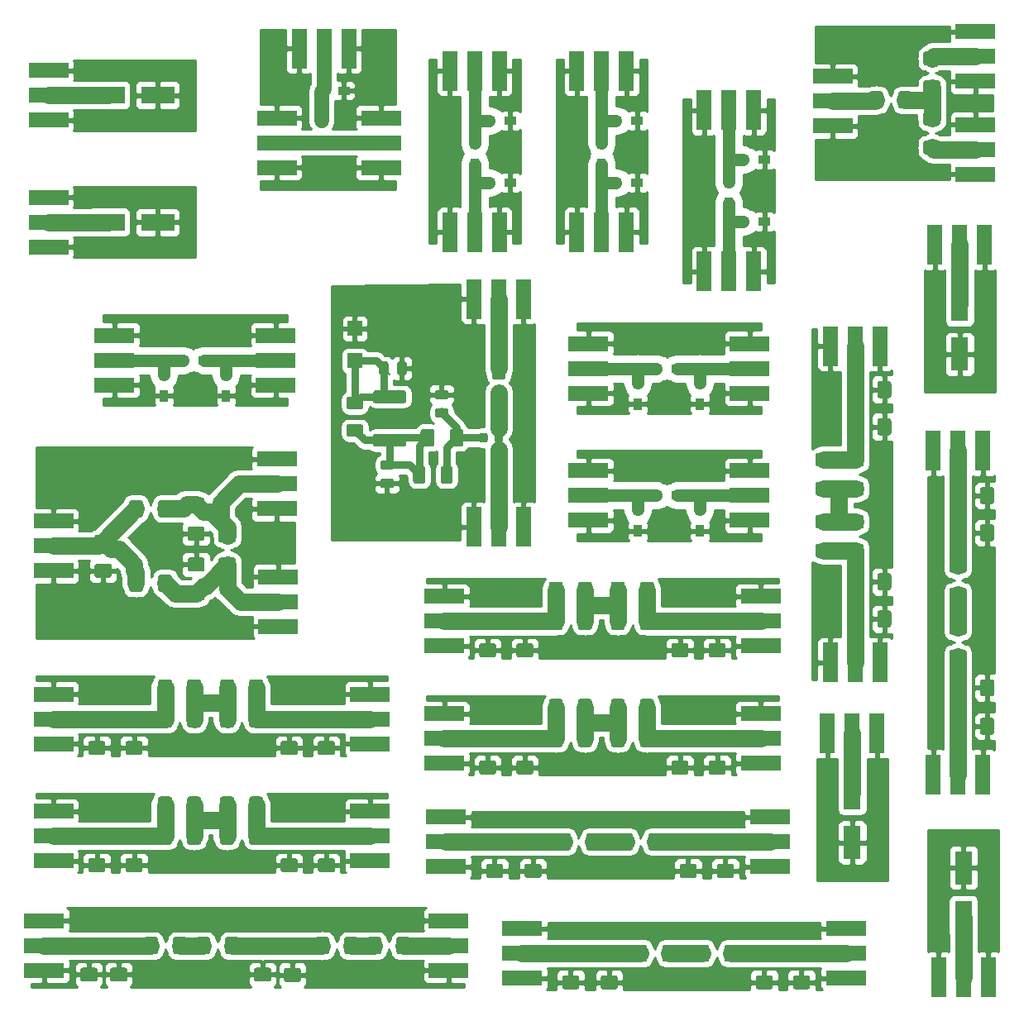
<source format=gtl>
%MOIN*%
%OFA0B0*%
%FSLAX46Y46*%
%IPPOS*%
%LPD*%
%ADD10R,0.16X0.060000000000000005*%
%ADD11C,0.0039370078740157488*%
%ADD12C,0.056102362204724414*%
%ADD13C,0.024000000000000004*%
%ADD14C,0.070866141732283464*%
%ADD15C,0.01*%
%ADD26R,0.16X0.060000000000000005*%
%ADD27R,0.035433070866141732X0.047244094488188976*%
%ADD28R,0.047244094488188976X0.035433070866141732*%
%ADD29C,0.024000000000000004*%
%ADD30C,0.008*%
%ADD31C,0.05*%
%ADD32C,0.01*%
%ADD33C,0.0039370078740157488*%
%ADD34C,0.038385826771653545*%
%ADD35C,0.056102362204724414*%
%ADD36C,0.049212598425196853*%
%ADD37R,0.059055118110236227X0.059055118110236227*%
%ADD38R,0.060000000000000005X0.16*%
%ADD39C,0.051181102362204731*%
%ADD40C,0.034448818897637797*%
%ADD41C,0.024000000000000004*%
%ADD42C,0.008*%
%ADD43C,0.031496062992125991*%
%ADD44C,0.070866141732283464*%
%ADD45C,0.01*%
%ADD46C,0.0039370078740157488*%
%ADD47C,0.056102362204724414*%
%ADD48R,0.16X0.060000000000000005*%
%ADD49C,0.024000000000000004*%
%ADD50C,0.070866141732283464*%
%ADD51C,0.008*%
%ADD52C,0.01*%
%ADD53R,0.060000000000000005X0.16*%
%ADD54R,0.070866141732283464X0.13385826771653545*%
%ADD55C,0.024000000000000004*%
%ADD56C,0.070866141732283464*%
%ADD57C,0.008*%
%ADD58C,0.01*%
%ADD59C,0.0039370078740157488*%
%ADD60C,0.056102362204724414*%
%ADD61R,0.16X0.060000000000000005*%
%ADD62C,0.024000000000000004*%
%ADD63C,0.070866141732283464*%
%ADD64C,0.008*%
%ADD65C,0.01*%
%ADD66C,0.0039370078740157488*%
%ADD67C,0.056102362204724414*%
%ADD68R,0.16X0.060000000000000005*%
%ADD69C,0.024000000000000004*%
%ADD70C,0.070866141732283464*%
%ADD71C,0.008*%
%ADD72C,0.01*%
%ADD73C,0.0039370078740157488*%
%ADD74C,0.056102362204724414*%
%ADD75R,0.16X0.060000000000000005*%
%ADD76C,0.024000000000000004*%
%ADD77C,0.070866141732283464*%
%ADD78C,0.008*%
%ADD79C,0.01*%
%ADD80R,0.16X0.060000000000000005*%
%ADD81R,0.047244094488188976X0.035433070866141732*%
%ADD82R,0.035433070866141732X0.047244094488188976*%
%ADD83R,0.060000000000000005X0.16*%
%ADD84C,0.024000000000000004*%
%ADD85C,0.008*%
%ADD86C,0.060629921259842526*%
%ADD87C,0.01*%
%ADD88C,0.0039370078740157488*%
%ADD89C,0.056102362204724414*%
%ADD90R,0.16X0.060000000000000005*%
%ADD91C,0.024000000000000004*%
%ADD92C,0.070866141732283464*%
%ADD93C,0.008*%
%ADD94C,0.01*%
%ADD95C,0.0039370078740157488*%
%ADD96C,0.056102362204724414*%
%ADD97R,0.16X0.060000000000000005*%
%ADD98C,0.024000000000000004*%
%ADD99C,0.070866141732283464*%
%ADD100C,0.008*%
%ADD101C,0.01*%
%ADD102C,0.0039370078740157488*%
%ADD103C,0.056102362204724414*%
%ADD104R,0.060000000000000005X0.16*%
%ADD105C,0.024000000000000004*%
%ADD106C,0.070866141732283464*%
%ADD107C,0.008*%
%ADD108C,0.01*%
%ADD109R,0.060000000000000005X0.16*%
%ADD110R,0.047244094488188976X0.035433070866141732*%
%ADD111R,0.035433070866141732X0.047244094488188976*%
%ADD112C,0.024000000000000004*%
%ADD113C,0.008*%
%ADD114C,0.05*%
%ADD115C,0.01*%
%ADD116R,0.060000000000000005X0.16*%
%ADD117R,0.047244094488188976X0.035433070866141732*%
%ADD118R,0.035433070866141732X0.047244094488188976*%
%ADD119C,0.024000000000000004*%
%ADD120C,0.008*%
%ADD121C,0.05*%
%ADD122C,0.01*%
%ADD123C,0.0039370078740157488*%
%ADD124C,0.056102362204724414*%
%ADD125R,0.16X0.060000000000000005*%
%ADD126C,0.024000000000000004*%
%ADD127C,0.070866141732283464*%
%ADD128C,0.008*%
%ADD129C,0.01*%
%ADD130R,0.060000000000000005X0.16*%
%ADD131R,0.070866141732283464X0.13385826771653545*%
%ADD132C,0.024000000000000004*%
%ADD133C,0.070866141732283464*%
%ADD134C,0.008*%
%ADD135C,0.01*%
%ADD136R,0.060000000000000005X0.16*%
%ADD137R,0.070866141732283464X0.13385826771653545*%
%ADD138C,0.024000000000000004*%
%ADD139C,0.070866141732283464*%
%ADD140C,0.008*%
%ADD141C,0.01*%
%ADD142C,0.0039370078740157488*%
%ADD143C,0.056102362204724414*%
%ADD144R,0.16X0.060000000000000005*%
%ADD145C,0.024000000000000004*%
%ADD146C,0.070866141732283464*%
%ADD147C,0.008*%
%ADD148C,0.01*%
%ADD149C,0.0039370078740157488*%
%ADD150C,0.056102362204724414*%
%ADD151R,0.060000000000000005X0.16*%
%ADD152C,0.024000000000000004*%
%ADD153C,0.070866141732283464*%
%ADD154C,0.008*%
%ADD155C,0.01*%
%ADD156R,0.16X0.060000000000000005*%
%ADD157R,0.035433070866141732X0.047244094488188976*%
%ADD158R,0.047244094488188976X0.035433070866141732*%
%ADD159C,0.024000000000000004*%
%ADD160C,0.008*%
%ADD161C,0.05*%
%ADD162C,0.01*%
%ADD163R,0.16X0.060000000000000005*%
%ADD164R,0.035433070866141732X0.047244094488188976*%
%ADD165R,0.047244094488188976X0.035433070866141732*%
%ADD166C,0.024000000000000004*%
%ADD167C,0.008*%
%ADD168C,0.05*%
%ADD169C,0.01*%
%ADD170R,0.060000000000000005X0.16*%
%ADD171R,0.047244094488188976X0.035433070866141732*%
%ADD172R,0.035433070866141732X0.047244094488188976*%
%ADD173C,0.024000000000000004*%
%ADD174C,0.008*%
%ADD175C,0.05*%
%ADD176C,0.01*%
%ADD177R,0.16X0.060000000000000005*%
%ADD178R,0.13385826771653545X0.070866141732283464*%
%ADD179C,0.024000000000000004*%
%ADD180C,0.070866141732283464*%
%ADD181C,0.008*%
%ADD182C,0.01*%
%ADD183R,0.16X0.060000000000000005*%
%ADD184R,0.13385826771653545X0.070866141732283464*%
%ADD185C,0.024000000000000004*%
%ADD186C,0.070866141732283464*%
%ADD187C,0.008*%
%ADD188C,0.01*%
G01*
D10*
X-0001259842Y0007440944D02*
X0003240157Y0003610944D03*
X0003240157Y0003710944D03*
X0003240157Y0003510944D03*
X0003815157Y0003790944D03*
X0003815157Y0003890944D03*
X0003815157Y0003690944D03*
X0003815157Y0003315944D03*
X0003815157Y0003515944D03*
X0003815157Y0003415944D03*
D11*
G36*
X0003551456Y0003650346D02*
X0003552412Y0003650204D01*
X0003553349Y0003649969D01*
X0003554258Y0003649644D01*
X0003555131Y0003649231D01*
X0003555960Y0003648734D01*
X0003556736Y0003648159D01*
X0003557451Y0003647510D01*
X0003558100Y0003646795D01*
X0003558675Y0003646019D01*
X0003559172Y0003645190D01*
X0003559585Y0003644317D01*
X0003559910Y0003643408D01*
X0003560145Y0003642471D01*
X0003560287Y0003641515D01*
X0003560334Y0003640551D01*
X0003560334Y0003591338D01*
X0003560287Y0003590373D01*
X0003560145Y0003589418D01*
X0003559910Y0003588481D01*
X0003559585Y0003587572D01*
X0003559172Y0003586698D01*
X0003558675Y0003585870D01*
X0003558100Y0003585094D01*
X0003557451Y0003584378D01*
X0003556736Y0003583730D01*
X0003555960Y0003583154D01*
X0003555131Y0003582658D01*
X0003554258Y0003582245D01*
X0003553349Y0003581919D01*
X0003552412Y0003581685D01*
X0003551456Y0003581543D01*
X0003550492Y0003581496D01*
X0003514074Y0003581496D01*
X0003513110Y0003581543D01*
X0003512154Y0003581685D01*
X0003511217Y0003581919D01*
X0003510308Y0003582245D01*
X0003509435Y0003582658D01*
X0003508606Y0003583154D01*
X0003507830Y0003583730D01*
X0003507115Y0003584378D01*
X0003506466Y0003585094D01*
X0003505891Y0003585870D01*
X0003505394Y0003586698D01*
X0003504981Y0003587572D01*
X0003504656Y0003588481D01*
X0003504421Y0003589418D01*
X0003504279Y0003590373D01*
X0003504232Y0003591338D01*
X0003504232Y0003640551D01*
X0003504279Y0003641515D01*
X0003504421Y0003642471D01*
X0003504656Y0003643408D01*
X0003504981Y0003644317D01*
X0003505394Y0003645190D01*
X0003505891Y0003646019D01*
X0003506466Y0003646795D01*
X0003507115Y0003647510D01*
X0003507830Y0003648159D01*
X0003508606Y0003648734D01*
X0003509435Y0003649231D01*
X0003510308Y0003649644D01*
X0003511217Y0003649969D01*
X0003512154Y0003650204D01*
X0003513110Y0003650346D01*
X0003514074Y0003650393D01*
X0003550492Y0003650393D01*
X0003551456Y0003650346D01*
X0003551456Y0003650346D01*
G37*
D12*
X0003532283Y0003615944D03*
D11*
G36*
X0003434330Y0003650346D02*
X0003435286Y0003650204D01*
X0003436223Y0003649969D01*
X0003437132Y0003649644D01*
X0003438005Y0003649231D01*
X0003438834Y0003648734D01*
X0003439610Y0003648159D01*
X0003440325Y0003647510D01*
X0003440974Y0003646795D01*
X0003441549Y0003646019D01*
X0003442046Y0003645190D01*
X0003442459Y0003644317D01*
X0003442784Y0003643408D01*
X0003443019Y0003642471D01*
X0003443161Y0003641515D01*
X0003443208Y0003640551D01*
X0003443208Y0003591338D01*
X0003443161Y0003590373D01*
X0003443019Y0003589418D01*
X0003442784Y0003588481D01*
X0003442459Y0003587572D01*
X0003442046Y0003586698D01*
X0003441549Y0003585870D01*
X0003440974Y0003585094D01*
X0003440325Y0003584378D01*
X0003439610Y0003583730D01*
X0003438834Y0003583154D01*
X0003438005Y0003582658D01*
X0003437132Y0003582245D01*
X0003436223Y0003581919D01*
X0003435286Y0003581685D01*
X0003434330Y0003581543D01*
X0003433366Y0003581496D01*
X0003396948Y0003581496D01*
X0003395984Y0003581543D01*
X0003395028Y0003581685D01*
X0003394091Y0003581919D01*
X0003393182Y0003582245D01*
X0003392309Y0003582658D01*
X0003391480Y0003583154D01*
X0003390704Y0003583730D01*
X0003389989Y0003584378D01*
X0003389340Y0003585094D01*
X0003388765Y0003585870D01*
X0003388268Y0003586698D01*
X0003387855Y0003587572D01*
X0003387530Y0003588481D01*
X0003387295Y0003589418D01*
X0003387153Y0003590373D01*
X0003387106Y0003591338D01*
X0003387106Y0003640551D01*
X0003387153Y0003641515D01*
X0003387295Y0003642471D01*
X0003387530Y0003643408D01*
X0003387855Y0003644317D01*
X0003388268Y0003645190D01*
X0003388765Y0003646019D01*
X0003389340Y0003646795D01*
X0003389989Y0003647510D01*
X0003390704Y0003648159D01*
X0003391480Y0003648734D01*
X0003392309Y0003649231D01*
X0003393182Y0003649644D01*
X0003394091Y0003649969D01*
X0003395028Y0003650204D01*
X0003395984Y0003650346D01*
X0003396948Y0003650393D01*
X0003433366Y0003650393D01*
X0003434330Y0003650346D01*
X0003434330Y0003650346D01*
G37*
D12*
X0003415157Y0003615944D03*
D11*
G36*
X0003665728Y0003693948D02*
X0003666683Y0003693806D01*
X0003667620Y0003693572D01*
X0003668530Y0003693246D01*
X0003669403Y0003692833D01*
X0003670232Y0003692337D01*
X0003671007Y0003691761D01*
X0003671723Y0003691113D01*
X0003672372Y0003690397D01*
X0003672947Y0003689621D01*
X0003673444Y0003688793D01*
X0003673857Y0003687920D01*
X0003674182Y0003687010D01*
X0003674417Y0003686073D01*
X0003674558Y0003685118D01*
X0003674606Y0003684153D01*
X0003674606Y0003647736D01*
X0003674558Y0003646771D01*
X0003674417Y0003645816D01*
X0003674182Y0003644879D01*
X0003673857Y0003643969D01*
X0003673444Y0003643096D01*
X0003672947Y0003642267D01*
X0003672372Y0003641492D01*
X0003671723Y0003640776D01*
X0003671007Y0003640127D01*
X0003670232Y0003639552D01*
X0003669403Y0003639055D01*
X0003668530Y0003638642D01*
X0003667620Y0003638317D01*
X0003666683Y0003638082D01*
X0003665728Y0003637941D01*
X0003664763Y0003637893D01*
X0003615551Y0003637893D01*
X0003614586Y0003637941D01*
X0003613630Y0003638082D01*
X0003612694Y0003638317D01*
X0003611784Y0003638642D01*
X0003610911Y0003639055D01*
X0003610082Y0003639552D01*
X0003609307Y0003640127D01*
X0003608591Y0003640776D01*
X0003607942Y0003641492D01*
X0003607367Y0003642267D01*
X0003606870Y0003643096D01*
X0003606457Y0003643969D01*
X0003606132Y0003644879D01*
X0003605897Y0003645816D01*
X0003605756Y0003646771D01*
X0003605708Y0003647736D01*
X0003605708Y0003684153D01*
X0003605756Y0003685118D01*
X0003605897Y0003686073D01*
X0003606132Y0003687010D01*
X0003606457Y0003687920D01*
X0003606870Y0003688793D01*
X0003607367Y0003689621D01*
X0003607942Y0003690397D01*
X0003608591Y0003691113D01*
X0003609307Y0003691761D01*
X0003610082Y0003692337D01*
X0003610911Y0003692833D01*
X0003611784Y0003693246D01*
X0003612694Y0003693572D01*
X0003613630Y0003693806D01*
X0003614586Y0003693948D01*
X0003615551Y0003693996D01*
X0003664763Y0003693996D01*
X0003665728Y0003693948D01*
X0003665728Y0003693948D01*
G37*
D12*
X0003640157Y0003665944D03*
D11*
G36*
X0003665728Y0003811074D02*
X0003666683Y0003810932D01*
X0003667620Y0003810698D01*
X0003668530Y0003810372D01*
X0003669403Y0003809959D01*
X0003670232Y0003809463D01*
X0003671007Y0003808887D01*
X0003671723Y0003808239D01*
X0003672372Y0003807523D01*
X0003672947Y0003806747D01*
X0003673444Y0003805919D01*
X0003673857Y0003805046D01*
X0003674182Y0003804136D01*
X0003674417Y0003803199D01*
X0003674558Y0003802244D01*
X0003674606Y0003801279D01*
X0003674606Y0003764862D01*
X0003674558Y0003763897D01*
X0003674417Y0003762942D01*
X0003674182Y0003762005D01*
X0003673857Y0003761095D01*
X0003673444Y0003760222D01*
X0003672947Y0003759393D01*
X0003672372Y0003758618D01*
X0003671723Y0003757902D01*
X0003671007Y0003757253D01*
X0003670232Y0003756678D01*
X0003669403Y0003756181D01*
X0003668530Y0003755768D01*
X0003667620Y0003755443D01*
X0003666683Y0003755208D01*
X0003665728Y0003755067D01*
X0003664763Y0003755019D01*
X0003615551Y0003755019D01*
X0003614586Y0003755067D01*
X0003613630Y0003755208D01*
X0003612694Y0003755443D01*
X0003611784Y0003755768D01*
X0003610911Y0003756181D01*
X0003610082Y0003756678D01*
X0003609307Y0003757253D01*
X0003608591Y0003757902D01*
X0003607942Y0003758618D01*
X0003607367Y0003759393D01*
X0003606870Y0003760222D01*
X0003606457Y0003761095D01*
X0003606132Y0003762005D01*
X0003605897Y0003762942D01*
X0003605756Y0003763897D01*
X0003605708Y0003764862D01*
X0003605708Y0003801279D01*
X0003605756Y0003802244D01*
X0003605897Y0003803199D01*
X0003606132Y0003804136D01*
X0003606457Y0003805046D01*
X0003606870Y0003805919D01*
X0003607367Y0003806747D01*
X0003607942Y0003807523D01*
X0003608591Y0003808239D01*
X0003609307Y0003808887D01*
X0003610082Y0003809463D01*
X0003610911Y0003809959D01*
X0003611784Y0003810372D01*
X0003612694Y0003810698D01*
X0003613630Y0003810932D01*
X0003614586Y0003811074D01*
X0003615551Y0003811122D01*
X0003664763Y0003811122D01*
X0003665728Y0003811074D01*
X0003665728Y0003811074D01*
G37*
D12*
X0003640157Y0003783070D03*
D11*
G36*
X0003665728Y0003451822D02*
X0003666683Y0003451680D01*
X0003667620Y0003451446D01*
X0003668530Y0003451120D01*
X0003669403Y0003450707D01*
X0003670232Y0003450211D01*
X0003671007Y0003449635D01*
X0003671723Y0003448987D01*
X0003672372Y0003448271D01*
X0003672947Y0003447495D01*
X0003673444Y0003446667D01*
X0003673857Y0003445794D01*
X0003674182Y0003444884D01*
X0003674417Y0003443947D01*
X0003674558Y0003442992D01*
X0003674606Y0003442027D01*
X0003674606Y0003405610D01*
X0003674558Y0003404645D01*
X0003674417Y0003403690D01*
X0003674182Y0003402753D01*
X0003673857Y0003401843D01*
X0003673444Y0003400970D01*
X0003672947Y0003400142D01*
X0003672372Y0003399366D01*
X0003671723Y0003398650D01*
X0003671007Y0003398001D01*
X0003670232Y0003397426D01*
X0003669403Y0003396929D01*
X0003668530Y0003396516D01*
X0003667620Y0003396191D01*
X0003666683Y0003395956D01*
X0003665728Y0003395815D01*
X0003664763Y0003395767D01*
X0003615551Y0003395767D01*
X0003614586Y0003395815D01*
X0003613630Y0003395956D01*
X0003612694Y0003396191D01*
X0003611784Y0003396516D01*
X0003610911Y0003396929D01*
X0003610082Y0003397426D01*
X0003609307Y0003398001D01*
X0003608591Y0003398650D01*
X0003607942Y0003399366D01*
X0003607367Y0003400142D01*
X0003606870Y0003400970D01*
X0003606457Y0003401843D01*
X0003606132Y0003402753D01*
X0003605897Y0003403690D01*
X0003605756Y0003404645D01*
X0003605708Y0003405610D01*
X0003605708Y0003442027D01*
X0003605756Y0003442992D01*
X0003605897Y0003443947D01*
X0003606132Y0003444884D01*
X0003606457Y0003445794D01*
X0003606870Y0003446667D01*
X0003607367Y0003447495D01*
X0003607942Y0003448271D01*
X0003608591Y0003448987D01*
X0003609307Y0003449635D01*
X0003610082Y0003450211D01*
X0003610911Y0003450707D01*
X0003611784Y0003451120D01*
X0003612694Y0003451446D01*
X0003613630Y0003451680D01*
X0003614586Y0003451822D01*
X0003615551Y0003451870D01*
X0003664763Y0003451870D01*
X0003665728Y0003451822D01*
X0003665728Y0003451822D01*
G37*
D12*
X0003640157Y0003423818D03*
D11*
G36*
X0003665728Y0003568948D02*
X0003666683Y0003568806D01*
X0003667620Y0003568572D01*
X0003668530Y0003568246D01*
X0003669403Y0003567833D01*
X0003670232Y0003567337D01*
X0003671007Y0003566761D01*
X0003671723Y0003566113D01*
X0003672372Y0003565397D01*
X0003672947Y0003564621D01*
X0003673444Y0003563793D01*
X0003673857Y0003562920D01*
X0003674182Y0003562010D01*
X0003674417Y0003561073D01*
X0003674558Y0003560118D01*
X0003674606Y0003559153D01*
X0003674606Y0003522736D01*
X0003674558Y0003521771D01*
X0003674417Y0003520816D01*
X0003674182Y0003519879D01*
X0003673857Y0003518969D01*
X0003673444Y0003518096D01*
X0003672947Y0003517267D01*
X0003672372Y0003516492D01*
X0003671723Y0003515776D01*
X0003671007Y0003515127D01*
X0003670232Y0003514552D01*
X0003669403Y0003514055D01*
X0003668530Y0003513642D01*
X0003667620Y0003513317D01*
X0003666683Y0003513082D01*
X0003665728Y0003512941D01*
X0003664763Y0003512893D01*
X0003615551Y0003512893D01*
X0003614586Y0003512941D01*
X0003613630Y0003513082D01*
X0003612694Y0003513317D01*
X0003611784Y0003513642D01*
X0003610911Y0003514055D01*
X0003610082Y0003514552D01*
X0003609307Y0003515127D01*
X0003608591Y0003515776D01*
X0003607942Y0003516492D01*
X0003607367Y0003517267D01*
X0003606870Y0003518096D01*
X0003606457Y0003518969D01*
X0003606132Y0003519879D01*
X0003605897Y0003520816D01*
X0003605756Y0003521771D01*
X0003605708Y0003522736D01*
X0003605708Y0003559153D01*
X0003605756Y0003560118D01*
X0003605897Y0003561073D01*
X0003606132Y0003562010D01*
X0003606457Y0003562920D01*
X0003606870Y0003563793D01*
X0003607367Y0003564621D01*
X0003607942Y0003565397D01*
X0003608591Y0003566113D01*
X0003609307Y0003566761D01*
X0003610082Y0003567337D01*
X0003610911Y0003567833D01*
X0003611784Y0003568246D01*
X0003612694Y0003568572D01*
X0003613630Y0003568806D01*
X0003614586Y0003568948D01*
X0003615551Y0003568996D01*
X0003664763Y0003568996D01*
X0003665728Y0003568948D01*
X0003665728Y0003568948D01*
G37*
D12*
X0003640157Y0003540944D03*
D13*
X0003390157Y0003715944D03*
X0003440157Y0003715944D03*
X0003490157Y0003715944D03*
X0003540157Y0003715944D03*
X0003540157Y0003765944D03*
X0003540157Y0003815944D03*
X0003540157Y0003890944D03*
X0003590157Y0003890944D03*
X0003640157Y0003890944D03*
X0003640157Y0003315944D03*
X0003590157Y0003315944D03*
X0003540157Y0003315944D03*
X0003540157Y0003365944D03*
X0003540157Y0003415944D03*
X0003540157Y0003465944D03*
X0003540157Y0003515944D03*
X0003490157Y0003515944D03*
X0003440157Y0003515944D03*
X0003390157Y0003515944D03*
X0003240157Y0003840944D03*
X0003240157Y0003390944D03*
X0003240157Y0003315944D03*
X0003340157Y0003840944D03*
X0003440157Y0003840944D03*
X0003440157Y0003390944D03*
X0003340157Y0003390944D03*
X0003440157Y0003315944D03*
X0003340157Y0003315944D03*
D14*
X0003410157Y0003610944D02*
X0003415157Y0003615944D01*
X0003240157Y0003610944D02*
X0003410157Y0003610944D01*
X0003648031Y0003790944D02*
X0003640157Y0003783070D01*
X0003815157Y0003790944D02*
X0003648031Y0003790944D01*
X0003648031Y0003415944D02*
X0003640157Y0003423818D01*
X0003815157Y0003415944D02*
X0003648031Y0003415944D01*
X0003532283Y0003615944D02*
X0003640157Y0003615944D01*
X0003640157Y0003615944D02*
X0003640157Y0003665944D01*
X0003640157Y0003615944D02*
X0003640157Y0003540944D01*
D15*
G36*
X0003475356Y0003592365D02*
X0003479886Y0003585585D01*
X0003481432Y0003577817D01*
X0003489091Y0003566354D01*
X0003500553Y0003558695D01*
X0003514074Y0003556006D01*
X0003523845Y0003556006D01*
X0003526331Y0003555511D01*
X0003579724Y0003555511D01*
X0003579724Y0003534992D01*
X0003580218Y0003532507D01*
X0003580218Y0003522736D01*
X0003582908Y0003509215D01*
X0003590567Y0003497752D01*
X0003602030Y0003490093D01*
X0003609797Y0003488548D01*
X0003616577Y0003484018D01*
X0003624804Y0003482381D01*
X0003616577Y0003480745D01*
X0003609797Y0003476215D01*
X0003602030Y0003474670D01*
X0003590567Y0003467011D01*
X0003582908Y0003455548D01*
X0003580218Y0003442027D01*
X0003580218Y0003432256D01*
X0003578540Y0003423818D01*
X0003580218Y0003415381D01*
X0003580218Y0003405610D01*
X0003582908Y0003392089D01*
X0003590567Y0003380626D01*
X0003602030Y0003372967D01*
X0003604377Y0003372500D01*
X0003604461Y0003372375D01*
X0003624451Y0003359018D01*
X0003648031Y0003354327D01*
X0003653983Y0003355511D01*
X0003712060Y0003355511D01*
X0003710157Y0003350917D01*
X0003710157Y0003327194D01*
X0003716407Y0003320944D01*
X0003810157Y0003320944D01*
X0003810157Y0003321732D01*
X0003820157Y0003321732D01*
X0003820157Y0003320944D01*
X0003820944Y0003320944D01*
X0003820944Y0003310944D01*
X0003820157Y0003310944D01*
X0003820157Y0003310157D01*
X0003810157Y0003310157D01*
X0003810157Y0003310944D01*
X0003716407Y0003310944D01*
X0003710157Y0003304694D01*
X0003710157Y0003294881D01*
X0003170157Y0003294881D01*
X0003170157Y0003455944D01*
X0003228907Y0003455944D01*
X0003235157Y0003462194D01*
X0003235157Y0003505944D01*
X0003245157Y0003505944D01*
X0003245157Y0003462194D01*
X0003251407Y0003455944D01*
X0003325130Y0003455944D01*
X0003334318Y0003459750D01*
X0003341351Y0003466783D01*
X0003345157Y0003475972D01*
X0003345157Y0003499694D01*
X0003338907Y0003505944D01*
X0003245157Y0003505944D01*
X0003235157Y0003505944D01*
X0003234370Y0003505944D01*
X0003234370Y0003515944D01*
X0003235157Y0003515944D01*
X0003235157Y0003516732D01*
X0003245157Y0003516732D01*
X0003245157Y0003515944D01*
X0003338907Y0003515944D01*
X0003345157Y0003522194D01*
X0003345157Y0003545917D01*
X0003343254Y0003550511D01*
X0003404205Y0003550511D01*
X0003410157Y0003549327D01*
X0003416109Y0003550511D01*
X0003416109Y0003550511D01*
X0003433737Y0003554018D01*
X0003438131Y0003556954D01*
X0003446887Y0003558695D01*
X0003458349Y0003566354D01*
X0003466008Y0003577817D01*
X0003467554Y0003585585D01*
X0003472084Y0003592365D01*
X0003473720Y0003600591D01*
X0003475356Y0003592365D01*
X0003475356Y0003592365D01*
G37*
X0003475356Y0003592365D02*
X0003479886Y0003585585D01*
X0003481432Y0003577817D01*
X0003489091Y0003566354D01*
X0003500553Y0003558695D01*
X0003514074Y0003556006D01*
X0003523845Y0003556006D01*
X0003526331Y0003555511D01*
X0003579724Y0003555511D01*
X0003579724Y0003534992D01*
X0003580218Y0003532507D01*
X0003580218Y0003522736D01*
X0003582908Y0003509215D01*
X0003590567Y0003497752D01*
X0003602030Y0003490093D01*
X0003609797Y0003488548D01*
X0003616577Y0003484018D01*
X0003624804Y0003482381D01*
X0003616577Y0003480745D01*
X0003609797Y0003476215D01*
X0003602030Y0003474670D01*
X0003590567Y0003467011D01*
X0003582908Y0003455548D01*
X0003580218Y0003442027D01*
X0003580218Y0003432256D01*
X0003578540Y0003423818D01*
X0003580218Y0003415381D01*
X0003580218Y0003405610D01*
X0003582908Y0003392089D01*
X0003590567Y0003380626D01*
X0003602030Y0003372967D01*
X0003604377Y0003372500D01*
X0003604461Y0003372375D01*
X0003624451Y0003359018D01*
X0003648031Y0003354327D01*
X0003653983Y0003355511D01*
X0003712060Y0003355511D01*
X0003710157Y0003350917D01*
X0003710157Y0003327194D01*
X0003716407Y0003320944D01*
X0003810157Y0003320944D01*
X0003810157Y0003321732D01*
X0003820157Y0003321732D01*
X0003820157Y0003320944D01*
X0003820944Y0003320944D01*
X0003820944Y0003310944D01*
X0003820157Y0003310944D01*
X0003820157Y0003310157D01*
X0003810157Y0003310157D01*
X0003810157Y0003310944D01*
X0003716407Y0003310944D01*
X0003710157Y0003304694D01*
X0003710157Y0003294881D01*
X0003170157Y0003294881D01*
X0003170157Y0003455944D01*
X0003228907Y0003455944D01*
X0003235157Y0003462194D01*
X0003235157Y0003505944D01*
X0003245157Y0003505944D01*
X0003245157Y0003462194D01*
X0003251407Y0003455944D01*
X0003325130Y0003455944D01*
X0003334318Y0003459750D01*
X0003341351Y0003466783D01*
X0003345157Y0003475972D01*
X0003345157Y0003499694D01*
X0003338907Y0003505944D01*
X0003245157Y0003505944D01*
X0003235157Y0003505944D01*
X0003234370Y0003505944D01*
X0003234370Y0003515944D01*
X0003235157Y0003515944D01*
X0003235157Y0003516732D01*
X0003245157Y0003516732D01*
X0003245157Y0003515944D01*
X0003338907Y0003515944D01*
X0003345157Y0003522194D01*
X0003345157Y0003545917D01*
X0003343254Y0003550511D01*
X0003404205Y0003550511D01*
X0003410157Y0003549327D01*
X0003416109Y0003550511D01*
X0003416109Y0003550511D01*
X0003433737Y0003554018D01*
X0003438131Y0003556954D01*
X0003446887Y0003558695D01*
X0003458349Y0003566354D01*
X0003466008Y0003577817D01*
X0003467554Y0003585585D01*
X0003472084Y0003592365D01*
X0003473720Y0003600591D01*
X0003475356Y0003592365D01*
G36*
X0003710157Y0003725917D02*
X0003710157Y0003702194D01*
X0003716407Y0003695944D01*
X0003810157Y0003695944D01*
X0003810157Y0003696732D01*
X0003820157Y0003696732D01*
X0003820157Y0003695944D01*
X0003820944Y0003695944D01*
X0003820944Y0003685944D01*
X0003820157Y0003685944D01*
X0003820157Y0003642194D01*
X0003826407Y0003635944D01*
X0003885157Y0003635944D01*
X0003885157Y0003570944D01*
X0003826407Y0003570944D01*
X0003820157Y0003564694D01*
X0003820157Y0003520944D01*
X0003820944Y0003520944D01*
X0003820944Y0003510944D01*
X0003820157Y0003510944D01*
X0003820157Y0003510157D01*
X0003810157Y0003510157D01*
X0003810157Y0003510944D01*
X0003716407Y0003510944D01*
X0003710157Y0003504694D01*
X0003710157Y0003480972D01*
X0003712060Y0003476377D01*
X0003670273Y0003476377D01*
X0003663737Y0003480745D01*
X0003655510Y0003482381D01*
X0003663737Y0003484018D01*
X0003670517Y0003488548D01*
X0003678284Y0003490093D01*
X0003689747Y0003497752D01*
X0003697406Y0003509215D01*
X0003700096Y0003522736D01*
X0003700096Y0003532506D01*
X0003700590Y0003534992D01*
X0003700590Y0003550917D01*
X0003710157Y0003550917D01*
X0003710157Y0003527194D01*
X0003716407Y0003520944D01*
X0003810157Y0003520944D01*
X0003810157Y0003564694D01*
X0003803907Y0003570944D01*
X0003730184Y0003570944D01*
X0003720996Y0003567138D01*
X0003713963Y0003560106D01*
X0003710157Y0003550917D01*
X0003700590Y0003550917D01*
X0003700590Y0003609992D01*
X0003701774Y0003615944D01*
X0003700590Y0003621896D01*
X0003700590Y0003671896D01*
X0003700096Y0003674382D01*
X0003700096Y0003679694D01*
X0003710157Y0003679694D01*
X0003710157Y0003655972D01*
X0003713963Y0003646783D01*
X0003720996Y0003639750D01*
X0003730184Y0003635944D01*
X0003803907Y0003635944D01*
X0003810157Y0003642194D01*
X0003810157Y0003685944D01*
X0003716407Y0003685944D01*
X0003710157Y0003679694D01*
X0003700096Y0003679694D01*
X0003700096Y0003684153D01*
X0003697406Y0003697674D01*
X0003689747Y0003709137D01*
X0003678284Y0003716796D01*
X0003670517Y0003718341D01*
X0003663737Y0003722871D01*
X0003655510Y0003724507D01*
X0003663737Y0003726144D01*
X0003670273Y0003730511D01*
X0003712060Y0003730511D01*
X0003710157Y0003725917D01*
X0003710157Y0003725917D01*
G37*
X0003710157Y0003725917D02*
X0003710157Y0003702194D01*
X0003716407Y0003695944D01*
X0003810157Y0003695944D01*
X0003810157Y0003696732D01*
X0003820157Y0003696732D01*
X0003820157Y0003695944D01*
X0003820944Y0003695944D01*
X0003820944Y0003685944D01*
X0003820157Y0003685944D01*
X0003820157Y0003642194D01*
X0003826407Y0003635944D01*
X0003885157Y0003635944D01*
X0003885157Y0003570944D01*
X0003826407Y0003570944D01*
X0003820157Y0003564694D01*
X0003820157Y0003520944D01*
X0003820944Y0003520944D01*
X0003820944Y0003510944D01*
X0003820157Y0003510944D01*
X0003820157Y0003510157D01*
X0003810157Y0003510157D01*
X0003810157Y0003510944D01*
X0003716407Y0003510944D01*
X0003710157Y0003504694D01*
X0003710157Y0003480972D01*
X0003712060Y0003476377D01*
X0003670273Y0003476377D01*
X0003663737Y0003480745D01*
X0003655510Y0003482381D01*
X0003663737Y0003484018D01*
X0003670517Y0003488548D01*
X0003678284Y0003490093D01*
X0003689747Y0003497752D01*
X0003697406Y0003509215D01*
X0003700096Y0003522736D01*
X0003700096Y0003532506D01*
X0003700590Y0003534992D01*
X0003700590Y0003550917D01*
X0003710157Y0003550917D01*
X0003710157Y0003527194D01*
X0003716407Y0003520944D01*
X0003810157Y0003520944D01*
X0003810157Y0003564694D01*
X0003803907Y0003570944D01*
X0003730184Y0003570944D01*
X0003720996Y0003567138D01*
X0003713963Y0003560106D01*
X0003710157Y0003550917D01*
X0003700590Y0003550917D01*
X0003700590Y0003609992D01*
X0003701774Y0003615944D01*
X0003700590Y0003621896D01*
X0003700590Y0003671896D01*
X0003700096Y0003674382D01*
X0003700096Y0003679694D01*
X0003710157Y0003679694D01*
X0003710157Y0003655972D01*
X0003713963Y0003646783D01*
X0003720996Y0003639750D01*
X0003730184Y0003635944D01*
X0003803907Y0003635944D01*
X0003810157Y0003642194D01*
X0003810157Y0003685944D01*
X0003716407Y0003685944D01*
X0003710157Y0003679694D01*
X0003700096Y0003679694D01*
X0003700096Y0003684153D01*
X0003697406Y0003697674D01*
X0003689747Y0003709137D01*
X0003678284Y0003716796D01*
X0003670517Y0003718341D01*
X0003663737Y0003722871D01*
X0003655510Y0003724507D01*
X0003663737Y0003726144D01*
X0003670273Y0003730511D01*
X0003712060Y0003730511D01*
X0003710157Y0003725917D01*
G36*
X0003710157Y0003902194D02*
X0003716407Y0003895944D01*
X0003810157Y0003895944D01*
X0003810157Y0003896732D01*
X0003820157Y0003896732D01*
X0003820157Y0003895944D01*
X0003820944Y0003895944D01*
X0003820944Y0003885944D01*
X0003820157Y0003885944D01*
X0003820157Y0003885157D01*
X0003810157Y0003885157D01*
X0003810157Y0003885944D01*
X0003716407Y0003885944D01*
X0003710157Y0003879694D01*
X0003710157Y0003855972D01*
X0003712060Y0003851377D01*
X0003653983Y0003851377D01*
X0003648031Y0003852561D01*
X0003642079Y0003851377D01*
X0003624451Y0003847871D01*
X0003604461Y0003834514D01*
X0003604377Y0003834389D01*
X0003602030Y0003833922D01*
X0003590567Y0003826263D01*
X0003582908Y0003814800D01*
X0003580218Y0003801279D01*
X0003580218Y0003791508D01*
X0003578540Y0003783070D01*
X0003580218Y0003774633D01*
X0003580218Y0003764862D01*
X0003582908Y0003751341D01*
X0003590567Y0003739878D01*
X0003602030Y0003732219D01*
X0003609797Y0003730674D01*
X0003616577Y0003726144D01*
X0003624804Y0003724507D01*
X0003616577Y0003722871D01*
X0003609797Y0003718341D01*
X0003602030Y0003716796D01*
X0003590567Y0003709137D01*
X0003582908Y0003697674D01*
X0003580218Y0003684153D01*
X0003580218Y0003676377D01*
X0003526331Y0003676377D01*
X0003523845Y0003675883D01*
X0003514074Y0003675883D01*
X0003500553Y0003673193D01*
X0003489091Y0003665534D01*
X0003481432Y0003654072D01*
X0003479886Y0003646304D01*
X0003475356Y0003639524D01*
X0003473720Y0003631298D01*
X0003472084Y0003639524D01*
X0003467554Y0003646304D01*
X0003466008Y0003654072D01*
X0003458349Y0003665534D01*
X0003446887Y0003673193D01*
X0003433366Y0003675883D01*
X0003423595Y0003675883D01*
X0003415157Y0003677561D01*
X0003406719Y0003675883D01*
X0003396948Y0003675883D01*
X0003383427Y0003673193D01*
X0003380709Y0003671377D01*
X0003343254Y0003671377D01*
X0003345157Y0003675972D01*
X0003345157Y0003699694D01*
X0003338907Y0003705944D01*
X0003245157Y0003705944D01*
X0003245157Y0003705157D01*
X0003235157Y0003705157D01*
X0003235157Y0003705944D01*
X0003234370Y0003705944D01*
X0003234370Y0003715944D01*
X0003235157Y0003715944D01*
X0003235157Y0003759694D01*
X0003245157Y0003759694D01*
X0003245157Y0003715944D01*
X0003338907Y0003715944D01*
X0003345157Y0003722194D01*
X0003345157Y0003745917D01*
X0003341351Y0003755106D01*
X0003334318Y0003762138D01*
X0003325130Y0003765944D01*
X0003251407Y0003765944D01*
X0003245157Y0003759694D01*
X0003235157Y0003759694D01*
X0003228907Y0003765944D01*
X0003170157Y0003765944D01*
X0003170157Y0003912007D01*
X0003710157Y0003912007D01*
X0003710157Y0003902194D01*
X0003710157Y0003902194D01*
G37*
X0003710157Y0003902194D02*
X0003716407Y0003895944D01*
X0003810157Y0003895944D01*
X0003810157Y0003896732D01*
X0003820157Y0003896732D01*
X0003820157Y0003895944D01*
X0003820944Y0003895944D01*
X0003820944Y0003885944D01*
X0003820157Y0003885944D01*
X0003820157Y0003885157D01*
X0003810157Y0003885157D01*
X0003810157Y0003885944D01*
X0003716407Y0003885944D01*
X0003710157Y0003879694D01*
X0003710157Y0003855972D01*
X0003712060Y0003851377D01*
X0003653983Y0003851377D01*
X0003648031Y0003852561D01*
X0003642079Y0003851377D01*
X0003624451Y0003847871D01*
X0003604461Y0003834514D01*
X0003604377Y0003834389D01*
X0003602030Y0003833922D01*
X0003590567Y0003826263D01*
X0003582908Y0003814800D01*
X0003580218Y0003801279D01*
X0003580218Y0003791508D01*
X0003578540Y0003783070D01*
X0003580218Y0003774633D01*
X0003580218Y0003764862D01*
X0003582908Y0003751341D01*
X0003590567Y0003739878D01*
X0003602030Y0003732219D01*
X0003609797Y0003730674D01*
X0003616577Y0003726144D01*
X0003624804Y0003724507D01*
X0003616577Y0003722871D01*
X0003609797Y0003718341D01*
X0003602030Y0003716796D01*
X0003590567Y0003709137D01*
X0003582908Y0003697674D01*
X0003580218Y0003684153D01*
X0003580218Y0003676377D01*
X0003526331Y0003676377D01*
X0003523845Y0003675883D01*
X0003514074Y0003675883D01*
X0003500553Y0003673193D01*
X0003489091Y0003665534D01*
X0003481432Y0003654072D01*
X0003479886Y0003646304D01*
X0003475356Y0003639524D01*
X0003473720Y0003631298D01*
X0003472084Y0003639524D01*
X0003467554Y0003646304D01*
X0003466008Y0003654072D01*
X0003458349Y0003665534D01*
X0003446887Y0003673193D01*
X0003433366Y0003675883D01*
X0003423595Y0003675883D01*
X0003415157Y0003677561D01*
X0003406719Y0003675883D01*
X0003396948Y0003675883D01*
X0003383427Y0003673193D01*
X0003380709Y0003671377D01*
X0003343254Y0003671377D01*
X0003345157Y0003675972D01*
X0003345157Y0003699694D01*
X0003338907Y0003705944D01*
X0003245157Y0003705944D01*
X0003245157Y0003705157D01*
X0003235157Y0003705157D01*
X0003235157Y0003705944D01*
X0003234370Y0003705944D01*
X0003234370Y0003715944D01*
X0003235157Y0003715944D01*
X0003235157Y0003759694D01*
X0003245157Y0003759694D01*
X0003245157Y0003715944D01*
X0003338907Y0003715944D01*
X0003345157Y0003722194D01*
X0003345157Y0003745917D01*
X0003341351Y0003755106D01*
X0003334318Y0003762138D01*
X0003325130Y0003765944D01*
X0003251407Y0003765944D01*
X0003245157Y0003759694D01*
X0003235157Y0003759694D01*
X0003228907Y0003765944D01*
X0003170157Y0003765944D01*
X0003170157Y0003912007D01*
X0003710157Y0003912007D01*
X0003710157Y0003902194D01*
G04 next file*
G04 #@! TF.GenerationSoftware,KiCad,Pcbnew,5.0.1*
G04 #@! TF.CreationDate,2018-12-27T15:02:32+01:00*
G04 #@! TF.ProjectId,PiAttenuator,5069417474656E7561746F722E6B6963,rev?*
G04 #@! TF.SameCoordinates,Original*
G04 #@! TF.FileFunction,Copper,L1,Top,Signal*
G04 #@! TF.FilePolarity,Positive*
G04 Gerber Fmt 4.6, Leading zero omitted, Abs format (unit mm)*
G04 Created by KiCad (PCBNEW 5.0.1) date Do 27 Dez 2018 15:02:32 CET*
G01*
G04 APERTURE LIST*
G04 #@! TA.AperFunction,SMDPad,CuDef*
G04 #@! TD*
G04 #@! TA.AperFunction,SMDPad,CuDef*
G04 #@! TD*
G04 #@! TA.AperFunction,SMDPad,CuDef*
G04 #@! TD*
G04 #@! TA.AperFunction,ViaPad*
G04 #@! TD*
G04 #@! TA.AperFunction,Conductor*
G04 #@! TD*
G04 #@! TA.AperFunction,Conductor*
G04 #@! TD*
G04 #@! TA.AperFunction,Conductor*
G04 #@! TD*
G04 APERTURE END LIST*
D26*
G04 #@! TO.P,J1,2*
G04 #@! TO.N,GND*
X-0003503937Y0005866141D02*
X0000346062Y0002466141D03*
X0000346062Y0002666141D03*
G04 #@! TO.P,J1,1*
G04 #@! TO.N,Net-(J1-Pad1)*
X0000346062Y0002566141D03*
G04 #@! TD*
G04 #@! TO.P,J2,1*
G04 #@! TO.N,Net-(J2-Pad1)*
X0000996062Y0002566141D03*
G04 #@! TO.P,J2,2*
G04 #@! TO.N,GND*
X0000996062Y0002666141D03*
X0000996062Y0002466141D03*
G04 #@! TD*
D27*
G04 #@! TO.P,R1,2*
G04 #@! TO.N,GND*
X0000546062Y0002422834D03*
G04 #@! TO.P,R1,1*
G04 #@! TO.N,Net-(J1-Pad1)*
X0000546062Y0002509448D03*
G04 #@! TD*
D28*
G04 #@! TO.P,R2,1*
G04 #@! TO.N,Net-(J2-Pad1)*
X0000706889Y0002566141D03*
G04 #@! TO.P,R2,2*
G04 #@! TO.N,Net-(J1-Pad1)*
X0000620275Y0002566141D03*
G04 #@! TD*
D27*
G04 #@! TO.P,R3,2*
G04 #@! TO.N,GND*
X0000796062Y0002422834D03*
G04 #@! TO.P,R3,1*
G04 #@! TO.N,Net-(J2-Pad1)*
X0000796062Y0002509448D03*
G04 #@! TD*
D29*
G04 #@! TO.N,GND*
X0000476062Y0002666141D03*
X0000516062Y0002666141D03*
X0000556062Y0002666141D03*
X0000606062Y0002666141D03*
X0000346062Y0002396141D03*
X0000386062Y0002396141D03*
X0000426062Y0002396141D03*
X0000476062Y0002396141D03*
X0000476062Y0002396141D03*
X0000476062Y0002396141D03*
X0000616062Y0002396141D03*
X0000656062Y0002396141D03*
X0000706062Y0002396141D03*
X0000746062Y0002396141D03*
X0000866062Y0002396141D03*
X0000906062Y0002396141D03*
X0000956062Y0002396141D03*
X0000756062Y0002666141D03*
X0000806062Y0002666141D03*
X0000866062Y0002666141D03*
G04 #@! TD*
D30*
G04 #@! TO.N,GND*
X0000346062Y0002666141D02*
X0000476062Y0002666141D01*
X0000516062Y0002666141D02*
X0000556062Y0002666141D01*
X0000346062Y0002466141D02*
X0000346062Y0002396141D01*
X0000386062Y0002396141D02*
X0000426062Y0002396141D01*
X0000616062Y0002396141D02*
X0000656062Y0002396141D01*
X0000706062Y0002396141D02*
X0000746062Y0002396141D01*
X0000866062Y0002396141D02*
X0000906062Y0002396141D01*
X0000606062Y0002666141D02*
X0000756062Y0002666141D01*
X0000806062Y0002666141D02*
X0000866062Y0002666141D01*
D31*
G04 #@! TO.N,Net-(J1-Pad1)*
X0000546062Y0002509448D02*
X0000546062Y0002566141D01*
X0000620275Y0002566141D02*
X0000546062Y0002566141D01*
X0000546062Y0002566141D02*
X0000346062Y0002566141D01*
G04 #@! TO.N,Net-(J2-Pad1)*
X0000796062Y0002509448D02*
X0000796062Y0002566141D01*
X0000706889Y0002566141D02*
X0000796062Y0002566141D01*
X0000796062Y0002566141D02*
X0000996062Y0002566141D01*
G04 #@! TD*
D32*
G04 #@! TO.N,GND*
G36*
X0000669611Y0002515455D02*
X0000676927Y0002514000D01*
X0000683478Y0002509622D01*
X0000700980Y0002506141D01*
X0000736062Y0002506141D01*
X0000736062Y0002503539D01*
X0000739544Y0002486037D01*
X0000743921Y0002479486D01*
X0000745377Y0002472170D01*
X0000753112Y0002460593D01*
X0000756268Y0002458484D01*
X0000753346Y0002451429D01*
X0000753346Y0002434084D01*
X0000759596Y0002427834D01*
X0000791062Y0002427834D01*
X0000791062Y0002428622D01*
X0000801062Y0002428622D01*
X0000801062Y0002427834D01*
X0000832529Y0002427834D01*
X0000838779Y0002434084D01*
X0000838779Y0002451429D01*
X0000837345Y0002454891D01*
X0000891062Y0002454891D01*
X0000891062Y0002431168D01*
X0000894869Y0002421980D01*
X0000901901Y0002414947D01*
X0000911090Y0002411141D01*
X0000984812Y0002411141D01*
X0000991062Y0002417391D01*
X0000991062Y0002461141D01*
X0000897312Y0002461141D01*
X0000891062Y0002454891D01*
X0000837345Y0002454891D01*
X0000835857Y0002458484D01*
X0000839013Y0002460593D01*
X0000846748Y0002472170D01*
X0000848203Y0002479486D01*
X0000852581Y0002486037D01*
X0000856062Y0002503539D01*
X0000856062Y0002506141D01*
X0000893145Y0002506141D01*
X0000891062Y0002501114D01*
X0000891062Y0002477391D01*
X0000897312Y0002471141D01*
X0000991062Y0002471141D01*
X0000991062Y0002471929D01*
X0001001062Y0002471929D01*
X0001001062Y0002471141D01*
X0001001850Y0002471141D01*
X0001001850Y0002461141D01*
X0001001062Y0002461141D01*
X0001001062Y0002417391D01*
X0001007312Y0002411141D01*
X0001041062Y0002411141D01*
X0001041062Y0002384094D01*
X0000834016Y0002384094D01*
X0000834973Y0002385051D01*
X0000838779Y0002394239D01*
X0000838779Y0002411584D01*
X0000832529Y0002417834D01*
X0000801062Y0002417834D01*
X0000801062Y0002417047D01*
X0000791062Y0002417047D01*
X0000791062Y0002417834D01*
X0000759596Y0002417834D01*
X0000753346Y0002411584D01*
X0000753346Y0002394239D01*
X0000757152Y0002385051D01*
X0000758109Y0002384094D01*
X0000584016Y0002384094D01*
X0000584973Y0002385051D01*
X0000588779Y0002394239D01*
X0000588779Y0002411584D01*
X0000582529Y0002417834D01*
X0000551062Y0002417834D01*
X0000551062Y0002417047D01*
X0000541062Y0002417047D01*
X0000541062Y0002417834D01*
X0000509596Y0002417834D01*
X0000503346Y0002411584D01*
X0000503346Y0002394239D01*
X0000507152Y0002385051D01*
X0000508109Y0002384094D01*
X0000301062Y0002384094D01*
X0000301062Y0002411141D01*
X0000334812Y0002411141D01*
X0000341062Y0002417391D01*
X0000341062Y0002461141D01*
X0000351062Y0002461141D01*
X0000351062Y0002417391D01*
X0000357312Y0002411141D01*
X0000431035Y0002411141D01*
X0000440224Y0002414947D01*
X0000447256Y0002421980D01*
X0000451062Y0002431168D01*
X0000451062Y0002454891D01*
X0000444812Y0002461141D01*
X0000351062Y0002461141D01*
X0000341062Y0002461141D01*
X0000340275Y0002461141D01*
X0000340275Y0002471141D01*
X0000341062Y0002471141D01*
X0000341062Y0002471929D01*
X0000351062Y0002471929D01*
X0000351062Y0002471141D01*
X0000444812Y0002471141D01*
X0000451062Y0002477391D01*
X0000451062Y0002501114D01*
X0000448980Y0002506141D01*
X0000486062Y0002506141D01*
X0000486062Y0002503539D01*
X0000489544Y0002486037D01*
X0000493922Y0002479486D01*
X0000495377Y0002472170D01*
X0000503112Y0002460593D01*
X0000506268Y0002458484D01*
X0000503346Y0002451429D01*
X0000503346Y0002434084D01*
X0000509596Y0002427834D01*
X0000541062Y0002427834D01*
X0000541062Y0002428622D01*
X0000551062Y0002428622D01*
X0000551062Y0002427834D01*
X0000582529Y0002427834D01*
X0000588779Y0002434084D01*
X0000588779Y0002451429D01*
X0000585857Y0002458484D01*
X0000589013Y0002460593D01*
X0000596748Y0002472170D01*
X0000598203Y0002479486D01*
X0000602581Y0002486037D01*
X0000606062Y0002503539D01*
X0000606062Y0002506141D01*
X0000626184Y0002506141D01*
X0000643686Y0002509622D01*
X0000650238Y0002514000D01*
X0000657553Y0002515455D01*
X0000663582Y0002519484D01*
X0000669611Y0002515455D01*
X0000669611Y0002515455D01*
G37*
X0000669611Y0002515455D02*
X0000676927Y0002514000D01*
X0000683478Y0002509622D01*
X0000700980Y0002506141D01*
X0000736062Y0002506141D01*
X0000736062Y0002503539D01*
X0000739544Y0002486037D01*
X0000743921Y0002479486D01*
X0000745377Y0002472170D01*
X0000753112Y0002460593D01*
X0000756268Y0002458484D01*
X0000753346Y0002451429D01*
X0000753346Y0002434084D01*
X0000759596Y0002427834D01*
X0000791062Y0002427834D01*
X0000791062Y0002428622D01*
X0000801062Y0002428622D01*
X0000801062Y0002427834D01*
X0000832529Y0002427834D01*
X0000838779Y0002434084D01*
X0000838779Y0002451429D01*
X0000837345Y0002454891D01*
X0000891062Y0002454891D01*
X0000891062Y0002431168D01*
X0000894869Y0002421980D01*
X0000901901Y0002414947D01*
X0000911090Y0002411141D01*
X0000984812Y0002411141D01*
X0000991062Y0002417391D01*
X0000991062Y0002461141D01*
X0000897312Y0002461141D01*
X0000891062Y0002454891D01*
X0000837345Y0002454891D01*
X0000835857Y0002458484D01*
X0000839013Y0002460593D01*
X0000846748Y0002472170D01*
X0000848203Y0002479486D01*
X0000852581Y0002486037D01*
X0000856062Y0002503539D01*
X0000856062Y0002506141D01*
X0000893145Y0002506141D01*
X0000891062Y0002501114D01*
X0000891062Y0002477391D01*
X0000897312Y0002471141D01*
X0000991062Y0002471141D01*
X0000991062Y0002471929D01*
X0001001062Y0002471929D01*
X0001001062Y0002471141D01*
X0001001850Y0002471141D01*
X0001001850Y0002461141D01*
X0001001062Y0002461141D01*
X0001001062Y0002417391D01*
X0001007312Y0002411141D01*
X0001041062Y0002411141D01*
X0001041062Y0002384094D01*
X0000834016Y0002384094D01*
X0000834973Y0002385051D01*
X0000838779Y0002394239D01*
X0000838779Y0002411584D01*
X0000832529Y0002417834D01*
X0000801062Y0002417834D01*
X0000801062Y0002417047D01*
X0000791062Y0002417047D01*
X0000791062Y0002417834D01*
X0000759596Y0002417834D01*
X0000753346Y0002411584D01*
X0000753346Y0002394239D01*
X0000757152Y0002385051D01*
X0000758109Y0002384094D01*
X0000584016Y0002384094D01*
X0000584973Y0002385051D01*
X0000588779Y0002394239D01*
X0000588779Y0002411584D01*
X0000582529Y0002417834D01*
X0000551062Y0002417834D01*
X0000551062Y0002417047D01*
X0000541062Y0002417047D01*
X0000541062Y0002417834D01*
X0000509596Y0002417834D01*
X0000503346Y0002411584D01*
X0000503346Y0002394239D01*
X0000507152Y0002385051D01*
X0000508109Y0002384094D01*
X0000301062Y0002384094D01*
X0000301062Y0002411141D01*
X0000334812Y0002411141D01*
X0000341062Y0002417391D01*
X0000341062Y0002461141D01*
X0000351062Y0002461141D01*
X0000351062Y0002417391D01*
X0000357312Y0002411141D01*
X0000431035Y0002411141D01*
X0000440224Y0002414947D01*
X0000447256Y0002421980D01*
X0000451062Y0002431168D01*
X0000451062Y0002454891D01*
X0000444812Y0002461141D01*
X0000351062Y0002461141D01*
X0000341062Y0002461141D01*
X0000340275Y0002461141D01*
X0000340275Y0002471141D01*
X0000341062Y0002471141D01*
X0000341062Y0002471929D01*
X0000351062Y0002471929D01*
X0000351062Y0002471141D01*
X0000444812Y0002471141D01*
X0000451062Y0002477391D01*
X0000451062Y0002501114D01*
X0000448980Y0002506141D01*
X0000486062Y0002506141D01*
X0000486062Y0002503539D01*
X0000489544Y0002486037D01*
X0000493922Y0002479486D01*
X0000495377Y0002472170D01*
X0000503112Y0002460593D01*
X0000506268Y0002458484D01*
X0000503346Y0002451429D01*
X0000503346Y0002434084D01*
X0000509596Y0002427834D01*
X0000541062Y0002427834D01*
X0000541062Y0002428622D01*
X0000551062Y0002428622D01*
X0000551062Y0002427834D01*
X0000582529Y0002427834D01*
X0000588779Y0002434084D01*
X0000588779Y0002451429D01*
X0000585857Y0002458484D01*
X0000589013Y0002460593D01*
X0000596748Y0002472170D01*
X0000598203Y0002479486D01*
X0000602581Y0002486037D01*
X0000606062Y0002503539D01*
X0000606062Y0002506141D01*
X0000626184Y0002506141D01*
X0000643686Y0002509622D01*
X0000650238Y0002514000D01*
X0000657553Y0002515455D01*
X0000663582Y0002519484D01*
X0000669611Y0002515455D01*
G36*
X0001041062Y0002721141D02*
X0001007312Y0002721141D01*
X0001001062Y0002714891D01*
X0001001062Y0002671141D01*
X0001001850Y0002671141D01*
X0001001850Y0002661141D01*
X0001001062Y0002661141D01*
X0001001062Y0002660354D01*
X0000991062Y0002660354D01*
X0000991062Y0002661141D01*
X0000897312Y0002661141D01*
X0000891062Y0002654891D01*
X0000891062Y0002631168D01*
X0000893145Y0002626141D01*
X0000801972Y0002626141D01*
X0000796062Y0002627317D01*
X0000790153Y0002626141D01*
X0000700980Y0002626141D01*
X0000683478Y0002622660D01*
X0000676927Y0002618282D01*
X0000669611Y0002616827D01*
X0000663582Y0002612799D01*
X0000657553Y0002616827D01*
X0000650238Y0002618282D01*
X0000643686Y0002622660D01*
X0000626184Y0002626141D01*
X0000551972Y0002626141D01*
X0000546062Y0002627317D01*
X0000540153Y0002626141D01*
X0000448980Y0002626141D01*
X0000451062Y0002631168D01*
X0000451062Y0002654891D01*
X0000444812Y0002661141D01*
X0000351062Y0002661141D01*
X0000351062Y0002660354D01*
X0000341062Y0002660354D01*
X0000341062Y0002661141D01*
X0000340275Y0002661141D01*
X0000340275Y0002671141D01*
X0000341062Y0002671141D01*
X0000341062Y0002714891D01*
X0000351062Y0002714891D01*
X0000351062Y0002671141D01*
X0000444812Y0002671141D01*
X0000451062Y0002677391D01*
X0000451062Y0002701114D01*
X0000891062Y0002701114D01*
X0000891062Y0002677391D01*
X0000897312Y0002671141D01*
X0000991062Y0002671141D01*
X0000991062Y0002714891D01*
X0000984812Y0002721141D01*
X0000911090Y0002721141D01*
X0000901901Y0002717335D01*
X0000894869Y0002710303D01*
X0000891062Y0002701114D01*
X0000451062Y0002701114D01*
X0000447256Y0002710303D01*
X0000440224Y0002717335D01*
X0000431035Y0002721141D01*
X0000357312Y0002721141D01*
X0000351062Y0002714891D01*
X0000341062Y0002714891D01*
X0000334812Y0002721141D01*
X0000301062Y0002721141D01*
X0000301062Y0002748188D01*
X0001041062Y0002748188D01*
X0001041062Y0002721141D01*
X0001041062Y0002721141D01*
G37*
X0001041062Y0002721141D02*
X0001007312Y0002721141D01*
X0001001062Y0002714891D01*
X0001001062Y0002671141D01*
X0001001850Y0002671141D01*
X0001001850Y0002661141D01*
X0001001062Y0002661141D01*
X0001001062Y0002660354D01*
X0000991062Y0002660354D01*
X0000991062Y0002661141D01*
X0000897312Y0002661141D01*
X0000891062Y0002654891D01*
X0000891062Y0002631168D01*
X0000893145Y0002626141D01*
X0000801972Y0002626141D01*
X0000796062Y0002627317D01*
X0000790153Y0002626141D01*
X0000700980Y0002626141D01*
X0000683478Y0002622660D01*
X0000676927Y0002618282D01*
X0000669611Y0002616827D01*
X0000663582Y0002612799D01*
X0000657553Y0002616827D01*
X0000650238Y0002618282D01*
X0000643686Y0002622660D01*
X0000626184Y0002626141D01*
X0000551972Y0002626141D01*
X0000546062Y0002627317D01*
X0000540153Y0002626141D01*
X0000448980Y0002626141D01*
X0000451062Y0002631168D01*
X0000451062Y0002654891D01*
X0000444812Y0002661141D01*
X0000351062Y0002661141D01*
X0000351062Y0002660354D01*
X0000341062Y0002660354D01*
X0000341062Y0002661141D01*
X0000340275Y0002661141D01*
X0000340275Y0002671141D01*
X0000341062Y0002671141D01*
X0000341062Y0002714891D01*
X0000351062Y0002714891D01*
X0000351062Y0002671141D01*
X0000444812Y0002671141D01*
X0000451062Y0002677391D01*
X0000451062Y0002701114D01*
X0000891062Y0002701114D01*
X0000891062Y0002677391D01*
X0000897312Y0002671141D01*
X0000991062Y0002671141D01*
X0000991062Y0002714891D01*
X0000984812Y0002721141D01*
X0000911090Y0002721141D01*
X0000901901Y0002717335D01*
X0000894869Y0002710303D01*
X0000891062Y0002701114D01*
X0000451062Y0002701114D01*
X0000447256Y0002710303D01*
X0000440224Y0002717335D01*
X0000431035Y0002721141D01*
X0000357312Y0002721141D01*
X0000351062Y0002714891D01*
X0000341062Y0002714891D01*
X0000334812Y0002721141D01*
X0000301062Y0002721141D01*
X0000301062Y0002748188D01*
X0001041062Y0002748188D01*
X0001041062Y0002721141D01*
G04 #@! TD*
G04 next file*
G04 #@! TF.GenerationSoftware,KiCad,Pcbnew,5.0.1*
G04 #@! TF.CreationDate,2018-12-27T15:17:57+01:00*
G04 #@! TF.ProjectId,BiasT,42696173542E6B696361645F70636200,rev?*
G04 #@! TF.SameCoordinates,Original*
G04 #@! TF.FileFunction,Copper,L1,Top,Signal*
G04 #@! TF.FilePolarity,Positive*
G04 Gerber Fmt 4.6, Leading zero omitted, Abs format (unit mm)*
G04 Created by KiCad (PCBNEW 5.0.1) date Do 27 Dez 2018 15:17:57 CET*
G01*
G04 APERTURE LIST*
G04 #@! TA.AperFunction,Conductor*
G04 #@! TD*
G04 #@! TA.AperFunction,SMDPad,CuDef*
G04 #@! TD*
G04 #@! TA.AperFunction,SMDPad,CuDef*
G04 #@! TD*
G04 #@! TA.AperFunction,SMDPad,CuDef*
G04 #@! TD*
G04 #@! TA.AperFunction,SMDPad,CuDef*
G04 #@! TD*
G04 #@! TA.AperFunction,SMDPad,CuDef*
G04 #@! TD*
G04 #@! TA.AperFunction,SMDPad,CuDef*
G04 #@! TD*
G04 #@! TA.AperFunction,SMDPad,CuDef*
G04 #@! TD*
G04 #@! TA.AperFunction,ViaPad*
G04 #@! TD*
G04 #@! TA.AperFunction,Conductor*
G04 #@! TD*
G04 #@! TA.AperFunction,Conductor*
G04 #@! TD*
G04 #@! TA.AperFunction,Conductor*
G04 #@! TD*
G04 #@! TA.AperFunction,Conductor*
G04 #@! TD*
G04 APERTURE END LIST*
D33*
G04 #@! TO.N,Net-(C1-Pad2)*
G04 #@! TO.C,C1*
G36*
X0001411601Y0002552446D02*
X0001411739Y0002553378D01*
X0001411968Y0002554291D01*
X0001412285Y0002555178D01*
X0001412688Y0002556029D01*
X0001413172Y0002556837D01*
X0001413733Y0002557593D01*
X0001414365Y0002558291D01*
X0001415063Y0002558924D01*
X0001415820Y0002559485D01*
X0001416627Y0002559969D01*
X0001417479Y0002560371D01*
X0001418365Y0002560689D01*
X0001419279Y0002560917D01*
X0001420210Y0002561056D01*
X0001421151Y0002561102D01*
X0001440344Y0002561102D01*
X0001441285Y0002561056D01*
X0001442216Y0002560917D01*
X0001443130Y0002560689D01*
X0001444016Y0002560371D01*
X0001444868Y0002559969D01*
X0001445675Y0002559485D01*
X0001446432Y0002558924D01*
X0001447130Y0002558291D01*
X0001447762Y0002557593D01*
X0001448323Y0002556837D01*
X0001448807Y0002556029D01*
X0001449210Y0002555178D01*
X0001449527Y0002554291D01*
X0001449756Y0002553378D01*
X0001449894Y0002552446D01*
X0001449940Y0002551505D01*
X0001449940Y0002515580D01*
X0001449894Y0002514640D01*
X0001449756Y0002513708D01*
X0001449527Y0002512795D01*
X0001449210Y0002511908D01*
X0001448807Y0002511056D01*
X0001448323Y0002510249D01*
X0001447762Y0002509492D01*
X0001447130Y0002508794D01*
X0001446432Y0002508162D01*
X0001445675Y0002507601D01*
X0001444868Y0002507117D01*
X0001444016Y0002506714D01*
X0001443130Y0002506397D01*
X0001442216Y0002506168D01*
X0001441285Y0002506030D01*
X0001440344Y0002505984D01*
X0001421151Y0002505984D01*
X0001420210Y0002506030D01*
X0001419279Y0002506168D01*
X0001418365Y0002506397D01*
X0001417479Y0002506714D01*
X0001416627Y0002507117D01*
X0001415820Y0002507601D01*
X0001415063Y0002508162D01*
X0001414365Y0002508794D01*
X0001413733Y0002509492D01*
X0001413172Y0002510249D01*
X0001412688Y0002511056D01*
X0001412285Y0002511908D01*
X0001411968Y0002512795D01*
X0001411739Y0002513708D01*
X0001411601Y0002514640D01*
X0001411555Y0002515580D01*
X0001411555Y0002551505D01*
X0001411601Y0002552446D01*
X0001411601Y0002552446D01*
G37*
D34*
G04 #@! TD*
G04 #@! TO.P,C1,2*
G04 #@! TO.N,Net-(C1-Pad2)*
X0001430748Y0002533543D03*
D33*
G04 #@! TO.N,GND*
G04 #@! TO.C,C1*
G36*
X0001485420Y0002552446D02*
X0001485558Y0002553378D01*
X0001485787Y0002554291D01*
X0001486104Y0002555178D01*
X0001486507Y0002556029D01*
X0001486991Y0002556837D01*
X0001487552Y0002557593D01*
X0001488184Y0002558291D01*
X0001488882Y0002558924D01*
X0001489638Y0002559485D01*
X0001490446Y0002559969D01*
X0001491298Y0002560371D01*
X0001492184Y0002560689D01*
X0001493098Y0002560917D01*
X0001494029Y0002561056D01*
X0001494970Y0002561102D01*
X0001514163Y0002561102D01*
X0001515104Y0002561056D01*
X0001516035Y0002560917D01*
X0001516949Y0002560689D01*
X0001517835Y0002560371D01*
X0001518687Y0002559969D01*
X0001519494Y0002559485D01*
X0001520251Y0002558924D01*
X0001520949Y0002558291D01*
X0001521581Y0002557593D01*
X0001522142Y0002556837D01*
X0001522626Y0002556029D01*
X0001523029Y0002555178D01*
X0001523346Y0002554291D01*
X0001523575Y0002553378D01*
X0001523713Y0002552446D01*
X0001523759Y0002551505D01*
X0001523759Y0002515580D01*
X0001523713Y0002514640D01*
X0001523575Y0002513708D01*
X0001523346Y0002512795D01*
X0001523029Y0002511908D01*
X0001522626Y0002511056D01*
X0001522142Y0002510249D01*
X0001521581Y0002509492D01*
X0001520949Y0002508794D01*
X0001520251Y0002508162D01*
X0001519494Y0002507601D01*
X0001518687Y0002507117D01*
X0001517835Y0002506714D01*
X0001516949Y0002506397D01*
X0001516035Y0002506168D01*
X0001515104Y0002506030D01*
X0001514163Y0002505984D01*
X0001494970Y0002505984D01*
X0001494029Y0002506030D01*
X0001493098Y0002506168D01*
X0001492184Y0002506397D01*
X0001491298Y0002506714D01*
X0001490446Y0002507117D01*
X0001489638Y0002507601D01*
X0001488882Y0002508162D01*
X0001488184Y0002508794D01*
X0001487552Y0002509492D01*
X0001486991Y0002510249D01*
X0001486507Y0002511056D01*
X0001486104Y0002511908D01*
X0001485787Y0002512795D01*
X0001485558Y0002513708D01*
X0001485420Y0002514640D01*
X0001485374Y0002515580D01*
X0001485374Y0002551505D01*
X0001485420Y0002552446D01*
X0001485420Y0002552446D01*
G37*
D34*
G04 #@! TD*
G04 #@! TO.P,C1,1*
G04 #@! TO.N,GND*
X0001504566Y0002533543D03*
D33*
G04 #@! TO.N,GND*
G04 #@! TO.C,C2*
G36*
X0001417054Y0002080261D02*
X0001417192Y0002081193D01*
X0001417421Y0002082106D01*
X0001417738Y0002082993D01*
X0001418141Y0002083844D01*
X0001418625Y0002084652D01*
X0001419186Y0002085408D01*
X0001419818Y0002086106D01*
X0001420516Y0002086739D01*
X0001421272Y0002087300D01*
X0001422080Y0002087784D01*
X0001422931Y0002088186D01*
X0001423818Y0002088504D01*
X0001424732Y0002088732D01*
X0001425663Y0002088871D01*
X0001426604Y0002088917D01*
X0001462529Y0002088917D01*
X0001463470Y0002088871D01*
X0001464401Y0002088732D01*
X0001465315Y0002088504D01*
X0001466201Y0002088186D01*
X0001467053Y0002087784D01*
X0001467861Y0002087300D01*
X0001468617Y0002086739D01*
X0001469315Y0002086106D01*
X0001469947Y0002085408D01*
X0001470508Y0002084652D01*
X0001470992Y0002083844D01*
X0001471395Y0002082993D01*
X0001471712Y0002082106D01*
X0001471941Y0002081193D01*
X0001472079Y0002080261D01*
X0001472125Y0002079320D01*
X0001472125Y0002060127D01*
X0001472079Y0002059187D01*
X0001471941Y0002058255D01*
X0001471712Y0002057342D01*
X0001471395Y0002056455D01*
X0001470992Y0002055604D01*
X0001470508Y0002054796D01*
X0001469947Y0002054040D01*
X0001469315Y0002053342D01*
X0001468617Y0002052709D01*
X0001467861Y0002052148D01*
X0001467053Y0002051664D01*
X0001466201Y0002051261D01*
X0001465315Y0002050944D01*
X0001464401Y0002050715D01*
X0001463470Y0002050577D01*
X0001462529Y0002050531D01*
X0001426604Y0002050531D01*
X0001425663Y0002050577D01*
X0001424732Y0002050715D01*
X0001423818Y0002050944D01*
X0001422931Y0002051261D01*
X0001422080Y0002051664D01*
X0001421272Y0002052148D01*
X0001420516Y0002052709D01*
X0001419818Y0002053342D01*
X0001419186Y0002054040D01*
X0001418625Y0002054796D01*
X0001418141Y0002055604D01*
X0001417738Y0002056455D01*
X0001417421Y0002057342D01*
X0001417192Y0002058255D01*
X0001417054Y0002059187D01*
X0001417007Y0002060127D01*
X0001417007Y0002079320D01*
X0001417054Y0002080261D01*
X0001417054Y0002080261D01*
G37*
D34*
G04 #@! TD*
G04 #@! TO.P,C2,1*
G04 #@! TO.N,GND*
X0001444566Y0002069724D03*
D33*
G04 #@! TO.N,Net-(C2-Pad2)*
G04 #@! TO.C,C2*
G36*
X0001417054Y0002154080D02*
X0001417192Y0002155011D01*
X0001417421Y0002155925D01*
X0001417738Y0002156812D01*
X0001418141Y0002157663D01*
X0001418625Y0002158471D01*
X0001419186Y0002159227D01*
X0001419818Y0002159925D01*
X0001420516Y0002160557D01*
X0001421272Y0002161118D01*
X0001422080Y0002161603D01*
X0001422931Y0002162005D01*
X0001423818Y0002162322D01*
X0001424732Y0002162551D01*
X0001425663Y0002162689D01*
X0001426604Y0002162736D01*
X0001462529Y0002162736D01*
X0001463470Y0002162689D01*
X0001464401Y0002162551D01*
X0001465315Y0002162322D01*
X0001466201Y0002162005D01*
X0001467053Y0002161603D01*
X0001467861Y0002161118D01*
X0001468617Y0002160557D01*
X0001469315Y0002159925D01*
X0001469947Y0002159227D01*
X0001470508Y0002158471D01*
X0001470992Y0002157663D01*
X0001471395Y0002156812D01*
X0001471712Y0002155925D01*
X0001471941Y0002155011D01*
X0001472079Y0002154080D01*
X0001472125Y0002153139D01*
X0001472125Y0002133946D01*
X0001472079Y0002133006D01*
X0001471941Y0002132074D01*
X0001471712Y0002131161D01*
X0001471395Y0002130274D01*
X0001470992Y0002129423D01*
X0001470508Y0002128615D01*
X0001469947Y0002127858D01*
X0001469315Y0002127161D01*
X0001468617Y0002126528D01*
X0001467861Y0002125967D01*
X0001467053Y0002125483D01*
X0001466201Y0002125080D01*
X0001465315Y0002124763D01*
X0001464401Y0002124534D01*
X0001463470Y0002124396D01*
X0001462529Y0002124350D01*
X0001426604Y0002124350D01*
X0001425663Y0002124396D01*
X0001424732Y0002124534D01*
X0001423818Y0002124763D01*
X0001422931Y0002125080D01*
X0001422080Y0002125483D01*
X0001421272Y0002125967D01*
X0001420516Y0002126528D01*
X0001419818Y0002127161D01*
X0001419186Y0002127858D01*
X0001418625Y0002128615D01*
X0001418141Y0002129423D01*
X0001417738Y0002130274D01*
X0001417421Y0002131161D01*
X0001417192Y0002132074D01*
X0001417054Y0002133006D01*
X0001417007Y0002133946D01*
X0001417007Y0002153139D01*
X0001417054Y0002154080D01*
X0001417054Y0002154080D01*
G37*
D34*
G04 #@! TD*
G04 #@! TO.P,C2,2*
G04 #@! TO.N,Net-(C2-Pad2)*
X0001444566Y0002143543D03*
D33*
G04 #@! TO.N,Net-(C3-Pad2)*
G04 #@! TO.C,C3*
G36*
X0001637054Y0002364080D02*
X0001637192Y0002365011D01*
X0001637421Y0002365925D01*
X0001637738Y0002366812D01*
X0001638141Y0002367663D01*
X0001638625Y0002368471D01*
X0001639186Y0002369227D01*
X0001639818Y0002369925D01*
X0001640516Y0002370557D01*
X0001641272Y0002371118D01*
X0001642080Y0002371603D01*
X0001642931Y0002372005D01*
X0001643818Y0002372322D01*
X0001644732Y0002372551D01*
X0001645663Y0002372689D01*
X0001646604Y0002372736D01*
X0001682529Y0002372736D01*
X0001683470Y0002372689D01*
X0001684401Y0002372551D01*
X0001685315Y0002372322D01*
X0001686201Y0002372005D01*
X0001687053Y0002371603D01*
X0001687861Y0002371118D01*
X0001688617Y0002370557D01*
X0001689315Y0002369925D01*
X0001689947Y0002369227D01*
X0001690508Y0002368471D01*
X0001690992Y0002367663D01*
X0001691395Y0002366812D01*
X0001691712Y0002365925D01*
X0001691941Y0002365011D01*
X0001692079Y0002364080D01*
X0001692125Y0002363139D01*
X0001692125Y0002343946D01*
X0001692079Y0002343006D01*
X0001691941Y0002342074D01*
X0001691712Y0002341161D01*
X0001691395Y0002340274D01*
X0001690992Y0002339423D01*
X0001690508Y0002338615D01*
X0001689947Y0002337858D01*
X0001689315Y0002337161D01*
X0001688617Y0002336528D01*
X0001687861Y0002335967D01*
X0001687053Y0002335483D01*
X0001686201Y0002335080D01*
X0001685315Y0002334763D01*
X0001684401Y0002334534D01*
X0001683470Y0002334396D01*
X0001682529Y0002334350D01*
X0001646604Y0002334350D01*
X0001645663Y0002334396D01*
X0001644732Y0002334534D01*
X0001643818Y0002334763D01*
X0001642931Y0002335080D01*
X0001642080Y0002335483D01*
X0001641272Y0002335967D01*
X0001640516Y0002336528D01*
X0001639818Y0002337161D01*
X0001639186Y0002337858D01*
X0001638625Y0002338615D01*
X0001638141Y0002339423D01*
X0001637738Y0002340274D01*
X0001637421Y0002341161D01*
X0001637192Y0002342074D01*
X0001637054Y0002343006D01*
X0001637007Y0002343946D01*
X0001637007Y0002363139D01*
X0001637054Y0002364080D01*
X0001637054Y0002364080D01*
G37*
D34*
G04 #@! TD*
G04 #@! TO.P,C3,2*
G04 #@! TO.N,Net-(C3-Pad2)*
X0001664566Y0002353543D03*
D33*
G04 #@! TO.N,GND*
G04 #@! TO.C,C3*
G36*
X0001637054Y0002437899D02*
X0001637192Y0002438830D01*
X0001637421Y0002439744D01*
X0001637738Y0002440631D01*
X0001638141Y0002441482D01*
X0001638625Y0002442290D01*
X0001639186Y0002443046D01*
X0001639818Y0002443744D01*
X0001640516Y0002444376D01*
X0001641272Y0002444937D01*
X0001642080Y0002445421D01*
X0001642931Y0002445824D01*
X0001643818Y0002446141D01*
X0001644732Y0002446370D01*
X0001645663Y0002446508D01*
X0001646604Y0002446555D01*
X0001682529Y0002446555D01*
X0001683470Y0002446508D01*
X0001684401Y0002446370D01*
X0001685315Y0002446141D01*
X0001686201Y0002445824D01*
X0001687053Y0002445421D01*
X0001687861Y0002444937D01*
X0001688617Y0002444376D01*
X0001689315Y0002443744D01*
X0001689947Y0002443046D01*
X0001690508Y0002442290D01*
X0001690992Y0002441482D01*
X0001691395Y0002440631D01*
X0001691712Y0002439744D01*
X0001691941Y0002438830D01*
X0001692079Y0002437899D01*
X0001692125Y0002436958D01*
X0001692125Y0002417765D01*
X0001692079Y0002416825D01*
X0001691941Y0002415893D01*
X0001691712Y0002414980D01*
X0001691395Y0002414093D01*
X0001690992Y0002413242D01*
X0001690508Y0002412434D01*
X0001689947Y0002411677D01*
X0001689315Y0002410980D01*
X0001688617Y0002410347D01*
X0001687861Y0002409786D01*
X0001687053Y0002409302D01*
X0001686201Y0002408899D01*
X0001685315Y0002408582D01*
X0001684401Y0002408353D01*
X0001683470Y0002408215D01*
X0001682529Y0002408169D01*
X0001646604Y0002408169D01*
X0001645663Y0002408215D01*
X0001644732Y0002408353D01*
X0001643818Y0002408582D01*
X0001642931Y0002408899D01*
X0001642080Y0002409302D01*
X0001641272Y0002409786D01*
X0001640516Y0002410347D01*
X0001639818Y0002410980D01*
X0001639186Y0002411677D01*
X0001638625Y0002412434D01*
X0001638141Y0002413242D01*
X0001637738Y0002414093D01*
X0001637421Y0002414980D01*
X0001637192Y0002415893D01*
X0001637054Y0002416825D01*
X0001637007Y0002417765D01*
X0001637007Y0002436958D01*
X0001637054Y0002437899D01*
X0001637054Y0002437899D01*
G37*
D34*
G04 #@! TD*
G04 #@! TO.P,C3,1*
G04 #@! TO.N,GND*
X0001664566Y0002427362D03*
D33*
G04 #@! TO.N,/RF_2*
G04 #@! TO.C,C4*
G36*
X0001867054Y0002517899D02*
X0001867192Y0002518830D01*
X0001867421Y0002519744D01*
X0001867738Y0002520631D01*
X0001868141Y0002521482D01*
X0001868625Y0002522290D01*
X0001869186Y0002523046D01*
X0001869818Y0002523744D01*
X0001870516Y0002524376D01*
X0001871272Y0002524937D01*
X0001872080Y0002525421D01*
X0001872931Y0002525824D01*
X0001873818Y0002526141D01*
X0001874732Y0002526370D01*
X0001875663Y0002526508D01*
X0001876604Y0002526555D01*
X0001912529Y0002526555D01*
X0001913470Y0002526508D01*
X0001914401Y0002526370D01*
X0001915315Y0002526141D01*
X0001916201Y0002525824D01*
X0001917053Y0002525421D01*
X0001917861Y0002524937D01*
X0001918617Y0002524376D01*
X0001919315Y0002523744D01*
X0001919947Y0002523046D01*
X0001920508Y0002522290D01*
X0001920992Y0002521482D01*
X0001921395Y0002520631D01*
X0001921712Y0002519744D01*
X0001921941Y0002518830D01*
X0001922079Y0002517899D01*
X0001922125Y0002516958D01*
X0001922125Y0002497765D01*
X0001922079Y0002496825D01*
X0001921941Y0002495893D01*
X0001921712Y0002494980D01*
X0001921395Y0002494093D01*
X0001920992Y0002493242D01*
X0001920508Y0002492434D01*
X0001919947Y0002491677D01*
X0001919315Y0002490980D01*
X0001918617Y0002490347D01*
X0001917861Y0002489786D01*
X0001917053Y0002489302D01*
X0001916201Y0002488899D01*
X0001915315Y0002488582D01*
X0001914401Y0002488353D01*
X0001913470Y0002488215D01*
X0001912529Y0002488169D01*
X0001876604Y0002488169D01*
X0001875663Y0002488215D01*
X0001874732Y0002488353D01*
X0001873818Y0002488582D01*
X0001872931Y0002488899D01*
X0001872080Y0002489302D01*
X0001871272Y0002489786D01*
X0001870516Y0002490347D01*
X0001869818Y0002490980D01*
X0001869186Y0002491677D01*
X0001868625Y0002492434D01*
X0001868141Y0002493242D01*
X0001867738Y0002494093D01*
X0001867421Y0002494980D01*
X0001867192Y0002495893D01*
X0001867054Y0002496825D01*
X0001867007Y0002497765D01*
X0001867007Y0002516958D01*
X0001867054Y0002517899D01*
X0001867054Y0002517899D01*
G37*
D34*
G04 #@! TD*
G04 #@! TO.P,C4,1*
G04 #@! TO.N,/RF_2*
X0001894566Y0002507362D03*
D33*
G04 #@! TO.N,/RF_1*
G04 #@! TO.C,C4*
G36*
X0001867054Y0002444080D02*
X0001867192Y0002445011D01*
X0001867421Y0002445925D01*
X0001867738Y0002446812D01*
X0001868141Y0002447663D01*
X0001868625Y0002448471D01*
X0001869186Y0002449227D01*
X0001869818Y0002449925D01*
X0001870516Y0002450557D01*
X0001871272Y0002451118D01*
X0001872080Y0002451603D01*
X0001872931Y0002452005D01*
X0001873818Y0002452322D01*
X0001874732Y0002452551D01*
X0001875663Y0002452690D01*
X0001876604Y0002452736D01*
X0001912529Y0002452736D01*
X0001913470Y0002452690D01*
X0001914401Y0002452551D01*
X0001915315Y0002452322D01*
X0001916201Y0002452005D01*
X0001917053Y0002451603D01*
X0001917861Y0002451118D01*
X0001918617Y0002450557D01*
X0001919315Y0002449925D01*
X0001919947Y0002449227D01*
X0001920508Y0002448471D01*
X0001920992Y0002447663D01*
X0001921395Y0002446812D01*
X0001921712Y0002445925D01*
X0001921941Y0002445011D01*
X0001922079Y0002444080D01*
X0001922125Y0002443139D01*
X0001922125Y0002423946D01*
X0001922079Y0002423006D01*
X0001921941Y0002422074D01*
X0001921712Y0002421161D01*
X0001921395Y0002420274D01*
X0001920992Y0002419423D01*
X0001920508Y0002418615D01*
X0001919947Y0002417858D01*
X0001919315Y0002417161D01*
X0001918617Y0002416528D01*
X0001917861Y0002415967D01*
X0001917053Y0002415483D01*
X0001916201Y0002415080D01*
X0001915315Y0002414763D01*
X0001914401Y0002414534D01*
X0001913470Y0002414396D01*
X0001912529Y0002414350D01*
X0001876604Y0002414350D01*
X0001875663Y0002414396D01*
X0001874732Y0002414534D01*
X0001873818Y0002414763D01*
X0001872931Y0002415080D01*
X0001872080Y0002415483D01*
X0001871272Y0002415967D01*
X0001870516Y0002416528D01*
X0001869818Y0002417161D01*
X0001869186Y0002417858D01*
X0001868625Y0002418615D01*
X0001868141Y0002419423D01*
X0001867738Y0002420274D01*
X0001867421Y0002421161D01*
X0001867192Y0002422074D01*
X0001867054Y0002423006D01*
X0001867007Y0002423946D01*
X0001867007Y0002443139D01*
X0001867054Y0002444080D01*
X0001867054Y0002444080D01*
G37*
D34*
G04 #@! TD*
G04 #@! TO.P,C4,2*
G04 #@! TO.N,/RF_1*
X0001894566Y0002433543D03*
D33*
G04 #@! TO.N,Net-(C2-Pad2)*
G04 #@! TO.C,L2*
G36*
X0001579437Y0002279114D02*
X0001579578Y0002280069D01*
X0001579813Y0002281006D01*
X0001580138Y0002281916D01*
X0001580551Y0002282789D01*
X0001581048Y0002283617D01*
X0001581623Y0002284393D01*
X0001582272Y0002285109D01*
X0001582988Y0002285757D01*
X0001583764Y0002286333D01*
X0001584592Y0002286829D01*
X0001585465Y0002287242D01*
X0001586375Y0002287568D01*
X0001587312Y0002287802D01*
X0001588267Y0002287944D01*
X0001589232Y0002287992D01*
X0001625649Y0002287992D01*
X0001626614Y0002287944D01*
X0001627569Y0002287802D01*
X0001628506Y0002287568D01*
X0001629416Y0002287242D01*
X0001630289Y0002286829D01*
X0001631117Y0002286333D01*
X0001631893Y0002285757D01*
X0001632609Y0002285109D01*
X0001633257Y0002284393D01*
X0001633833Y0002283617D01*
X0001634329Y0002282789D01*
X0001634742Y0002281916D01*
X0001635068Y0002281006D01*
X0001635302Y0002280069D01*
X0001635444Y0002279114D01*
X0001635492Y0002278149D01*
X0001635492Y0002228937D01*
X0001635444Y0002227972D01*
X0001635302Y0002227016D01*
X0001635068Y0002226079D01*
X0001634742Y0002225170D01*
X0001634329Y0002224297D01*
X0001633833Y0002223468D01*
X0001633257Y0002222692D01*
X0001632609Y0002221977D01*
X0001631893Y0002221328D01*
X0001631117Y0002220753D01*
X0001630289Y0002220256D01*
X0001629416Y0002219843D01*
X0001628506Y0002219518D01*
X0001627569Y0002219283D01*
X0001626614Y0002219141D01*
X0001625649Y0002219094D01*
X0001589232Y0002219094D01*
X0001588267Y0002219141D01*
X0001587312Y0002219283D01*
X0001586375Y0002219518D01*
X0001585465Y0002219843D01*
X0001584592Y0002220256D01*
X0001583764Y0002220753D01*
X0001582988Y0002221328D01*
X0001582272Y0002221977D01*
X0001581623Y0002222692D01*
X0001581048Y0002223468D01*
X0001580551Y0002224297D01*
X0001580138Y0002225170D01*
X0001579813Y0002226079D01*
X0001579578Y0002227016D01*
X0001579437Y0002227972D01*
X0001579389Y0002228937D01*
X0001579389Y0002278149D01*
X0001579437Y0002279114D01*
X0001579437Y0002279114D01*
G37*
D35*
G04 #@! TD*
G04 #@! TO.P,L2,1*
G04 #@! TO.N,Net-(C2-Pad2)*
X0001607440Y0002253543D03*
D33*
G04 #@! TO.N,Net-(C3-Pad2)*
G04 #@! TO.C,L2*
G36*
X0001696563Y0002279114D02*
X0001696704Y0002280069D01*
X0001696939Y0002281006D01*
X0001697264Y0002281916D01*
X0001697677Y0002282789D01*
X0001698174Y0002283617D01*
X0001698749Y0002284393D01*
X0001699398Y0002285109D01*
X0001700114Y0002285757D01*
X0001700890Y0002286333D01*
X0001701718Y0002286829D01*
X0001702591Y0002287242D01*
X0001703501Y0002287568D01*
X0001704438Y0002287802D01*
X0001705393Y0002287944D01*
X0001706358Y0002287992D01*
X0001742775Y0002287992D01*
X0001743740Y0002287944D01*
X0001744695Y0002287802D01*
X0001745632Y0002287568D01*
X0001746542Y0002287242D01*
X0001747415Y0002286829D01*
X0001748243Y0002286333D01*
X0001749019Y0002285757D01*
X0001749735Y0002285109D01*
X0001750383Y0002284393D01*
X0001750959Y0002283617D01*
X0001751455Y0002282789D01*
X0001751868Y0002281916D01*
X0001752194Y0002281006D01*
X0001752428Y0002280069D01*
X0001752570Y0002279114D01*
X0001752618Y0002278149D01*
X0001752618Y0002228937D01*
X0001752570Y0002227972D01*
X0001752428Y0002227016D01*
X0001752194Y0002226079D01*
X0001751868Y0002225170D01*
X0001751455Y0002224297D01*
X0001750959Y0002223468D01*
X0001750383Y0002222692D01*
X0001749735Y0002221977D01*
X0001749019Y0002221328D01*
X0001748243Y0002220753D01*
X0001747415Y0002220256D01*
X0001746542Y0002219843D01*
X0001745632Y0002219518D01*
X0001744695Y0002219283D01*
X0001743740Y0002219141D01*
X0001742775Y0002219094D01*
X0001706358Y0002219094D01*
X0001705393Y0002219141D01*
X0001704438Y0002219283D01*
X0001703501Y0002219518D01*
X0001702591Y0002219843D01*
X0001701718Y0002220256D01*
X0001700890Y0002220753D01*
X0001700114Y0002221328D01*
X0001699398Y0002221977D01*
X0001698749Y0002222692D01*
X0001698174Y0002223468D01*
X0001697677Y0002224297D01*
X0001697264Y0002225170D01*
X0001696939Y0002226079D01*
X0001696704Y0002227016D01*
X0001696563Y0002227972D01*
X0001696515Y0002228937D01*
X0001696515Y0002278149D01*
X0001696563Y0002279114D01*
X0001696563Y0002279114D01*
G37*
D35*
G04 #@! TD*
G04 #@! TO.P,L2,2*
G04 #@! TO.N,Net-(C3-Pad2)*
X0001724566Y0002253543D03*
D33*
G04 #@! TO.N,Net-(C2-Pad2)*
G04 #@! TO.C,R1*
G36*
X0001280165Y0002299035D02*
X0001280307Y0002299991D01*
X0001280541Y0002300927D01*
X0001280867Y0002301837D01*
X0001281280Y0002302710D01*
X0001281776Y0002303539D01*
X0001282352Y0002304314D01*
X0001283000Y0002305030D01*
X0001283716Y0002305679D01*
X0001284492Y0002306254D01*
X0001285320Y0002306751D01*
X0001286194Y0002307164D01*
X0001287103Y0002307489D01*
X0001288040Y0002307724D01*
X0001288995Y0002307865D01*
X0001289960Y0002307913D01*
X0001339173Y0002307913D01*
X0001340137Y0002307865D01*
X0001341093Y0002307724D01*
X0001342030Y0002307489D01*
X0001342939Y0002307164D01*
X0001343812Y0002306751D01*
X0001344641Y0002306254D01*
X0001345417Y0002305679D01*
X0001346132Y0002305030D01*
X0001346781Y0002304314D01*
X0001347356Y0002303539D01*
X0001347853Y0002302710D01*
X0001348266Y0002301837D01*
X0001348591Y0002300927D01*
X0001348826Y0002299991D01*
X0001348968Y0002299035D01*
X0001349015Y0002298070D01*
X0001349015Y0002268543D01*
X0001348968Y0002267578D01*
X0001348826Y0002266623D01*
X0001348591Y0002265686D01*
X0001348266Y0002264776D01*
X0001347853Y0002263903D01*
X0001347356Y0002263075D01*
X0001346781Y0002262299D01*
X0001346132Y0002261583D01*
X0001345417Y0002260934D01*
X0001344641Y0002260359D01*
X0001343812Y0002259862D01*
X0001342939Y0002259449D01*
X0001342030Y0002259124D01*
X0001341093Y0002258889D01*
X0001340137Y0002258748D01*
X0001339173Y0002258700D01*
X0001289960Y0002258700D01*
X0001288995Y0002258748D01*
X0001288040Y0002258889D01*
X0001287103Y0002259124D01*
X0001286194Y0002259449D01*
X0001285320Y0002259862D01*
X0001284492Y0002260359D01*
X0001283716Y0002260934D01*
X0001283000Y0002261583D01*
X0001282352Y0002262299D01*
X0001281776Y0002263075D01*
X0001281280Y0002263903D01*
X0001280867Y0002264776D01*
X0001280541Y0002265686D01*
X0001280307Y0002266623D01*
X0001280165Y0002267578D01*
X0001280118Y0002268543D01*
X0001280118Y0002298070D01*
X0001280165Y0002299035D01*
X0001280165Y0002299035D01*
G37*
D36*
G04 #@! TD*
G04 #@! TO.P,R1,2*
G04 #@! TO.N,Net-(C2-Pad2)*
X0001314566Y0002283307D03*
D33*
G04 #@! TO.N,Net-(C1-Pad2)*
G04 #@! TO.C,R1*
G36*
X0001280165Y0002409271D02*
X0001280307Y0002410227D01*
X0001280541Y0002411164D01*
X0001280867Y0002412073D01*
X0001281280Y0002412946D01*
X0001281776Y0002413775D01*
X0001282352Y0002414551D01*
X0001283000Y0002415266D01*
X0001283716Y0002415915D01*
X0001284492Y0002416490D01*
X0001285320Y0002416987D01*
X0001286194Y0002417400D01*
X0001287103Y0002417725D01*
X0001288040Y0002417960D01*
X0001288995Y0002418102D01*
X0001289960Y0002418149D01*
X0001339173Y0002418149D01*
X0001340137Y0002418102D01*
X0001341093Y0002417960D01*
X0001342030Y0002417725D01*
X0001342939Y0002417400D01*
X0001343812Y0002416987D01*
X0001344641Y0002416490D01*
X0001345417Y0002415915D01*
X0001346132Y0002415266D01*
X0001346781Y0002414551D01*
X0001347356Y0002413775D01*
X0001347853Y0002412946D01*
X0001348266Y0002412073D01*
X0001348591Y0002411164D01*
X0001348826Y0002410227D01*
X0001348968Y0002409271D01*
X0001349015Y0002408307D01*
X0001349015Y0002378779D01*
X0001348968Y0002377814D01*
X0001348826Y0002376859D01*
X0001348591Y0002375922D01*
X0001348266Y0002375012D01*
X0001347853Y0002374139D01*
X0001347356Y0002373311D01*
X0001346781Y0002372535D01*
X0001346132Y0002371819D01*
X0001345417Y0002371171D01*
X0001344641Y0002370595D01*
X0001343812Y0002370099D01*
X0001342939Y0002369686D01*
X0001342030Y0002369360D01*
X0001341093Y0002369126D01*
X0001340137Y0002368984D01*
X0001339173Y0002368936D01*
X0001289960Y0002368936D01*
X0001288995Y0002368984D01*
X0001288040Y0002369126D01*
X0001287103Y0002369360D01*
X0001286194Y0002369686D01*
X0001285320Y0002370099D01*
X0001284492Y0002370595D01*
X0001283716Y0002371171D01*
X0001283000Y0002371819D01*
X0001282352Y0002372535D01*
X0001281776Y0002373311D01*
X0001281280Y0002374139D01*
X0001280867Y0002375012D01*
X0001280541Y0002375922D01*
X0001280307Y0002376859D01*
X0001280165Y0002377814D01*
X0001280118Y0002378779D01*
X0001280118Y0002408307D01*
X0001280165Y0002409271D01*
X0001280165Y0002409271D01*
G37*
D36*
G04 #@! TD*
G04 #@! TO.P,R1,1*
G04 #@! TO.N,Net-(C1-Pad2)*
X0001314566Y0002393543D03*
D33*
G04 #@! TO.N,Net-(C2-Pad2)*
G04 #@! TO.C,R2*
G36*
X0001549771Y0002129114D02*
X0001549913Y0002130069D01*
X0001550148Y0002131006D01*
X0001550473Y0002131916D01*
X0001550886Y0002132789D01*
X0001551383Y0002133617D01*
X0001551958Y0002134393D01*
X0001552607Y0002135109D01*
X0001553322Y0002135757D01*
X0001554098Y0002136333D01*
X0001554927Y0002136829D01*
X0001555800Y0002137242D01*
X0001556709Y0002137568D01*
X0001557646Y0002137802D01*
X0001558602Y0002137944D01*
X0001559566Y0002137992D01*
X0001589094Y0002137992D01*
X0001590059Y0002137944D01*
X0001591014Y0002137802D01*
X0001591951Y0002137568D01*
X0001592861Y0002137242D01*
X0001593734Y0002136829D01*
X0001594562Y0002136333D01*
X0001595338Y0002135757D01*
X0001596054Y0002135109D01*
X0001596702Y0002134393D01*
X0001597278Y0002133617D01*
X0001597774Y0002132789D01*
X0001598187Y0002131916D01*
X0001598513Y0002131006D01*
X0001598747Y0002130069D01*
X0001598889Y0002129114D01*
X0001598937Y0002128149D01*
X0001598937Y0002078937D01*
X0001598889Y0002077972D01*
X0001598747Y0002077016D01*
X0001598513Y0002076079D01*
X0001598187Y0002075170D01*
X0001597774Y0002074297D01*
X0001597278Y0002073468D01*
X0001596702Y0002072692D01*
X0001596054Y0002071977D01*
X0001595338Y0002071328D01*
X0001594562Y0002070753D01*
X0001593734Y0002070256D01*
X0001592861Y0002069843D01*
X0001591951Y0002069518D01*
X0001591014Y0002069283D01*
X0001590059Y0002069141D01*
X0001589094Y0002069094D01*
X0001559566Y0002069094D01*
X0001558602Y0002069141D01*
X0001557646Y0002069283D01*
X0001556709Y0002069518D01*
X0001555800Y0002069843D01*
X0001554927Y0002070256D01*
X0001554098Y0002070753D01*
X0001553322Y0002071328D01*
X0001552607Y0002071977D01*
X0001551958Y0002072692D01*
X0001551383Y0002073468D01*
X0001550886Y0002074297D01*
X0001550473Y0002075170D01*
X0001550148Y0002076079D01*
X0001549913Y0002077016D01*
X0001549771Y0002077972D01*
X0001549724Y0002078937D01*
X0001549724Y0002128149D01*
X0001549771Y0002129114D01*
X0001549771Y0002129114D01*
G37*
D36*
G04 #@! TD*
G04 #@! TO.P,R2,1*
G04 #@! TO.N,Net-(C2-Pad2)*
X0001574330Y0002103543D03*
D33*
G04 #@! TO.N,Net-(C3-Pad2)*
G04 #@! TO.C,R2*
G36*
X0001660008Y0002129114D02*
X0001660149Y0002130069D01*
X0001660384Y0002131006D01*
X0001660709Y0002131916D01*
X0001661122Y0002132789D01*
X0001661619Y0002133617D01*
X0001662194Y0002134393D01*
X0001662843Y0002135109D01*
X0001663559Y0002135757D01*
X0001664334Y0002136333D01*
X0001665163Y0002136829D01*
X0001666036Y0002137242D01*
X0001666946Y0002137568D01*
X0001667882Y0002137802D01*
X0001668838Y0002137944D01*
X0001669803Y0002137992D01*
X0001699330Y0002137992D01*
X0001700295Y0002137944D01*
X0001701250Y0002137802D01*
X0001702187Y0002137568D01*
X0001703097Y0002137242D01*
X0001703970Y0002136829D01*
X0001704798Y0002136333D01*
X0001705574Y0002135757D01*
X0001706290Y0002135109D01*
X0001706939Y0002134393D01*
X0001707514Y0002133617D01*
X0001708011Y0002132789D01*
X0001708424Y0002131916D01*
X0001708749Y0002131006D01*
X0001708984Y0002130069D01*
X0001709125Y0002129114D01*
X0001709173Y0002128149D01*
X0001709173Y0002078937D01*
X0001709125Y0002077972D01*
X0001708984Y0002077016D01*
X0001708749Y0002076079D01*
X0001708424Y0002075170D01*
X0001708011Y0002074297D01*
X0001707514Y0002073468D01*
X0001706939Y0002072692D01*
X0001706290Y0002071977D01*
X0001705574Y0002071328D01*
X0001704798Y0002070753D01*
X0001703970Y0002070256D01*
X0001703097Y0002069843D01*
X0001702187Y0002069518D01*
X0001701250Y0002069283D01*
X0001700295Y0002069141D01*
X0001699330Y0002069094D01*
X0001669803Y0002069094D01*
X0001668838Y0002069141D01*
X0001667882Y0002069283D01*
X0001666946Y0002069518D01*
X0001666036Y0002069843D01*
X0001665163Y0002070256D01*
X0001664334Y0002070753D01*
X0001663559Y0002071328D01*
X0001662843Y0002071977D01*
X0001662194Y0002072692D01*
X0001661619Y0002073468D01*
X0001661122Y0002074297D01*
X0001660709Y0002075170D01*
X0001660384Y0002076079D01*
X0001660149Y0002077016D01*
X0001660008Y0002077972D01*
X0001659960Y0002078937D01*
X0001659960Y0002128149D01*
X0001660008Y0002129114D01*
X0001660008Y0002129114D01*
G37*
D36*
G04 #@! TD*
G04 #@! TO.P,R2,2*
G04 #@! TO.N,Net-(C3-Pad2)*
X0001684566Y0002103543D03*
D37*
G04 #@! TO.P,TP1,1*
G04 #@! TO.N,Net-(C1-Pad2)*
X0001314566Y0002563543D03*
G04 #@! TD*
G04 #@! TO.P,TP2,1*
G04 #@! TO.N,GND*
X0001314566Y0002693543D03*
G04 #@! TD*
D38*
G04 #@! TO.P,J1,2*
G04 #@! TO.N,GND*
X0001994566Y0001893543D03*
X0001794566Y0001893543D03*
G04 #@! TO.P,J1,1*
G04 #@! TO.N,/RF_1*
X0001894566Y0001893543D03*
G04 #@! TD*
G04 #@! TO.P,J2,1*
G04 #@! TO.N,/RF_2*
X0001894566Y0002813070D03*
G04 #@! TO.P,J2,2*
G04 #@! TO.N,GND*
X0001794566Y0002813070D03*
X0001994566Y0002813070D03*
G04 #@! TD*
D33*
G04 #@! TO.N,Net-(C1-Pad2)*
G04 #@! TO.C,L1*
G36*
X0001387685Y0002435452D02*
X0001387826Y0002436408D01*
X0001388061Y0002437345D01*
X0001388387Y0002438254D01*
X0001388800Y0002439127D01*
X0001389296Y0002439956D01*
X0001389871Y0002440732D01*
X0001390520Y0002441447D01*
X0001391236Y0002442096D01*
X0001392012Y0002442671D01*
X0001392840Y0002443168D01*
X0001393713Y0002443581D01*
X0001394623Y0002443906D01*
X0001395560Y0002444141D01*
X0001396515Y0002444283D01*
X0001397480Y0002444330D01*
X0001511653Y0002444330D01*
X0001512618Y0002444283D01*
X0001513573Y0002444141D01*
X0001514510Y0002443906D01*
X0001515420Y0002443581D01*
X0001516293Y0002443168D01*
X0001517121Y0002442671D01*
X0001517897Y0002442096D01*
X0001518613Y0002441447D01*
X0001519261Y0002440732D01*
X0001519837Y0002439956D01*
X0001520333Y0002439127D01*
X0001520746Y0002438254D01*
X0001521072Y0002437345D01*
X0001521306Y0002436408D01*
X0001521448Y0002435452D01*
X0001521496Y0002434488D01*
X0001521496Y0002402992D01*
X0001521448Y0002402027D01*
X0001521306Y0002401071D01*
X0001521072Y0002400134D01*
X0001520746Y0002399225D01*
X0001520333Y0002398352D01*
X0001519837Y0002397523D01*
X0001519261Y0002396748D01*
X0001518613Y0002396032D01*
X0001517897Y0002395383D01*
X0001517121Y0002394808D01*
X0001516293Y0002394311D01*
X0001515420Y0002393898D01*
X0001514510Y0002393573D01*
X0001513573Y0002393338D01*
X0001512618Y0002393197D01*
X0001511653Y0002393149D01*
X0001397480Y0002393149D01*
X0001396515Y0002393197D01*
X0001395560Y0002393338D01*
X0001394623Y0002393573D01*
X0001393713Y0002393898D01*
X0001392840Y0002394311D01*
X0001392012Y0002394808D01*
X0001391236Y0002395383D01*
X0001390520Y0002396032D01*
X0001389871Y0002396748D01*
X0001389296Y0002397523D01*
X0001388800Y0002398352D01*
X0001388387Y0002399225D01*
X0001388061Y0002400134D01*
X0001387826Y0002401071D01*
X0001387685Y0002402027D01*
X0001387637Y0002402992D01*
X0001387637Y0002434488D01*
X0001387685Y0002435452D01*
X0001387685Y0002435452D01*
G37*
D39*
G04 #@! TD*
G04 #@! TO.P,L1,1*
G04 #@! TO.N,Net-(C1-Pad2)*
X0001454566Y0002418740D03*
D33*
G04 #@! TO.N,Net-(C2-Pad2)*
G04 #@! TO.C,L1*
G36*
X0001387685Y0002260256D02*
X0001387826Y0002261211D01*
X0001388061Y0002262148D01*
X0001388387Y0002263057D01*
X0001388800Y0002263931D01*
X0001389296Y0002264759D01*
X0001389871Y0002265535D01*
X0001390520Y0002266251D01*
X0001391236Y0002266899D01*
X0001392012Y0002267475D01*
X0001392840Y0002267971D01*
X0001393713Y0002268384D01*
X0001394623Y0002268710D01*
X0001395560Y0002268944D01*
X0001396515Y0002269086D01*
X0001397480Y0002269133D01*
X0001511653Y0002269133D01*
X0001512618Y0002269086D01*
X0001513573Y0002268944D01*
X0001514510Y0002268710D01*
X0001515420Y0002268384D01*
X0001516293Y0002267971D01*
X0001517121Y0002267475D01*
X0001517897Y0002266899D01*
X0001518613Y0002266251D01*
X0001519261Y0002265535D01*
X0001519837Y0002264759D01*
X0001520333Y0002263931D01*
X0001520746Y0002263057D01*
X0001521072Y0002262148D01*
X0001521306Y0002261211D01*
X0001521448Y0002260256D01*
X0001521496Y0002259291D01*
X0001521496Y0002227795D01*
X0001521448Y0002226830D01*
X0001521306Y0002225875D01*
X0001521072Y0002224938D01*
X0001520746Y0002224028D01*
X0001520333Y0002223155D01*
X0001519837Y0002222327D01*
X0001519261Y0002221551D01*
X0001518613Y0002220835D01*
X0001517897Y0002220186D01*
X0001517121Y0002219611D01*
X0001516293Y0002219114D01*
X0001515420Y0002218701D01*
X0001514510Y0002218376D01*
X0001513573Y0002218141D01*
X0001512618Y0002218000D01*
X0001511653Y0002217952D01*
X0001397480Y0002217952D01*
X0001396515Y0002218000D01*
X0001395560Y0002218141D01*
X0001394623Y0002218376D01*
X0001393713Y0002218701D01*
X0001392840Y0002219114D01*
X0001392012Y0002219611D01*
X0001391236Y0002220186D01*
X0001390520Y0002220835D01*
X0001389871Y0002221551D01*
X0001389296Y0002222327D01*
X0001388800Y0002223155D01*
X0001388387Y0002224028D01*
X0001388061Y0002224938D01*
X0001387826Y0002225875D01*
X0001387685Y0002226830D01*
X0001387637Y0002227795D01*
X0001387637Y0002259291D01*
X0001387685Y0002260256D01*
X0001387685Y0002260256D01*
G37*
D39*
G04 #@! TD*
G04 #@! TO.P,L1,2*
G04 #@! TO.N,Net-(C2-Pad2)*
X0001454566Y0002243543D03*
D33*
G04 #@! TO.N,Net-(C3-Pad2)*
G04 #@! TO.C,L3*
G36*
X0001815376Y0002264476D02*
X0001815500Y0002265312D01*
X0001815705Y0002266131D01*
X0001815990Y0002266927D01*
X0001816351Y0002267691D01*
X0001816786Y0002268416D01*
X0001817289Y0002269095D01*
X0001817857Y0002269721D01*
X0001818483Y0002270289D01*
X0001819162Y0002270792D01*
X0001819887Y0002271227D01*
X0001820651Y0002271588D01*
X0001821446Y0002271873D01*
X0001822266Y0002272078D01*
X0001823102Y0002272202D01*
X0001823946Y0002272244D01*
X0001841171Y0002272244D01*
X0001842015Y0002272202D01*
X0001842851Y0002272078D01*
X0001843671Y0002271873D01*
X0001844467Y0002271588D01*
X0001845231Y0002271227D01*
X0001845955Y0002270792D01*
X0001846634Y0002270289D01*
X0001847261Y0002269721D01*
X0001847828Y0002269095D01*
X0001848332Y0002268416D01*
X0001848766Y0002267691D01*
X0001849127Y0002266927D01*
X0001849412Y0002266131D01*
X0001849617Y0002265312D01*
X0001849742Y0002264476D01*
X0001849783Y0002263631D01*
X0001849783Y0002243454D01*
X0001849742Y0002242610D01*
X0001849617Y0002241774D01*
X0001849412Y0002240954D01*
X0001849127Y0002240158D01*
X0001848766Y0002239394D01*
X0001848332Y0002238670D01*
X0001847828Y0002237991D01*
X0001847261Y0002237364D01*
X0001846634Y0002236797D01*
X0001845955Y0002236293D01*
X0001845231Y0002235859D01*
X0001844467Y0002235498D01*
X0001843671Y0002235213D01*
X0001842851Y0002235007D01*
X0001842015Y0002234883D01*
X0001841171Y0002234842D01*
X0001823946Y0002234842D01*
X0001823102Y0002234883D01*
X0001822266Y0002235007D01*
X0001821446Y0002235213D01*
X0001820651Y0002235498D01*
X0001819887Y0002235859D01*
X0001819162Y0002236293D01*
X0001818483Y0002236797D01*
X0001817857Y0002237364D01*
X0001817289Y0002237991D01*
X0001816786Y0002238670D01*
X0001816351Y0002239394D01*
X0001815990Y0002240158D01*
X0001815705Y0002240954D01*
X0001815500Y0002241774D01*
X0001815376Y0002242610D01*
X0001815334Y0002243454D01*
X0001815334Y0002263631D01*
X0001815376Y0002264476D01*
X0001815376Y0002264476D01*
G37*
D40*
G04 #@! TD*
G04 #@! TO.P,L3,1*
G04 #@! TO.N,Net-(C3-Pad2)*
X0001832559Y0002253543D03*
D33*
G04 #@! TO.N,/RF_1*
G04 #@! TO.C,L3*
G36*
X0001877383Y0002264476D02*
X0001877507Y0002265312D01*
X0001877713Y0002266131D01*
X0001877998Y0002266927D01*
X0001878359Y0002267691D01*
X0001878793Y0002268416D01*
X0001879297Y0002269095D01*
X0001879864Y0002269721D01*
X0001880491Y0002270289D01*
X0001881170Y0002270792D01*
X0001881894Y0002271227D01*
X0001882658Y0002271588D01*
X0001883454Y0002271873D01*
X0001884274Y0002272078D01*
X0001885110Y0002272202D01*
X0001885954Y0002272244D01*
X0001903179Y0002272244D01*
X0001904023Y0002272202D01*
X0001904859Y0002272078D01*
X0001905679Y0002271873D01*
X0001906474Y0002271588D01*
X0001907238Y0002271227D01*
X0001907963Y0002270792D01*
X0001908642Y0002270289D01*
X0001909268Y0002269721D01*
X0001909836Y0002269095D01*
X0001910339Y0002268416D01*
X0001910774Y0002267691D01*
X0001911135Y0002266927D01*
X0001911420Y0002266131D01*
X0001911625Y0002265312D01*
X0001911749Y0002264476D01*
X0001911791Y0002263631D01*
X0001911791Y0002243454D01*
X0001911749Y0002242610D01*
X0001911625Y0002241774D01*
X0001911420Y0002240954D01*
X0001911135Y0002240158D01*
X0001910774Y0002239394D01*
X0001910339Y0002238670D01*
X0001909836Y0002237991D01*
X0001909268Y0002237364D01*
X0001908642Y0002236797D01*
X0001907963Y0002236293D01*
X0001907238Y0002235859D01*
X0001906474Y0002235498D01*
X0001905679Y0002235213D01*
X0001904859Y0002235007D01*
X0001904023Y0002234883D01*
X0001903179Y0002234842D01*
X0001885954Y0002234842D01*
X0001885110Y0002234883D01*
X0001884274Y0002235007D01*
X0001883454Y0002235213D01*
X0001882658Y0002235498D01*
X0001881894Y0002235859D01*
X0001881170Y0002236293D01*
X0001880491Y0002236797D01*
X0001879864Y0002237364D01*
X0001879297Y0002237991D01*
X0001878793Y0002238670D01*
X0001878359Y0002239394D01*
X0001877998Y0002240158D01*
X0001877713Y0002240954D01*
X0001877507Y0002241774D01*
X0001877383Y0002242610D01*
X0001877342Y0002243454D01*
X0001877342Y0002263631D01*
X0001877383Y0002264476D01*
X0001877383Y0002264476D01*
G37*
D40*
G04 #@! TD*
G04 #@! TO.P,L3,2*
G04 #@! TO.N,/RF_1*
X0001894566Y0002253543D03*
D41*
G04 #@! TO.N,GND*
X0001784566Y0002673543D03*
X0001784566Y0002613543D03*
X0001784566Y0002553543D03*
X0001784566Y0002493543D03*
X0001784566Y0002433543D03*
X0001784566Y0002373543D03*
X0001784566Y0002013543D03*
X0001784566Y0002073543D03*
X0001784566Y0002133543D03*
X0001784566Y0002193543D03*
X0001984566Y0002673543D03*
X0001984566Y0002593543D03*
X0001984566Y0002513543D03*
X0001984566Y0002433543D03*
X0001984566Y0002353543D03*
X0001984566Y0002273543D03*
X0001984566Y0002193543D03*
X0001984566Y0002113543D03*
X0001984566Y0002033543D03*
X0001584566Y0002353543D03*
X0001584566Y0002413543D03*
X0001424566Y0002333543D03*
X0001504566Y0002333543D03*
X0001424566Y0001993543D03*
X0001504566Y0001993543D03*
X0001344566Y0001993543D03*
X0001344566Y0002093543D03*
X0001424566Y0002653543D03*
X0001424566Y0002733543D03*
X0001424566Y0002813543D03*
X0001344566Y0002813543D03*
X0001264566Y0002813543D03*
G04 #@! TD*
D42*
G04 #@! TO.N,Net-(C1-Pad2)*
X0001454566Y0002509724D02*
X0001430748Y0002533543D01*
D43*
X0001314566Y0002393543D02*
X0001314566Y0002563543D01*
X0001400748Y0002563543D02*
X0001430748Y0002533543D01*
X0001314566Y0002563543D02*
X0001400748Y0002563543D01*
X0001430748Y0002442559D02*
X0001454566Y0002418740D01*
X0001430748Y0002533543D02*
X0001430748Y0002442559D01*
X0001339763Y0002418740D02*
X0001314566Y0002393543D01*
X0001454566Y0002418740D02*
X0001339763Y0002418740D01*
G04 #@! TO.N,Net-(C2-Pad2)*
X0001464566Y0002253543D02*
X0001454566Y0002243543D01*
X0001607440Y0002253543D02*
X0001464566Y0002253543D01*
X0001454566Y0002153543D02*
X0001444566Y0002143543D01*
X0001454566Y0002243543D02*
X0001454566Y0002153543D01*
X0001574330Y0002220433D02*
X0001607440Y0002253543D01*
X0001574330Y0002103543D02*
X0001574330Y0002220433D01*
X0001534330Y0002143543D02*
X0001574330Y0002103543D01*
X0001444566Y0002143543D02*
X0001534330Y0002143543D01*
X0001314566Y0002283307D02*
X0001354330Y0002243543D01*
X0001354330Y0002243543D02*
X0001454566Y0002243543D01*
G04 #@! TO.N,Net-(C3-Pad2)*
X0001664566Y0002353543D02*
X0001724566Y0002293543D01*
X0001724566Y0002293543D02*
X0001724566Y0002253543D01*
X0001684566Y0002213543D02*
X0001724566Y0002253543D01*
X0001684566Y0002103543D02*
X0001684566Y0002213543D01*
X0001724566Y0002253543D02*
X0001832559Y0002253543D01*
D44*
G04 #@! TO.N,/RF_2*
X0001894566Y0002813070D02*
X0001894566Y0002662204D01*
X0001894566Y0002662204D02*
X0001894566Y0002533543D01*
G04 #@! TO.N,/RF_1*
X0001894566Y0002433543D02*
X0001894566Y0002410413D01*
X0001894566Y0002410413D02*
X0001894566Y0002313543D01*
X0001894566Y0002313543D02*
X0001894566Y0002293127D01*
X0001894566Y0001893543D02*
X0001894566Y0002203543D01*
G04 #@! TD*
D45*
G04 #@! TO.N,GND*
G36*
X0001938136Y0002249557D02*
X0001951493Y0002269547D01*
X0001955000Y0002287174D01*
X0001955000Y0002439495D01*
X0001951493Y0002457123D01*
X0001939126Y0002475631D01*
X0001944944Y0002484338D01*
X0001947615Y0002497765D01*
X0001947615Y0002504159D01*
X0001951493Y0002509963D01*
X0001955000Y0002527591D01*
X0001955000Y0002709973D01*
X0001959594Y0002708070D01*
X0001983316Y0002708070D01*
X0001989566Y0002714320D01*
X0001989566Y0002808070D01*
X0001988779Y0002808070D01*
X0001988779Y0002818070D01*
X0001989566Y0002818070D01*
X0001989566Y0002818858D01*
X0001999566Y0002818858D01*
X0001999566Y0002818070D01*
X0002000354Y0002818070D01*
X0002000354Y0002808070D01*
X0001999566Y0002808070D01*
X0001999566Y0002714320D01*
X0002005816Y0002708070D01*
X0002029539Y0002708070D01*
X0002036614Y0002711001D01*
X0002036614Y0001995612D01*
X0002029539Y0001998543D01*
X0002005816Y0001998543D01*
X0001999566Y0001992293D01*
X0001999566Y0001898543D01*
X0002000354Y0001898543D01*
X0002000354Y0001888543D01*
X0001999566Y0001888543D01*
X0001999566Y0001887755D01*
X0001989566Y0001887755D01*
X0001989566Y0001888543D01*
X0001988779Y0001888543D01*
X0001988779Y0001898543D01*
X0001989566Y0001898543D01*
X0001989566Y0001992293D01*
X0001983316Y0001998543D01*
X0001959594Y0001998543D01*
X0001955000Y0001996640D01*
X0001955000Y0002209495D01*
X0001951493Y0002227123D01*
X0001938136Y0002247113D01*
X0001937281Y0002247684D01*
X0001937281Y0002248985D01*
X0001938136Y0002249557D01*
X0001938136Y0002249557D01*
G37*
X0001938136Y0002249557D02*
X0001951493Y0002269547D01*
X0001955000Y0002287174D01*
X0001955000Y0002439495D01*
X0001951493Y0002457123D01*
X0001939126Y0002475631D01*
X0001944944Y0002484338D01*
X0001947615Y0002497765D01*
X0001947615Y0002504159D01*
X0001951493Y0002509963D01*
X0001955000Y0002527591D01*
X0001955000Y0002709973D01*
X0001959594Y0002708070D01*
X0001983316Y0002708070D01*
X0001989566Y0002714320D01*
X0001989566Y0002808070D01*
X0001988779Y0002808070D01*
X0001988779Y0002818070D01*
X0001989566Y0002818070D01*
X0001989566Y0002818858D01*
X0001999566Y0002818858D01*
X0001999566Y0002818070D01*
X0002000354Y0002818070D01*
X0002000354Y0002808070D01*
X0001999566Y0002808070D01*
X0001999566Y0002714320D01*
X0002005816Y0002708070D01*
X0002029539Y0002708070D01*
X0002036614Y0002711001D01*
X0002036614Y0001995612D01*
X0002029539Y0001998543D01*
X0002005816Y0001998543D01*
X0001999566Y0001992293D01*
X0001999566Y0001898543D01*
X0002000354Y0001898543D01*
X0002000354Y0001888543D01*
X0001999566Y0001888543D01*
X0001999566Y0001887755D01*
X0001989566Y0001887755D01*
X0001989566Y0001888543D01*
X0001988779Y0001888543D01*
X0001988779Y0001898543D01*
X0001989566Y0001898543D01*
X0001989566Y0001992293D01*
X0001983316Y0001998543D01*
X0001959594Y0001998543D01*
X0001955000Y0001996640D01*
X0001955000Y0002209495D01*
X0001951493Y0002227123D01*
X0001938136Y0002247113D01*
X0001937281Y0002247684D01*
X0001937281Y0002248985D01*
X0001938136Y0002249557D01*
G36*
X0001739566Y0002871853D02*
X0001739566Y0002824320D01*
X0001745816Y0002818070D01*
X0001789566Y0002818070D01*
X0001789566Y0002818858D01*
X0001799566Y0002818858D01*
X0001799566Y0002818070D01*
X0001800354Y0002818070D01*
X0001800354Y0002808070D01*
X0001799566Y0002808070D01*
X0001799566Y0002714320D01*
X0001805816Y0002708070D01*
X0001829539Y0002708070D01*
X0001834133Y0002709973D01*
X0001834133Y0002527591D01*
X0001837640Y0002509963D01*
X0001841518Y0002504159D01*
X0001841518Y0002497765D01*
X0001844188Y0002484338D01*
X0001850007Y0002475631D01*
X0001837640Y0002457123D01*
X0001834133Y0002439495D01*
X0001834133Y0002297733D01*
X0001823946Y0002297733D01*
X0001810896Y0002295137D01*
X0001809629Y0002294291D01*
X0001773667Y0002294291D01*
X0001767759Y0002303133D01*
X0001763660Y0002305871D01*
X0001762950Y0002309442D01*
X0001759594Y0002314465D01*
X0001759594Y0002708070D01*
X0001783316Y0002708070D01*
X0001789566Y0002714320D01*
X0001789566Y0002808070D01*
X0001745816Y0002808070D01*
X0001739566Y0002801820D01*
X0001739566Y0002728098D01*
X0001743372Y0002718909D01*
X0001750405Y0002711876D01*
X0001759594Y0002708070D01*
X0001759594Y0002314465D01*
X0001753944Y0002322920D01*
X0001750542Y0002325194D01*
X0001717615Y0002358120D01*
X0001717615Y0002363139D01*
X0001714944Y0002376566D01*
X0001707339Y0002387949D01*
X0001707292Y0002387980D01*
X0001713319Y0002394007D01*
X0001717125Y0002403196D01*
X0001717125Y0002416112D01*
X0001710875Y0002422362D01*
X0001669566Y0002422362D01*
X0001669566Y0002432362D01*
X0001710875Y0002432362D01*
X0001717125Y0002438612D01*
X0001717125Y0002451527D01*
X0001713319Y0002460716D01*
X0001706287Y0002467749D01*
X0001697098Y0002471555D01*
X0001675816Y0002471555D01*
X0001669566Y0002465305D01*
X0001669566Y0002432362D01*
X0001669566Y0002422362D01*
X0001669566Y0002421574D01*
X0001659566Y0002421574D01*
X0001659566Y0002422362D01*
X0001618257Y0002422362D01*
X0001618257Y0002432362D01*
X0001659566Y0002432362D01*
X0001659566Y0002465305D01*
X0001653316Y0002471555D01*
X0001632035Y0002471555D01*
X0001622846Y0002467749D01*
X0001615813Y0002460716D01*
X0001612007Y0002451527D01*
X0001612007Y0002438612D01*
X0001618257Y0002432362D01*
X0001618257Y0002422362D01*
X0001612007Y0002416112D01*
X0001612007Y0002403196D01*
X0001615813Y0002394007D01*
X0001621841Y0002387980D01*
X0001621794Y0002387949D01*
X0001614188Y0002376566D01*
X0001611518Y0002363139D01*
X0001611518Y0002343946D01*
X0001614188Y0002330519D01*
X0001621794Y0002319137D01*
X0001632211Y0002312176D01*
X0001625649Y0002313481D01*
X0001589232Y0002313481D01*
X0001575711Y0002310792D01*
X0001564248Y0002303133D01*
X0001558340Y0002294291D01*
X0001513324Y0002294291D01*
X0001511653Y0002294623D01*
X0001466909Y0002294623D01*
X0001464566Y0002295089D01*
X0001462224Y0002294623D01*
X0001397480Y0002294623D01*
X0001383959Y0002291934D01*
X0001374505Y0002285617D01*
X0001374505Y0002298070D01*
X0001371815Y0002311591D01*
X0001364156Y0002323054D01*
X0001352694Y0002330713D01*
X0001339173Y0002333403D01*
X0001289960Y0002333403D01*
X0001289960Y0002343447D01*
X0001339173Y0002343447D01*
X0001352694Y0002346136D01*
X0001364156Y0002353795D01*
X0001371815Y0002365258D01*
X0001374134Y0002376914D01*
X0001383959Y0002370349D01*
X0001397480Y0002367659D01*
X0001511653Y0002367659D01*
X0001525174Y0002370349D01*
X0001536637Y0002378008D01*
X0001544296Y0002389471D01*
X0001546985Y0002402992D01*
X0001546985Y0002434488D01*
X0001544296Y0002448009D01*
X0001536637Y0002459471D01*
X0001525174Y0002467130D01*
X0001515816Y0002468992D01*
X0001515816Y0002480984D01*
X0001528732Y0002480984D01*
X0001537921Y0002484790D01*
X0001544953Y0002491822D01*
X0001548759Y0002501011D01*
X0001548759Y0002522293D01*
X0001542509Y0002528543D01*
X0001509566Y0002528543D01*
X0001509566Y0002538543D01*
X0001542509Y0002538543D01*
X0001548759Y0002544793D01*
X0001548759Y0002566075D01*
X0001544953Y0002575263D01*
X0001537921Y0002582296D01*
X0001528732Y0002586102D01*
X0001515816Y0002586102D01*
X0001509566Y0002579852D01*
X0001509566Y0002538543D01*
X0001509566Y0002528543D01*
X0001509566Y0002487234D01*
X0001515816Y0002480984D01*
X0001515816Y0002468992D01*
X0001511653Y0002469820D01*
X0001471496Y0002469820D01*
X0001471496Y0002484672D01*
X0001480401Y0002480984D01*
X0001493316Y0002480984D01*
X0001499566Y0002487234D01*
X0001499566Y0002528543D01*
X0001498779Y0002528543D01*
X0001498779Y0002538543D01*
X0001499566Y0002538543D01*
X0001499566Y0002579852D01*
X0001493316Y0002586102D01*
X0001480401Y0002586102D01*
X0001471212Y0002582296D01*
X0001465185Y0002576268D01*
X0001465154Y0002576315D01*
X0001453771Y0002583921D01*
X0001440344Y0002586592D01*
X0001435325Y0002586592D01*
X0001432399Y0002589518D01*
X0001430125Y0002592920D01*
X0001416647Y0002601927D01*
X0001404761Y0002604291D01*
X0001400748Y0002605089D01*
X0001396734Y0002604291D01*
X0001366664Y0002604291D01*
X0001362118Y0002611094D01*
X0001353849Y0002616620D01*
X0001344094Y0002618560D01*
X0001325816Y0002618560D01*
X0001325816Y0002639015D01*
X0001349067Y0002639015D01*
X0001358255Y0002642821D01*
X0001365288Y0002649854D01*
X0001369094Y0002659042D01*
X0001369094Y0002682293D01*
X0001362844Y0002688543D01*
X0001319566Y0002688543D01*
X0001319566Y0002698543D01*
X0001362844Y0002698543D01*
X0001369094Y0002704793D01*
X0001369094Y0002728043D01*
X0001365288Y0002737232D01*
X0001358255Y0002744264D01*
X0001349067Y0002748070D01*
X0001325816Y0002748070D01*
X0001319566Y0002741820D01*
X0001319566Y0002698543D01*
X0001319566Y0002688543D01*
X0001319566Y0002645265D01*
X0001325816Y0002639015D01*
X0001325816Y0002618560D01*
X0001285039Y0002618560D01*
X0001280066Y0002617571D01*
X0001280066Y0002639015D01*
X0001303316Y0002639015D01*
X0001309566Y0002645265D01*
X0001309566Y0002688543D01*
X0001266289Y0002688543D01*
X0001266289Y0002698543D01*
X0001309566Y0002698543D01*
X0001309566Y0002741820D01*
X0001303316Y0002748070D01*
X0001280066Y0002748070D01*
X0001270877Y0002744264D01*
X0001263845Y0002737232D01*
X0001260039Y0002728043D01*
X0001260039Y0002704793D01*
X0001266289Y0002698543D01*
X0001266289Y0002688543D01*
X0001260039Y0002682293D01*
X0001260039Y0002659042D01*
X0001263845Y0002649854D01*
X0001270877Y0002642821D01*
X0001280066Y0002639015D01*
X0001280066Y0002617571D01*
X0001275284Y0002616620D01*
X0001267015Y0002611094D01*
X0001261489Y0002602825D01*
X0001259549Y0002593070D01*
X0001259549Y0002534015D01*
X0001261489Y0002524261D01*
X0001267015Y0002515991D01*
X0001273818Y0002511445D01*
X0001273818Y0002439198D01*
X0001264976Y0002433290D01*
X0001257317Y0002421828D01*
X0001254628Y0002408307D01*
X0001254628Y0002378779D01*
X0001257317Y0002365258D01*
X0001264976Y0002353795D01*
X0001276439Y0002346136D01*
X0001289960Y0002343447D01*
X0001289960Y0002333403D01*
X0001276439Y0002330713D01*
X0001264976Y0002323054D01*
X0001257317Y0002311591D01*
X0001254628Y0002298070D01*
X0001254628Y0002268543D01*
X0001257317Y0002255022D01*
X0001264976Y0002243559D01*
X0001276439Y0002235900D01*
X0001289960Y0002233210D01*
X0001307036Y0002233210D01*
X0001322679Y0002217567D01*
X0001324953Y0002214165D01*
X0001335750Y0002206950D01*
X0001338431Y0002205159D01*
X0001354330Y0002201997D01*
X0001358343Y0002202795D01*
X0001372520Y0002202795D01*
X0001383959Y0002195152D01*
X0001397480Y0002192462D01*
X0001413818Y0002192462D01*
X0001413818Y0002185682D01*
X0001413177Y0002185555D01*
X0001401794Y0002177949D01*
X0001394188Y0002166566D01*
X0001391518Y0002153139D01*
X0001391518Y0002133946D01*
X0001394188Y0002120519D01*
X0001401794Y0002109137D01*
X0001401841Y0002109106D01*
X0001395813Y0002103078D01*
X0001392007Y0002093890D01*
X0001392007Y0002080974D01*
X0001398257Y0002074724D01*
X0001439566Y0002074724D01*
X0001439566Y0002075511D01*
X0001449566Y0002075511D01*
X0001449566Y0002074724D01*
X0001490875Y0002074724D01*
X0001497125Y0002080974D01*
X0001497125Y0002093890D01*
X0001493437Y0002102795D01*
X0001517452Y0002102795D01*
X0001524234Y0002096012D01*
X0001524234Y0002078937D01*
X0001526924Y0002065415D01*
X0001534583Y0002053953D01*
X0001546045Y0002046294D01*
X0001559566Y0002043604D01*
X0001589094Y0002043604D01*
X0001602615Y0002046294D01*
X0001614078Y0002053953D01*
X0001621737Y0002065415D01*
X0001624426Y0002078937D01*
X0001624426Y0002128149D01*
X0001621737Y0002141670D01*
X0001615078Y0002151635D01*
X0001615078Y0002193604D01*
X0001625649Y0002193604D01*
X0001639170Y0002196294D01*
X0001643818Y0002199400D01*
X0001643818Y0002151635D01*
X0001637160Y0002141670D01*
X0001634470Y0002128149D01*
X0001634470Y0002078937D01*
X0001637160Y0002065415D01*
X0001644819Y0002053953D01*
X0001656282Y0002046294D01*
X0001669803Y0002043604D01*
X0001699330Y0002043604D01*
X0001712851Y0002046294D01*
X0001724314Y0002053953D01*
X0001731973Y0002065415D01*
X0001734662Y0002078937D01*
X0001734662Y0002128149D01*
X0001731973Y0002141670D01*
X0001725314Y0002151635D01*
X0001725314Y0002193604D01*
X0001742775Y0002193604D01*
X0001756296Y0002196294D01*
X0001767759Y0002203953D01*
X0001773667Y0002212795D01*
X0001809629Y0002212795D01*
X0001810896Y0002211948D01*
X0001823946Y0002209352D01*
X0001834133Y0002209352D01*
X0001834133Y0001996640D01*
X0001829539Y0001998543D01*
X0001805816Y0001998543D01*
X0001799566Y0001992293D01*
X0001799566Y0001898543D01*
X0001800354Y0001898543D01*
X0001800354Y0001888543D01*
X0001799566Y0001888543D01*
X0001799566Y0001887755D01*
X0001789566Y0001887755D01*
X0001789566Y0001888543D01*
X0001745816Y0001888543D01*
X0001745816Y0001898543D01*
X0001789566Y0001898543D01*
X0001789566Y0001992293D01*
X0001783316Y0001998543D01*
X0001759594Y0001998543D01*
X0001750405Y0001994737D01*
X0001743372Y0001987704D01*
X0001739566Y0001978516D01*
X0001739566Y0001904793D01*
X0001745816Y0001898543D01*
X0001745816Y0001888543D01*
X0001739566Y0001882293D01*
X0001739566Y0001841496D01*
X0001455816Y0001841496D01*
X0001455816Y0002025531D01*
X0001477098Y0002025531D01*
X0001486287Y0002029337D01*
X0001493319Y0002036370D01*
X0001497125Y0002045558D01*
X0001497125Y0002058474D01*
X0001490875Y0002064724D01*
X0001449566Y0002064724D01*
X0001449566Y0002031781D01*
X0001455816Y0002025531D01*
X0001455816Y0001841496D01*
X0001412035Y0001841496D01*
X0001412035Y0002025531D01*
X0001433316Y0002025531D01*
X0001439566Y0002031781D01*
X0001439566Y0002064724D01*
X0001398257Y0002064724D01*
X0001392007Y0002058474D01*
X0001392007Y0002045558D01*
X0001395813Y0002036370D01*
X0001402846Y0002029337D01*
X0001412035Y0002025531D01*
X0001412035Y0001841496D01*
X0001222519Y0001841496D01*
X0001222519Y0002865910D01*
X0001739566Y0002871853D01*
X0001739566Y0002871853D01*
G37*
X0001739566Y0002871853D02*
X0001739566Y0002824320D01*
X0001745816Y0002818070D01*
X0001789566Y0002818070D01*
X0001789566Y0002818858D01*
X0001799566Y0002818858D01*
X0001799566Y0002818070D01*
X0001800354Y0002818070D01*
X0001800354Y0002808070D01*
X0001799566Y0002808070D01*
X0001799566Y0002714320D01*
X0001805816Y0002708070D01*
X0001829539Y0002708070D01*
X0001834133Y0002709973D01*
X0001834133Y0002527591D01*
X0001837640Y0002509963D01*
X0001841518Y0002504159D01*
X0001841518Y0002497765D01*
X0001844188Y0002484338D01*
X0001850007Y0002475631D01*
X0001837640Y0002457123D01*
X0001834133Y0002439495D01*
X0001834133Y0002297733D01*
X0001823946Y0002297733D01*
X0001810896Y0002295137D01*
X0001809629Y0002294291D01*
X0001773667Y0002294291D01*
X0001767759Y0002303133D01*
X0001763660Y0002305871D01*
X0001762950Y0002309442D01*
X0001759594Y0002314465D01*
X0001759594Y0002708070D01*
X0001783316Y0002708070D01*
X0001789566Y0002714320D01*
X0001789566Y0002808070D01*
X0001745816Y0002808070D01*
X0001739566Y0002801820D01*
X0001739566Y0002728098D01*
X0001743372Y0002718909D01*
X0001750405Y0002711876D01*
X0001759594Y0002708070D01*
X0001759594Y0002314465D01*
X0001753944Y0002322920D01*
X0001750542Y0002325194D01*
X0001717615Y0002358120D01*
X0001717615Y0002363139D01*
X0001714944Y0002376566D01*
X0001707339Y0002387949D01*
X0001707292Y0002387980D01*
X0001713319Y0002394007D01*
X0001717125Y0002403196D01*
X0001717125Y0002416112D01*
X0001710875Y0002422362D01*
X0001669566Y0002422362D01*
X0001669566Y0002432362D01*
X0001710875Y0002432362D01*
X0001717125Y0002438612D01*
X0001717125Y0002451527D01*
X0001713319Y0002460716D01*
X0001706287Y0002467749D01*
X0001697098Y0002471555D01*
X0001675816Y0002471555D01*
X0001669566Y0002465305D01*
X0001669566Y0002432362D01*
X0001669566Y0002422362D01*
X0001669566Y0002421574D01*
X0001659566Y0002421574D01*
X0001659566Y0002422362D01*
X0001618257Y0002422362D01*
X0001618257Y0002432362D01*
X0001659566Y0002432362D01*
X0001659566Y0002465305D01*
X0001653316Y0002471555D01*
X0001632035Y0002471555D01*
X0001622846Y0002467749D01*
X0001615813Y0002460716D01*
X0001612007Y0002451527D01*
X0001612007Y0002438612D01*
X0001618257Y0002432362D01*
X0001618257Y0002422362D01*
X0001612007Y0002416112D01*
X0001612007Y0002403196D01*
X0001615813Y0002394007D01*
X0001621841Y0002387980D01*
X0001621794Y0002387949D01*
X0001614188Y0002376566D01*
X0001611518Y0002363139D01*
X0001611518Y0002343946D01*
X0001614188Y0002330519D01*
X0001621794Y0002319137D01*
X0001632211Y0002312176D01*
X0001625649Y0002313481D01*
X0001589232Y0002313481D01*
X0001575711Y0002310792D01*
X0001564248Y0002303133D01*
X0001558340Y0002294291D01*
X0001513324Y0002294291D01*
X0001511653Y0002294623D01*
X0001466909Y0002294623D01*
X0001464566Y0002295089D01*
X0001462224Y0002294623D01*
X0001397480Y0002294623D01*
X0001383959Y0002291934D01*
X0001374505Y0002285617D01*
X0001374505Y0002298070D01*
X0001371815Y0002311591D01*
X0001364156Y0002323054D01*
X0001352694Y0002330713D01*
X0001339173Y0002333403D01*
X0001289960Y0002333403D01*
X0001289960Y0002343447D01*
X0001339173Y0002343447D01*
X0001352694Y0002346136D01*
X0001364156Y0002353795D01*
X0001371815Y0002365258D01*
X0001374134Y0002376914D01*
X0001383959Y0002370349D01*
X0001397480Y0002367659D01*
X0001511653Y0002367659D01*
X0001525174Y0002370349D01*
X0001536637Y0002378008D01*
X0001544296Y0002389471D01*
X0001546985Y0002402992D01*
X0001546985Y0002434488D01*
X0001544296Y0002448009D01*
X0001536637Y0002459471D01*
X0001525174Y0002467130D01*
X0001515816Y0002468992D01*
X0001515816Y0002480984D01*
X0001528732Y0002480984D01*
X0001537921Y0002484790D01*
X0001544953Y0002491822D01*
X0001548759Y0002501011D01*
X0001548759Y0002522293D01*
X0001542509Y0002528543D01*
X0001509566Y0002528543D01*
X0001509566Y0002538543D01*
X0001542509Y0002538543D01*
X0001548759Y0002544793D01*
X0001548759Y0002566075D01*
X0001544953Y0002575263D01*
X0001537921Y0002582296D01*
X0001528732Y0002586102D01*
X0001515816Y0002586102D01*
X0001509566Y0002579852D01*
X0001509566Y0002538543D01*
X0001509566Y0002528543D01*
X0001509566Y0002487234D01*
X0001515816Y0002480984D01*
X0001515816Y0002468992D01*
X0001511653Y0002469820D01*
X0001471496Y0002469820D01*
X0001471496Y0002484672D01*
X0001480401Y0002480984D01*
X0001493316Y0002480984D01*
X0001499566Y0002487234D01*
X0001499566Y0002528543D01*
X0001498779Y0002528543D01*
X0001498779Y0002538543D01*
X0001499566Y0002538543D01*
X0001499566Y0002579852D01*
X0001493316Y0002586102D01*
X0001480401Y0002586102D01*
X0001471212Y0002582296D01*
X0001465185Y0002576268D01*
X0001465154Y0002576315D01*
X0001453771Y0002583921D01*
X0001440344Y0002586592D01*
X0001435325Y0002586592D01*
X0001432399Y0002589518D01*
X0001430125Y0002592920D01*
X0001416647Y0002601927D01*
X0001404761Y0002604291D01*
X0001400748Y0002605089D01*
X0001396734Y0002604291D01*
X0001366664Y0002604291D01*
X0001362118Y0002611094D01*
X0001353849Y0002616620D01*
X0001344094Y0002618560D01*
X0001325816Y0002618560D01*
X0001325816Y0002639015D01*
X0001349067Y0002639015D01*
X0001358255Y0002642821D01*
X0001365288Y0002649854D01*
X0001369094Y0002659042D01*
X0001369094Y0002682293D01*
X0001362844Y0002688543D01*
X0001319566Y0002688543D01*
X0001319566Y0002698543D01*
X0001362844Y0002698543D01*
X0001369094Y0002704793D01*
X0001369094Y0002728043D01*
X0001365288Y0002737232D01*
X0001358255Y0002744264D01*
X0001349067Y0002748070D01*
X0001325816Y0002748070D01*
X0001319566Y0002741820D01*
X0001319566Y0002698543D01*
X0001319566Y0002688543D01*
X0001319566Y0002645265D01*
X0001325816Y0002639015D01*
X0001325816Y0002618560D01*
X0001285039Y0002618560D01*
X0001280066Y0002617571D01*
X0001280066Y0002639015D01*
X0001303316Y0002639015D01*
X0001309566Y0002645265D01*
X0001309566Y0002688543D01*
X0001266289Y0002688543D01*
X0001266289Y0002698543D01*
X0001309566Y0002698543D01*
X0001309566Y0002741820D01*
X0001303316Y0002748070D01*
X0001280066Y0002748070D01*
X0001270877Y0002744264D01*
X0001263845Y0002737232D01*
X0001260039Y0002728043D01*
X0001260039Y0002704793D01*
X0001266289Y0002698543D01*
X0001266289Y0002688543D01*
X0001260039Y0002682293D01*
X0001260039Y0002659042D01*
X0001263845Y0002649854D01*
X0001270877Y0002642821D01*
X0001280066Y0002639015D01*
X0001280066Y0002617571D01*
X0001275284Y0002616620D01*
X0001267015Y0002611094D01*
X0001261489Y0002602825D01*
X0001259549Y0002593070D01*
X0001259549Y0002534015D01*
X0001261489Y0002524261D01*
X0001267015Y0002515991D01*
X0001273818Y0002511445D01*
X0001273818Y0002439198D01*
X0001264976Y0002433290D01*
X0001257317Y0002421828D01*
X0001254628Y0002408307D01*
X0001254628Y0002378779D01*
X0001257317Y0002365258D01*
X0001264976Y0002353795D01*
X0001276439Y0002346136D01*
X0001289960Y0002343447D01*
X0001289960Y0002333403D01*
X0001276439Y0002330713D01*
X0001264976Y0002323054D01*
X0001257317Y0002311591D01*
X0001254628Y0002298070D01*
X0001254628Y0002268543D01*
X0001257317Y0002255022D01*
X0001264976Y0002243559D01*
X0001276439Y0002235900D01*
X0001289960Y0002233210D01*
X0001307036Y0002233210D01*
X0001322679Y0002217567D01*
X0001324953Y0002214165D01*
X0001335750Y0002206950D01*
X0001338431Y0002205159D01*
X0001354330Y0002201997D01*
X0001358343Y0002202795D01*
X0001372520Y0002202795D01*
X0001383959Y0002195152D01*
X0001397480Y0002192462D01*
X0001413818Y0002192462D01*
X0001413818Y0002185682D01*
X0001413177Y0002185555D01*
X0001401794Y0002177949D01*
X0001394188Y0002166566D01*
X0001391518Y0002153139D01*
X0001391518Y0002133946D01*
X0001394188Y0002120519D01*
X0001401794Y0002109137D01*
X0001401841Y0002109106D01*
X0001395813Y0002103078D01*
X0001392007Y0002093890D01*
X0001392007Y0002080974D01*
X0001398257Y0002074724D01*
X0001439566Y0002074724D01*
X0001439566Y0002075511D01*
X0001449566Y0002075511D01*
X0001449566Y0002074724D01*
X0001490875Y0002074724D01*
X0001497125Y0002080974D01*
X0001497125Y0002093890D01*
X0001493437Y0002102795D01*
X0001517452Y0002102795D01*
X0001524234Y0002096012D01*
X0001524234Y0002078937D01*
X0001526924Y0002065415D01*
X0001534583Y0002053953D01*
X0001546045Y0002046294D01*
X0001559566Y0002043604D01*
X0001589094Y0002043604D01*
X0001602615Y0002046294D01*
X0001614078Y0002053953D01*
X0001621737Y0002065415D01*
X0001624426Y0002078937D01*
X0001624426Y0002128149D01*
X0001621737Y0002141670D01*
X0001615078Y0002151635D01*
X0001615078Y0002193604D01*
X0001625649Y0002193604D01*
X0001639170Y0002196294D01*
X0001643818Y0002199400D01*
X0001643818Y0002151635D01*
X0001637160Y0002141670D01*
X0001634470Y0002128149D01*
X0001634470Y0002078937D01*
X0001637160Y0002065415D01*
X0001644819Y0002053953D01*
X0001656282Y0002046294D01*
X0001669803Y0002043604D01*
X0001699330Y0002043604D01*
X0001712851Y0002046294D01*
X0001724314Y0002053953D01*
X0001731973Y0002065415D01*
X0001734662Y0002078937D01*
X0001734662Y0002128149D01*
X0001731973Y0002141670D01*
X0001725314Y0002151635D01*
X0001725314Y0002193604D01*
X0001742775Y0002193604D01*
X0001756296Y0002196294D01*
X0001767759Y0002203953D01*
X0001773667Y0002212795D01*
X0001809629Y0002212795D01*
X0001810896Y0002211948D01*
X0001823946Y0002209352D01*
X0001834133Y0002209352D01*
X0001834133Y0001996640D01*
X0001829539Y0001998543D01*
X0001805816Y0001998543D01*
X0001799566Y0001992293D01*
X0001799566Y0001898543D01*
X0001800354Y0001898543D01*
X0001800354Y0001888543D01*
X0001799566Y0001888543D01*
X0001799566Y0001887755D01*
X0001789566Y0001887755D01*
X0001789566Y0001888543D01*
X0001745816Y0001888543D01*
X0001745816Y0001898543D01*
X0001789566Y0001898543D01*
X0001789566Y0001992293D01*
X0001783316Y0001998543D01*
X0001759594Y0001998543D01*
X0001750405Y0001994737D01*
X0001743372Y0001987704D01*
X0001739566Y0001978516D01*
X0001739566Y0001904793D01*
X0001745816Y0001898543D01*
X0001745816Y0001888543D01*
X0001739566Y0001882293D01*
X0001739566Y0001841496D01*
X0001455816Y0001841496D01*
X0001455816Y0002025531D01*
X0001477098Y0002025531D01*
X0001486287Y0002029337D01*
X0001493319Y0002036370D01*
X0001497125Y0002045558D01*
X0001497125Y0002058474D01*
X0001490875Y0002064724D01*
X0001449566Y0002064724D01*
X0001449566Y0002031781D01*
X0001455816Y0002025531D01*
X0001455816Y0001841496D01*
X0001412035Y0001841496D01*
X0001412035Y0002025531D01*
X0001433316Y0002025531D01*
X0001439566Y0002031781D01*
X0001439566Y0002064724D01*
X0001398257Y0002064724D01*
X0001392007Y0002058474D01*
X0001392007Y0002045558D01*
X0001395813Y0002036370D01*
X0001402846Y0002029337D01*
X0001412035Y0002025531D01*
X0001412035Y0001841496D01*
X0001222519Y0001841496D01*
X0001222519Y0002865910D01*
X0001739566Y0002871853D01*
G04 #@! TD*
G04 next file*
G04 #@! TF.GenerationSoftware,KiCad,Pcbnew,5.0.1*
G04 #@! TF.CreationDate,2018-12-27T15:20:24+01:00*
G04 #@! TF.ProjectId,DiscreteWilkinsonSplitter,446973637265746557696C6B696E736F,rev?*
G04 #@! TF.SameCoordinates,Original*
G04 #@! TF.FileFunction,Copper,L1,Top,Signal*
G04 #@! TF.FilePolarity,Positive*
G04 Gerber Fmt 4.6, Leading zero omitted, Abs format (unit mm)*
G04 Created by KiCad (PCBNEW 5.0.1) date Do 27 Dez 2018 15:20:24 CET*
G01*
G04 APERTURE LIST*
G04 #@! TA.AperFunction,Conductor*
G04 #@! TD*
G04 #@! TA.AperFunction,SMDPad,CuDef*
G04 #@! TD*
G04 #@! TA.AperFunction,SMDPad,CuDef*
G04 #@! TD*
G04 #@! TA.AperFunction,ViaPad*
G04 #@! TD*
G04 #@! TA.AperFunction,Conductor*
G04 #@! TD*
G04 #@! TA.AperFunction,Conductor*
G04 #@! TD*
G04 #@! TA.AperFunction,Conductor*
G04 #@! TD*
G04 APERTURE END LIST*
D46*
G04 #@! TO.N,Net-(C1-Pad1)*
G04 #@! TO.C,C1*
G36*
X0000325571Y0001862452D02*
X0000326526Y0001862310D01*
X0000327463Y0001862076D01*
X0000328372Y0001861750D01*
X0000329246Y0001861337D01*
X0000330074Y0001860841D01*
X0000330850Y0001860265D01*
X0000331566Y0001859617D01*
X0000332214Y0001858901D01*
X0000332790Y0001858125D01*
X0000333286Y0001857297D01*
X0000333699Y0001856423D01*
X0000334025Y0001855514D01*
X0000334259Y0001854577D01*
X0000334401Y0001853622D01*
X0000334448Y0001852657D01*
X0000334448Y0001816240D01*
X0000334401Y0001815275D01*
X0000334259Y0001814319D01*
X0000334025Y0001813382D01*
X0000333699Y0001812473D01*
X0000333286Y0001811600D01*
X0000332790Y0001810771D01*
X0000332214Y0001809996D01*
X0000331566Y0001809280D01*
X0000330850Y0001808631D01*
X0000330074Y0001808056D01*
X0000329246Y0001807559D01*
X0000328372Y0001807146D01*
X0000327463Y0001806821D01*
X0000326526Y0001806586D01*
X0000325571Y0001806444D01*
X0000324606Y0001806397D01*
X0000275393Y0001806397D01*
X0000274428Y0001806444D01*
X0000273473Y0001806586D01*
X0000272536Y0001806821D01*
X0000271627Y0001807146D01*
X0000270753Y0001807559D01*
X0000269925Y0001808056D01*
X0000269149Y0001808631D01*
X0000268433Y0001809280D01*
X0000267785Y0001809996D01*
X0000267209Y0001810771D01*
X0000266713Y0001811600D01*
X0000266300Y0001812473D01*
X0000265975Y0001813382D01*
X0000265740Y0001814319D01*
X0000265598Y0001815275D01*
X0000265551Y0001816240D01*
X0000265551Y0001852657D01*
X0000265598Y0001853622D01*
X0000265740Y0001854577D01*
X0000265975Y0001855514D01*
X0000266300Y0001856423D01*
X0000266713Y0001857297D01*
X0000267209Y0001858125D01*
X0000267785Y0001858901D01*
X0000268433Y0001859617D01*
X0000269149Y0001860265D01*
X0000269925Y0001860841D01*
X0000270753Y0001861337D01*
X0000271627Y0001861750D01*
X0000272536Y0001862076D01*
X0000273473Y0001862310D01*
X0000274428Y0001862452D01*
X0000275393Y0001862499D01*
X0000324606Y0001862499D01*
X0000325571Y0001862452D01*
X0000325571Y0001862452D01*
G37*
D47*
G04 #@! TD*
G04 #@! TO.P,C1,1*
G04 #@! TO.N,Net-(C1-Pad1)*
X0000300000Y0001834448D03*
D46*
G04 #@! TO.N,GND*
G04 #@! TO.C,C1*
G36*
X0000325571Y0001745326D02*
X0000326526Y0001745184D01*
X0000327463Y0001744950D01*
X0000328372Y0001744624D01*
X0000329246Y0001744211D01*
X0000330074Y0001743715D01*
X0000330850Y0001743139D01*
X0000331566Y0001742491D01*
X0000332214Y0001741775D01*
X0000332790Y0001740999D01*
X0000333286Y0001740171D01*
X0000333699Y0001739297D01*
X0000334025Y0001738388D01*
X0000334259Y0001737451D01*
X0000334401Y0001736496D01*
X0000334448Y0001735531D01*
X0000334448Y0001699114D01*
X0000334401Y0001698149D01*
X0000334259Y0001697193D01*
X0000334025Y0001696256D01*
X0000333699Y0001695347D01*
X0000333286Y0001694474D01*
X0000332790Y0001693645D01*
X0000332214Y0001692870D01*
X0000331566Y0001692154D01*
X0000330850Y0001691505D01*
X0000330074Y0001690930D01*
X0000329246Y0001690433D01*
X0000328372Y0001690020D01*
X0000327463Y0001689695D01*
X0000326526Y0001689460D01*
X0000325571Y0001689318D01*
X0000324606Y0001689271D01*
X0000275393Y0001689271D01*
X0000274428Y0001689318D01*
X0000273473Y0001689460D01*
X0000272536Y0001689695D01*
X0000271627Y0001690020D01*
X0000270753Y0001690433D01*
X0000269925Y0001690930D01*
X0000269149Y0001691505D01*
X0000268433Y0001692154D01*
X0000267785Y0001692870D01*
X0000267209Y0001693645D01*
X0000266713Y0001694474D01*
X0000266300Y0001695347D01*
X0000265975Y0001696256D01*
X0000265740Y0001697193D01*
X0000265598Y0001698149D01*
X0000265551Y0001699114D01*
X0000265551Y0001735531D01*
X0000265598Y0001736496D01*
X0000265740Y0001737451D01*
X0000265975Y0001738388D01*
X0000266300Y0001739297D01*
X0000266713Y0001740171D01*
X0000267209Y0001740999D01*
X0000267785Y0001741775D01*
X0000268433Y0001742491D01*
X0000269149Y0001743139D01*
X0000269925Y0001743715D01*
X0000270753Y0001744211D01*
X0000271627Y0001744624D01*
X0000272536Y0001744950D01*
X0000273473Y0001745184D01*
X0000274428Y0001745326D01*
X0000275393Y0001745373D01*
X0000324606Y0001745373D01*
X0000325571Y0001745326D01*
X0000325571Y0001745326D01*
G37*
D47*
G04 #@! TD*
G04 #@! TO.P,C1,2*
G04 #@! TO.N,GND*
X0000300000Y0001717322D03*
D46*
G04 #@! TO.N,GND*
G04 #@! TO.C,C2*
G36*
X0000700571Y0001895326D02*
X0000701526Y0001895184D01*
X0000702463Y0001894950D01*
X0000703372Y0001894624D01*
X0000704246Y0001894211D01*
X0000705074Y0001893715D01*
X0000705850Y0001893139D01*
X0000706566Y0001892491D01*
X0000707214Y0001891775D01*
X0000707790Y0001890999D01*
X0000708286Y0001890171D01*
X0000708699Y0001889297D01*
X0000709025Y0001888388D01*
X0000709259Y0001887451D01*
X0000709401Y0001886496D01*
X0000709448Y0001885531D01*
X0000709448Y0001849114D01*
X0000709401Y0001848149D01*
X0000709259Y0001847193D01*
X0000709025Y0001846256D01*
X0000708699Y0001845347D01*
X0000708286Y0001844474D01*
X0000707790Y0001843645D01*
X0000707214Y0001842870D01*
X0000706566Y0001842154D01*
X0000705850Y0001841505D01*
X0000705074Y0001840930D01*
X0000704246Y0001840433D01*
X0000703372Y0001840020D01*
X0000702463Y0001839695D01*
X0000701526Y0001839460D01*
X0000700571Y0001839318D01*
X0000699606Y0001839271D01*
X0000650393Y0001839271D01*
X0000649428Y0001839318D01*
X0000648473Y0001839460D01*
X0000647536Y0001839695D01*
X0000646627Y0001840020D01*
X0000645753Y0001840433D01*
X0000644925Y0001840930D01*
X0000644149Y0001841505D01*
X0000643433Y0001842154D01*
X0000642785Y0001842870D01*
X0000642209Y0001843645D01*
X0000641713Y0001844474D01*
X0000641300Y0001845347D01*
X0000640975Y0001846256D01*
X0000640740Y0001847193D01*
X0000640598Y0001848149D01*
X0000640551Y0001849114D01*
X0000640551Y0001885531D01*
X0000640598Y0001886496D01*
X0000640740Y0001887451D01*
X0000640975Y0001888388D01*
X0000641300Y0001889297D01*
X0000641713Y0001890171D01*
X0000642209Y0001890999D01*
X0000642785Y0001891775D01*
X0000643433Y0001892491D01*
X0000644149Y0001893139D01*
X0000644925Y0001893715D01*
X0000645753Y0001894211D01*
X0000646627Y0001894624D01*
X0000647536Y0001894950D01*
X0000648473Y0001895184D01*
X0000649428Y0001895326D01*
X0000650393Y0001895373D01*
X0000699606Y0001895373D01*
X0000700571Y0001895326D01*
X0000700571Y0001895326D01*
G37*
D47*
G04 #@! TD*
G04 #@! TO.P,C2,2*
G04 #@! TO.N,GND*
X0000675000Y0001867322D03*
D46*
G04 #@! TO.N,Net-(C2-Pad1)*
G04 #@! TO.C,C2*
G36*
X0000700571Y0002012452D02*
X0000701526Y0002012310D01*
X0000702463Y0002012076D01*
X0000703372Y0002011750D01*
X0000704246Y0002011337D01*
X0000705074Y0002010841D01*
X0000705850Y0002010265D01*
X0000706566Y0002009617D01*
X0000707214Y0002008901D01*
X0000707790Y0002008125D01*
X0000708286Y0002007297D01*
X0000708699Y0002006423D01*
X0000709025Y0002005514D01*
X0000709259Y0002004577D01*
X0000709401Y0002003622D01*
X0000709448Y0002002657D01*
X0000709448Y0001966240D01*
X0000709401Y0001965275D01*
X0000709259Y0001964319D01*
X0000709025Y0001963382D01*
X0000708699Y0001962473D01*
X0000708286Y0001961600D01*
X0000707790Y0001960771D01*
X0000707214Y0001959996D01*
X0000706566Y0001959280D01*
X0000705850Y0001958631D01*
X0000705074Y0001958056D01*
X0000704246Y0001957559D01*
X0000703372Y0001957146D01*
X0000702463Y0001956821D01*
X0000701526Y0001956586D01*
X0000700571Y0001956444D01*
X0000699606Y0001956397D01*
X0000650393Y0001956397D01*
X0000649428Y0001956444D01*
X0000648473Y0001956586D01*
X0000647536Y0001956821D01*
X0000646627Y0001957146D01*
X0000645753Y0001957559D01*
X0000644925Y0001958056D01*
X0000644149Y0001958631D01*
X0000643433Y0001959280D01*
X0000642785Y0001959996D01*
X0000642209Y0001960771D01*
X0000641713Y0001961600D01*
X0000641300Y0001962473D01*
X0000640975Y0001963382D01*
X0000640740Y0001964319D01*
X0000640598Y0001965275D01*
X0000640551Y0001966240D01*
X0000640551Y0002002657D01*
X0000640598Y0002003622D01*
X0000640740Y0002004577D01*
X0000640975Y0002005514D01*
X0000641300Y0002006423D01*
X0000641713Y0002007297D01*
X0000642209Y0002008125D01*
X0000642785Y0002008901D01*
X0000643433Y0002009617D01*
X0000644149Y0002010265D01*
X0000644925Y0002010841D01*
X0000645753Y0002011337D01*
X0000646627Y0002011750D01*
X0000647536Y0002012076D01*
X0000648473Y0002012310D01*
X0000649428Y0002012452D01*
X0000650393Y0002012499D01*
X0000699606Y0002012499D01*
X0000700571Y0002012452D01*
X0000700571Y0002012452D01*
G37*
D47*
G04 #@! TD*
G04 #@! TO.P,C2,1*
G04 #@! TO.N,Net-(C2-Pad1)*
X0000675000Y0001984448D03*
D46*
G04 #@! TO.N,Net-(C3-Pad1)*
G04 #@! TO.C,C3*
G36*
X0000700571Y0001653200D02*
X0000701526Y0001653058D01*
X0000702463Y0001652824D01*
X0000703372Y0001652498D01*
X0000704246Y0001652085D01*
X0000705074Y0001651589D01*
X0000705850Y0001651013D01*
X0000706566Y0001650365D01*
X0000707214Y0001649649D01*
X0000707790Y0001648873D01*
X0000708286Y0001648045D01*
X0000708699Y0001647172D01*
X0000709025Y0001646262D01*
X0000709259Y0001645325D01*
X0000709401Y0001644370D01*
X0000709448Y0001643405D01*
X0000709448Y0001606988D01*
X0000709401Y0001606023D01*
X0000709259Y0001605067D01*
X0000709025Y0001604130D01*
X0000708699Y0001603221D01*
X0000708286Y0001602348D01*
X0000707790Y0001601519D01*
X0000707214Y0001600744D01*
X0000706566Y0001600028D01*
X0000705850Y0001599379D01*
X0000705074Y0001598804D01*
X0000704246Y0001598307D01*
X0000703372Y0001597894D01*
X0000702463Y0001597569D01*
X0000701526Y0001597334D01*
X0000700571Y0001597192D01*
X0000699606Y0001597145D01*
X0000650393Y0001597145D01*
X0000649428Y0001597192D01*
X0000648473Y0001597334D01*
X0000647536Y0001597569D01*
X0000646627Y0001597894D01*
X0000645753Y0001598307D01*
X0000644925Y0001598804D01*
X0000644149Y0001599379D01*
X0000643433Y0001600028D01*
X0000642785Y0001600744D01*
X0000642209Y0001601519D01*
X0000641713Y0001602348D01*
X0000641300Y0001603221D01*
X0000640975Y0001604130D01*
X0000640740Y0001605067D01*
X0000640598Y0001606023D01*
X0000640551Y0001606988D01*
X0000640551Y0001643405D01*
X0000640598Y0001644370D01*
X0000640740Y0001645325D01*
X0000640975Y0001646262D01*
X0000641300Y0001647172D01*
X0000641713Y0001648045D01*
X0000642209Y0001648873D01*
X0000642785Y0001649649D01*
X0000643433Y0001650365D01*
X0000644149Y0001651013D01*
X0000644925Y0001651589D01*
X0000645753Y0001652085D01*
X0000646627Y0001652498D01*
X0000647536Y0001652824D01*
X0000648473Y0001653058D01*
X0000649428Y0001653200D01*
X0000650393Y0001653247D01*
X0000699606Y0001653247D01*
X0000700571Y0001653200D01*
X0000700571Y0001653200D01*
G37*
D47*
G04 #@! TD*
G04 #@! TO.P,C3,1*
G04 #@! TO.N,Net-(C3-Pad1)*
X0000675000Y0001625196D03*
D46*
G04 #@! TO.N,GND*
G04 #@! TO.C,C3*
G36*
X0000700571Y0001770326D02*
X0000701526Y0001770184D01*
X0000702463Y0001769950D01*
X0000703372Y0001769624D01*
X0000704246Y0001769211D01*
X0000705074Y0001768715D01*
X0000705850Y0001768139D01*
X0000706566Y0001767491D01*
X0000707214Y0001766775D01*
X0000707790Y0001765999D01*
X0000708286Y0001765171D01*
X0000708699Y0001764297D01*
X0000709025Y0001763388D01*
X0000709259Y0001762451D01*
X0000709401Y0001761496D01*
X0000709448Y0001760531D01*
X0000709448Y0001724114D01*
X0000709401Y0001723149D01*
X0000709259Y0001722193D01*
X0000709025Y0001721256D01*
X0000708699Y0001720347D01*
X0000708286Y0001719474D01*
X0000707790Y0001718645D01*
X0000707214Y0001717870D01*
X0000706566Y0001717154D01*
X0000705850Y0001716505D01*
X0000705074Y0001715930D01*
X0000704246Y0001715433D01*
X0000703372Y0001715020D01*
X0000702463Y0001714695D01*
X0000701526Y0001714460D01*
X0000700571Y0001714318D01*
X0000699606Y0001714271D01*
X0000650393Y0001714271D01*
X0000649428Y0001714318D01*
X0000648473Y0001714460D01*
X0000647536Y0001714695D01*
X0000646627Y0001715020D01*
X0000645753Y0001715433D01*
X0000644925Y0001715930D01*
X0000644149Y0001716505D01*
X0000643433Y0001717154D01*
X0000642785Y0001717870D01*
X0000642209Y0001718645D01*
X0000641713Y0001719474D01*
X0000641300Y0001720347D01*
X0000640975Y0001721256D01*
X0000640740Y0001722193D01*
X0000640598Y0001723149D01*
X0000640551Y0001724114D01*
X0000640551Y0001760531D01*
X0000640598Y0001761496D01*
X0000640740Y0001762451D01*
X0000640975Y0001763388D01*
X0000641300Y0001764297D01*
X0000641713Y0001765171D01*
X0000642209Y0001765999D01*
X0000642785Y0001766775D01*
X0000643433Y0001767491D01*
X0000644149Y0001768139D01*
X0000644925Y0001768715D01*
X0000645753Y0001769211D01*
X0000646627Y0001769624D01*
X0000647536Y0001769950D01*
X0000648473Y0001770184D01*
X0000649428Y0001770326D01*
X0000650393Y0001770373D01*
X0000699606Y0001770373D01*
X0000700571Y0001770326D01*
X0000700571Y0001770326D01*
G37*
D47*
G04 #@! TD*
G04 #@! TO.P,C3,2*
G04 #@! TO.N,GND*
X0000675000Y0001742322D03*
D48*
G04 #@! TO.P,J1,1*
G04 #@! TO.N,Net-(C1-Pad1)*
X0000100000Y0001817322D03*
G04 #@! TO.P,J1,2*
G04 #@! TO.N,GND*
X0000100000Y0001917322D03*
X0000100000Y0001717322D03*
G04 #@! TD*
G04 #@! TO.P,J2,1*
G04 #@! TO.N,Net-(C2-Pad1)*
X0001000000Y0002067322D03*
G04 #@! TO.P,J2,2*
G04 #@! TO.N,GND*
X0001000000Y0002167322D03*
X0001000000Y0001967322D03*
G04 #@! TD*
G04 #@! TO.P,J3,2*
G04 #@! TO.N,GND*
X0001005000Y0001492322D03*
X0001005000Y0001692322D03*
G04 #@! TO.P,J3,1*
G04 #@! TO.N,Net-(C3-Pad1)*
X0001005000Y0001592322D03*
G04 #@! TD*
D46*
G04 #@! TO.N,Net-(C1-Pad1)*
G04 #@! TO.C,L1*
G36*
X0000452047Y0002001724D02*
X0000453002Y0002001582D01*
X0000453939Y0002001347D01*
X0000454849Y0002001022D01*
X0000455722Y0002000609D01*
X0000456550Y0002000112D01*
X0000457326Y0001999537D01*
X0000458042Y0001998888D01*
X0000458691Y0001998173D01*
X0000459266Y0001997397D01*
X0000459762Y0001996568D01*
X0000460175Y0001995695D01*
X0000460501Y0001994786D01*
X0000460736Y0001993849D01*
X0000460877Y0001992893D01*
X0000460925Y0001991929D01*
X0000460925Y0001942716D01*
X0000460877Y0001941751D01*
X0000460736Y0001940796D01*
X0000460501Y0001939859D01*
X0000460175Y0001938949D01*
X0000459762Y0001938076D01*
X0000459266Y0001937248D01*
X0000458691Y0001936472D01*
X0000458042Y0001935756D01*
X0000457326Y0001935108D01*
X0000456550Y0001934532D01*
X0000455722Y0001934036D01*
X0000454849Y0001933623D01*
X0000453939Y0001933297D01*
X0000453002Y0001933063D01*
X0000452047Y0001932921D01*
X0000451082Y0001932873D01*
X0000414665Y0001932873D01*
X0000413700Y0001932921D01*
X0000412745Y0001933063D01*
X0000411808Y0001933297D01*
X0000410898Y0001933623D01*
X0000410025Y0001934036D01*
X0000409197Y0001934532D01*
X0000408421Y0001935108D01*
X0000407705Y0001935756D01*
X0000407056Y0001936472D01*
X0000406481Y0001937248D01*
X0000405985Y0001938076D01*
X0000405572Y0001938949D01*
X0000405246Y0001939859D01*
X0000405011Y0001940796D01*
X0000404870Y0001941751D01*
X0000404822Y0001942716D01*
X0000404822Y0001991929D01*
X0000404870Y0001992893D01*
X0000405011Y0001993849D01*
X0000405246Y0001994786D01*
X0000405572Y0001995695D01*
X0000405985Y0001996568D01*
X0000406481Y0001997397D01*
X0000407056Y0001998173D01*
X0000407705Y0001998888D01*
X0000408421Y0001999537D01*
X0000409197Y0002000112D01*
X0000410025Y0002000609D01*
X0000410898Y0002001022D01*
X0000411808Y0002001347D01*
X0000412745Y0002001582D01*
X0000413700Y0002001724D01*
X0000414665Y0002001771D01*
X0000451082Y0002001771D01*
X0000452047Y0002001724D01*
X0000452047Y0002001724D01*
G37*
D47*
G04 #@! TD*
G04 #@! TO.P,L1,1*
G04 #@! TO.N,Net-(C1-Pad1)*
X0000432874Y0001967322D03*
D46*
G04 #@! TO.N,Net-(C2-Pad1)*
G04 #@! TO.C,L1*
G36*
X0000569173Y0002001724D02*
X0000570128Y0002001582D01*
X0000571065Y0002001347D01*
X0000571975Y0002001022D01*
X0000572848Y0002000609D01*
X0000573676Y0002000112D01*
X0000574452Y0001999537D01*
X0000575168Y0001998888D01*
X0000575817Y0001998173D01*
X0000576392Y0001997397D01*
X0000576888Y0001996568D01*
X0000577301Y0001995695D01*
X0000577627Y0001994786D01*
X0000577862Y0001993849D01*
X0000578003Y0001992893D01*
X0000578051Y0001991929D01*
X0000578051Y0001942716D01*
X0000578003Y0001941751D01*
X0000577862Y0001940796D01*
X0000577627Y0001939859D01*
X0000577301Y0001938949D01*
X0000576888Y0001938076D01*
X0000576392Y0001937248D01*
X0000575817Y0001936472D01*
X0000575168Y0001935756D01*
X0000574452Y0001935108D01*
X0000573676Y0001934532D01*
X0000572848Y0001934036D01*
X0000571975Y0001933623D01*
X0000571065Y0001933297D01*
X0000570128Y0001933063D01*
X0000569173Y0001932921D01*
X0000568208Y0001932873D01*
X0000531791Y0001932873D01*
X0000530826Y0001932921D01*
X0000529871Y0001933063D01*
X0000528934Y0001933297D01*
X0000528024Y0001933623D01*
X0000527151Y0001934036D01*
X0000526323Y0001934532D01*
X0000525547Y0001935108D01*
X0000524831Y0001935756D01*
X0000524182Y0001936472D01*
X0000523607Y0001937248D01*
X0000523111Y0001938076D01*
X0000522698Y0001938949D01*
X0000522372Y0001939859D01*
X0000522137Y0001940796D01*
X0000521996Y0001941751D01*
X0000521948Y0001942716D01*
X0000521948Y0001991929D01*
X0000521996Y0001992893D01*
X0000522137Y0001993849D01*
X0000522372Y0001994786D01*
X0000522698Y0001995695D01*
X0000523111Y0001996568D01*
X0000523607Y0001997397D01*
X0000524182Y0001998173D01*
X0000524831Y0001998888D01*
X0000525547Y0001999537D01*
X0000526323Y0002000112D01*
X0000527151Y0002000609D01*
X0000528024Y0002001022D01*
X0000528934Y0002001347D01*
X0000529871Y0002001582D01*
X0000530826Y0002001724D01*
X0000531791Y0002001771D01*
X0000568208Y0002001771D01*
X0000569173Y0002001724D01*
X0000569173Y0002001724D01*
G37*
D47*
G04 #@! TD*
G04 #@! TO.P,L1,2*
G04 #@! TO.N,Net-(C2-Pad1)*
X0000550000Y0001967322D03*
D46*
G04 #@! TO.N,Net-(C3-Pad1)*
G04 #@! TO.C,L2*
G36*
X0000569173Y0001701724D02*
X0000570128Y0001701582D01*
X0000571065Y0001701347D01*
X0000571975Y0001701022D01*
X0000572848Y0001700609D01*
X0000573676Y0001700112D01*
X0000574452Y0001699537D01*
X0000575168Y0001698888D01*
X0000575817Y0001698173D01*
X0000576392Y0001697397D01*
X0000576888Y0001696568D01*
X0000577301Y0001695695D01*
X0000577627Y0001694786D01*
X0000577862Y0001693849D01*
X0000578003Y0001692893D01*
X0000578051Y0001691929D01*
X0000578051Y0001642716D01*
X0000578003Y0001641751D01*
X0000577862Y0001640796D01*
X0000577627Y0001639859D01*
X0000577301Y0001638949D01*
X0000576888Y0001638076D01*
X0000576392Y0001637248D01*
X0000575817Y0001636472D01*
X0000575168Y0001635756D01*
X0000574452Y0001635108D01*
X0000573676Y0001634532D01*
X0000572848Y0001634036D01*
X0000571975Y0001633623D01*
X0000571065Y0001633297D01*
X0000570128Y0001633063D01*
X0000569173Y0001632921D01*
X0000568208Y0001632873D01*
X0000531791Y0001632873D01*
X0000530826Y0001632921D01*
X0000529871Y0001633063D01*
X0000528934Y0001633297D01*
X0000528024Y0001633623D01*
X0000527151Y0001634036D01*
X0000526323Y0001634532D01*
X0000525547Y0001635108D01*
X0000524831Y0001635756D01*
X0000524182Y0001636472D01*
X0000523607Y0001637248D01*
X0000523111Y0001638076D01*
X0000522698Y0001638949D01*
X0000522372Y0001639859D01*
X0000522137Y0001640796D01*
X0000521996Y0001641751D01*
X0000521948Y0001642716D01*
X0000521948Y0001691929D01*
X0000521996Y0001692893D01*
X0000522137Y0001693849D01*
X0000522372Y0001694786D01*
X0000522698Y0001695695D01*
X0000523111Y0001696568D01*
X0000523607Y0001697397D01*
X0000524182Y0001698173D01*
X0000524831Y0001698888D01*
X0000525547Y0001699537D01*
X0000526323Y0001700112D01*
X0000527151Y0001700609D01*
X0000528024Y0001701022D01*
X0000528934Y0001701347D01*
X0000529871Y0001701582D01*
X0000530826Y0001701724D01*
X0000531791Y0001701771D01*
X0000568208Y0001701771D01*
X0000569173Y0001701724D01*
X0000569173Y0001701724D01*
G37*
D47*
G04 #@! TD*
G04 #@! TO.P,L2,2*
G04 #@! TO.N,Net-(C3-Pad1)*
X0000550000Y0001667322D03*
D46*
G04 #@! TO.N,Net-(C1-Pad1)*
G04 #@! TO.C,L2*
G36*
X0000452047Y0001701724D02*
X0000453002Y0001701582D01*
X0000453939Y0001701347D01*
X0000454849Y0001701022D01*
X0000455722Y0001700609D01*
X0000456550Y0001700112D01*
X0000457326Y0001699537D01*
X0000458042Y0001698888D01*
X0000458691Y0001698173D01*
X0000459266Y0001697397D01*
X0000459762Y0001696568D01*
X0000460175Y0001695695D01*
X0000460501Y0001694786D01*
X0000460736Y0001693849D01*
X0000460877Y0001692893D01*
X0000460925Y0001691929D01*
X0000460925Y0001642716D01*
X0000460877Y0001641751D01*
X0000460736Y0001640796D01*
X0000460501Y0001639859D01*
X0000460175Y0001638949D01*
X0000459762Y0001638076D01*
X0000459266Y0001637248D01*
X0000458691Y0001636472D01*
X0000458042Y0001635756D01*
X0000457326Y0001635108D01*
X0000456550Y0001634532D01*
X0000455722Y0001634036D01*
X0000454849Y0001633623D01*
X0000453939Y0001633297D01*
X0000453002Y0001633063D01*
X0000452047Y0001632921D01*
X0000451082Y0001632873D01*
X0000414665Y0001632873D01*
X0000413700Y0001632921D01*
X0000412745Y0001633063D01*
X0000411808Y0001633297D01*
X0000410898Y0001633623D01*
X0000410025Y0001634036D01*
X0000409197Y0001634532D01*
X0000408421Y0001635108D01*
X0000407705Y0001635756D01*
X0000407056Y0001636472D01*
X0000406481Y0001637248D01*
X0000405985Y0001638076D01*
X0000405572Y0001638949D01*
X0000405246Y0001639859D01*
X0000405011Y0001640796D01*
X0000404870Y0001641751D01*
X0000404822Y0001642716D01*
X0000404822Y0001691929D01*
X0000404870Y0001692893D01*
X0000405011Y0001693849D01*
X0000405246Y0001694786D01*
X0000405572Y0001695695D01*
X0000405985Y0001696568D01*
X0000406481Y0001697397D01*
X0000407056Y0001698173D01*
X0000407705Y0001698888D01*
X0000408421Y0001699537D01*
X0000409197Y0001700112D01*
X0000410025Y0001700609D01*
X0000410898Y0001701022D01*
X0000411808Y0001701347D01*
X0000412745Y0001701582D01*
X0000413700Y0001701724D01*
X0000414665Y0001701771D01*
X0000451082Y0001701771D01*
X0000452047Y0001701724D01*
X0000452047Y0001701724D01*
G37*
D47*
G04 #@! TD*
G04 #@! TO.P,L2,1*
G04 #@! TO.N,Net-(C1-Pad1)*
X0000432874Y0001667322D03*
D46*
G04 #@! TO.N,Net-(C2-Pad1)*
G04 #@! TO.C,R1*
G36*
X0000825571Y0001887452D02*
X0000826526Y0001887310D01*
X0000827463Y0001887076D01*
X0000828372Y0001886750D01*
X0000829246Y0001886337D01*
X0000830074Y0001885841D01*
X0000830850Y0001885265D01*
X0000831566Y0001884617D01*
X0000832214Y0001883901D01*
X0000832790Y0001883125D01*
X0000833286Y0001882297D01*
X0000833699Y0001881423D01*
X0000834025Y0001880514D01*
X0000834259Y0001879577D01*
X0000834401Y0001878622D01*
X0000834448Y0001877657D01*
X0000834448Y0001841240D01*
X0000834401Y0001840275D01*
X0000834259Y0001839319D01*
X0000834025Y0001838382D01*
X0000833699Y0001837473D01*
X0000833286Y0001836600D01*
X0000832790Y0001835771D01*
X0000832214Y0001834996D01*
X0000831566Y0001834280D01*
X0000830850Y0001833631D01*
X0000830074Y0001833056D01*
X0000829246Y0001832559D01*
X0000828372Y0001832146D01*
X0000827463Y0001831821D01*
X0000826526Y0001831586D01*
X0000825571Y0001831444D01*
X0000824606Y0001831397D01*
X0000775393Y0001831397D01*
X0000774428Y0001831444D01*
X0000773473Y0001831586D01*
X0000772536Y0001831821D01*
X0000771627Y0001832146D01*
X0000770753Y0001832559D01*
X0000769925Y0001833056D01*
X0000769149Y0001833631D01*
X0000768433Y0001834280D01*
X0000767785Y0001834996D01*
X0000767209Y0001835771D01*
X0000766713Y0001836600D01*
X0000766300Y0001837473D01*
X0000765975Y0001838382D01*
X0000765740Y0001839319D01*
X0000765598Y0001840275D01*
X0000765551Y0001841240D01*
X0000765551Y0001877657D01*
X0000765598Y0001878622D01*
X0000765740Y0001879577D01*
X0000765975Y0001880514D01*
X0000766300Y0001881423D01*
X0000766713Y0001882297D01*
X0000767209Y0001883125D01*
X0000767785Y0001883901D01*
X0000768433Y0001884617D01*
X0000769149Y0001885265D01*
X0000769925Y0001885841D01*
X0000770753Y0001886337D01*
X0000771627Y0001886750D01*
X0000772536Y0001887076D01*
X0000773473Y0001887310D01*
X0000774428Y0001887452D01*
X0000775393Y0001887499D01*
X0000824606Y0001887499D01*
X0000825571Y0001887452D01*
X0000825571Y0001887452D01*
G37*
D47*
G04 #@! TD*
G04 #@! TO.P,R1,1*
G04 #@! TO.N,Net-(C2-Pad1)*
X0000800000Y0001859448D03*
D46*
G04 #@! TO.N,Net-(C3-Pad1)*
G04 #@! TO.C,R1*
G36*
X0000825571Y0001770326D02*
X0000826526Y0001770184D01*
X0000827463Y0001769950D01*
X0000828372Y0001769624D01*
X0000829246Y0001769211D01*
X0000830074Y0001768715D01*
X0000830850Y0001768139D01*
X0000831566Y0001767491D01*
X0000832214Y0001766775D01*
X0000832790Y0001765999D01*
X0000833286Y0001765171D01*
X0000833699Y0001764297D01*
X0000834025Y0001763388D01*
X0000834259Y0001762451D01*
X0000834401Y0001761496D01*
X0000834448Y0001760531D01*
X0000834448Y0001724114D01*
X0000834401Y0001723149D01*
X0000834259Y0001722193D01*
X0000834025Y0001721256D01*
X0000833699Y0001720347D01*
X0000833286Y0001719474D01*
X0000832790Y0001718645D01*
X0000832214Y0001717870D01*
X0000831566Y0001717154D01*
X0000830850Y0001716505D01*
X0000830074Y0001715930D01*
X0000829246Y0001715433D01*
X0000828372Y0001715020D01*
X0000827463Y0001714695D01*
X0000826526Y0001714460D01*
X0000825571Y0001714318D01*
X0000824606Y0001714271D01*
X0000775393Y0001714271D01*
X0000774428Y0001714318D01*
X0000773473Y0001714460D01*
X0000772536Y0001714695D01*
X0000771627Y0001715020D01*
X0000770753Y0001715433D01*
X0000769925Y0001715930D01*
X0000769149Y0001716505D01*
X0000768433Y0001717154D01*
X0000767785Y0001717870D01*
X0000767209Y0001718645D01*
X0000766713Y0001719474D01*
X0000766300Y0001720347D01*
X0000765975Y0001721256D01*
X0000765740Y0001722193D01*
X0000765598Y0001723149D01*
X0000765551Y0001724114D01*
X0000765551Y0001760531D01*
X0000765598Y0001761496D01*
X0000765740Y0001762451D01*
X0000765975Y0001763388D01*
X0000766300Y0001764297D01*
X0000766713Y0001765171D01*
X0000767209Y0001765999D01*
X0000767785Y0001766775D01*
X0000768433Y0001767491D01*
X0000769149Y0001768139D01*
X0000769925Y0001768715D01*
X0000770753Y0001769211D01*
X0000771627Y0001769624D01*
X0000772536Y0001769950D01*
X0000773473Y0001770184D01*
X0000774428Y0001770326D01*
X0000775393Y0001770373D01*
X0000824606Y0001770373D01*
X0000825571Y0001770326D01*
X0000825571Y0001770326D01*
G37*
D47*
G04 #@! TD*
G04 #@! TO.P,R1,2*
G04 #@! TO.N,Net-(C3-Pad1)*
X0000800000Y0001742322D03*
D49*
G04 #@! TO.N,GND*
X0000275000Y0001942322D03*
X0000525000Y0001817322D03*
X0000425000Y0002067322D03*
X0000475000Y0002067322D03*
X0000525000Y0002067322D03*
X0000575000Y0002067322D03*
X0000625000Y0002067322D03*
X0000575000Y0001817322D03*
X0000575000Y0001867322D03*
X0000525000Y0001867322D03*
X0000475000Y0001842322D03*
X0000525000Y0001767322D03*
X0000575000Y0001767322D03*
X0000700000Y0001517322D03*
X0000650000Y0001517322D03*
X0000600000Y0001517322D03*
X0000550000Y0001517322D03*
X0000500000Y0001567322D03*
X0000450000Y0001567322D03*
X0000400000Y0001567322D03*
X0000350000Y0001592322D03*
X0000300000Y0001617322D03*
X0000250000Y0001617322D03*
X0000200000Y0001617322D03*
X0000150000Y0001617322D03*
X0000100000Y0001992322D03*
X0000150000Y0001992322D03*
X0000200000Y0001992322D03*
X0000250000Y0001992322D03*
X0000300000Y0001992322D03*
X0000350000Y0002042322D03*
X0000700000Y0002067322D03*
X0000750000Y0002117322D03*
X0000800000Y0002167322D03*
X0000850000Y0002167322D03*
X0000775000Y0001517322D03*
X0000825000Y0001492322D03*
X0000875000Y0001492322D03*
X0000925000Y0001867322D03*
X0000925000Y0001792322D03*
X0001025000Y0001792322D03*
X0001025000Y0001867322D03*
G04 #@! TD*
D50*
G04 #@! TO.N,Net-(C1-Pad1)*
X0000282874Y0001817322D02*
X0000300000Y0001834448D01*
X0000100000Y0001817322D02*
X0000282874Y0001817322D01*
X0000432874Y0001967322D02*
X0000300000Y0001834448D01*
X0000432874Y0001711894D02*
X0000425000Y0001719768D01*
X0000432874Y0001667322D02*
X0000432874Y0001711894D01*
X0000425000Y0001719768D02*
X0000425000Y0001742322D01*
X0000330367Y0001804080D02*
X0000300000Y0001834448D01*
X0000363242Y0001804080D02*
X0000330367Y0001804080D01*
X0000425000Y0001742322D02*
X0000363242Y0001804080D01*
D51*
G04 #@! TO.N,GND*
X0000100000Y0001917322D02*
X0000250000Y0001917322D01*
X0000250000Y0001917322D02*
X0000275000Y0001942322D01*
D50*
G04 #@! TO.N,Net-(C2-Pad1)*
X0000705367Y0001954080D02*
X0000675000Y0001984448D01*
X0000737356Y0001954080D02*
X0000705367Y0001954080D01*
X0000800000Y0001859448D02*
X0000800000Y0001891436D01*
X0000550000Y0001967322D02*
X0000625000Y0001967322D01*
X0000636614Y0001984448D02*
X0000675000Y0001984448D01*
X0000625000Y0001972834D02*
X0000636614Y0001984448D01*
X0000625000Y0001967322D02*
X0000625000Y0001972834D01*
X0000775000Y0001993188D02*
X0000775000Y0001916436D01*
X0000849133Y0002067322D02*
X0000775000Y0001993188D01*
X0001000000Y0002067322D02*
X0000849133Y0002067322D01*
X0000800000Y0001891436D02*
X0000775000Y0001916436D01*
X0000775000Y0001916436D02*
X0000737356Y0001954080D01*
G04 #@! TO.N,Net-(C3-Pad1)*
X0000592125Y0001625196D02*
X0000675000Y0001625196D01*
X0000550000Y0001667322D02*
X0000592125Y0001625196D01*
X0000705367Y0001655564D02*
X0000675000Y0001625196D01*
X0000715687Y0001655564D02*
X0000705367Y0001655564D01*
X0000769632Y0001709509D02*
X0000715687Y0001655564D01*
X0000769632Y0001711954D02*
X0000769632Y0001709509D01*
X0000800000Y0001742322D02*
X0000769632Y0001711954D01*
X0000854133Y0001592322D02*
X0001005000Y0001592322D01*
X0000800000Y0001646456D02*
X0000854133Y0001592322D01*
X0000800000Y0001742322D02*
X0000800000Y0001646456D01*
G04 #@! TD*
D52*
G04 #@! TO.N,GND*
G36*
X0000240551Y0001750346D02*
X0000240551Y0001728572D01*
X0000246801Y0001722322D01*
X0000295000Y0001722322D01*
X0000295000Y0001723110D01*
X0000305000Y0001723110D01*
X0000305000Y0001722322D01*
X0000353198Y0001722322D01*
X0000356366Y0001725490D01*
X0000363704Y0001718153D01*
X0000364566Y0001713816D01*
X0000364566Y0001713816D01*
X0000368073Y0001696188D01*
X0000372440Y0001689652D01*
X0000372440Y0001661370D01*
X0000375947Y0001643742D01*
X0000380477Y0001636963D01*
X0000382022Y0001629195D01*
X0000389681Y0001617732D01*
X0000401144Y0001610073D01*
X0000414665Y0001607384D01*
X0000424435Y0001607384D01*
X0000432874Y0001605705D01*
X0000441312Y0001607384D01*
X0000451082Y0001607384D01*
X0000464603Y0001610073D01*
X0000476066Y0001617732D01*
X0000483725Y0001629195D01*
X0000485270Y0001636963D01*
X0000489800Y0001643742D01*
X0000491437Y0001651969D01*
X0000493073Y0001643742D01*
X0000497603Y0001636963D01*
X0000499148Y0001629195D01*
X0000506807Y0001617732D01*
X0000518270Y0001610073D01*
X0000522656Y0001609201D01*
X0000545184Y0001586672D01*
X0000548556Y0001581626D01*
X0000553602Y0001578255D01*
X0000553602Y0001578255D01*
X0000568546Y0001568270D01*
X0000592125Y0001563579D01*
X0000598078Y0001564763D01*
X0000669048Y0001564763D01*
X0000675000Y0001563579D01*
X0000680951Y0001564763D01*
X0000680952Y0001564763D01*
X0000698579Y0001568270D01*
X0000705359Y0001572800D01*
X0000713127Y0001574345D01*
X0000724590Y0001582004D01*
X0000732249Y0001593467D01*
X0000733030Y0001597397D01*
X0000739267Y0001598638D01*
X0000753095Y0001607877D01*
X0000756430Y0001602886D01*
X0000761476Y0001599515D01*
X0000807192Y0001553798D01*
X0000810564Y0001548752D01*
X0000825499Y0001538773D01*
X0000830554Y0001535396D01*
X0000854133Y0001530705D01*
X0000860085Y0001531889D01*
X0000901902Y0001531889D01*
X0000900000Y0001527295D01*
X0000900000Y0001503572D01*
X0000906250Y0001497322D01*
X0001000000Y0001497322D01*
X0001000000Y0001498110D01*
X0001010000Y0001498110D01*
X0001010000Y0001497322D01*
X0001010787Y0001497322D01*
X0001010787Y0001487322D01*
X0001010000Y0001487322D01*
X0001010000Y0001486535D01*
X0001000000Y0001486535D01*
X0001000000Y0001487322D01*
X0000906250Y0001487322D01*
X0000900000Y0001481072D01*
X0000900000Y0001457349D01*
X0000903806Y0001448161D01*
X0000906691Y0001445275D01*
X0000030000Y0001445275D01*
X0000030000Y0001662322D01*
X0000088750Y0001662322D01*
X0000095000Y0001668572D01*
X0000095000Y0001712322D01*
X0000105000Y0001712322D01*
X0000105000Y0001668572D01*
X0000111250Y0001662322D01*
X0000184972Y0001662322D01*
X0000194161Y0001666128D01*
X0000201193Y0001673161D01*
X0000205000Y0001682349D01*
X0000205000Y0001706072D01*
X0000240551Y0001706072D01*
X0000240551Y0001684298D01*
X0000244357Y0001675110D01*
X0000251389Y0001668077D01*
X0000260578Y0001664271D01*
X0000288750Y0001664271D01*
X0000295000Y0001670521D01*
X0000295000Y0001712322D01*
X0000305000Y0001712322D01*
X0000305000Y0001670521D01*
X0000311250Y0001664271D01*
X0000339421Y0001664271D01*
X0000348610Y0001668077D01*
X0000355642Y0001675110D01*
X0000359448Y0001684298D01*
X0000359448Y0001706072D01*
X0000353198Y0001712322D01*
X0000305000Y0001712322D01*
X0000295000Y0001712322D01*
X0000246801Y0001712322D01*
X0000240551Y0001706072D01*
X0000205000Y0001706072D01*
X0000198750Y0001712322D01*
X0000105000Y0001712322D01*
X0000095000Y0001712322D01*
X0000094212Y0001712322D01*
X0000094212Y0001722322D01*
X0000095000Y0001722322D01*
X0000095000Y0001723110D01*
X0000105000Y0001723110D01*
X0000105000Y0001722322D01*
X0000198750Y0001722322D01*
X0000205000Y0001728572D01*
X0000205000Y0001752295D01*
X0000203097Y0001756889D01*
X0000243261Y0001756889D01*
X0000240551Y0001750346D01*
X0000240551Y0001750346D01*
G37*
X0000240551Y0001750346D02*
X0000240551Y0001728572D01*
X0000246801Y0001722322D01*
X0000295000Y0001722322D01*
X0000295000Y0001723110D01*
X0000305000Y0001723110D01*
X0000305000Y0001722322D01*
X0000353198Y0001722322D01*
X0000356366Y0001725490D01*
X0000363704Y0001718153D01*
X0000364566Y0001713816D01*
X0000364566Y0001713816D01*
X0000368073Y0001696188D01*
X0000372440Y0001689652D01*
X0000372440Y0001661370D01*
X0000375947Y0001643742D01*
X0000380477Y0001636963D01*
X0000382022Y0001629195D01*
X0000389681Y0001617732D01*
X0000401144Y0001610073D01*
X0000414665Y0001607384D01*
X0000424435Y0001607384D01*
X0000432874Y0001605705D01*
X0000441312Y0001607384D01*
X0000451082Y0001607384D01*
X0000464603Y0001610073D01*
X0000476066Y0001617732D01*
X0000483725Y0001629195D01*
X0000485270Y0001636963D01*
X0000489800Y0001643742D01*
X0000491437Y0001651969D01*
X0000493073Y0001643742D01*
X0000497603Y0001636963D01*
X0000499148Y0001629195D01*
X0000506807Y0001617732D01*
X0000518270Y0001610073D01*
X0000522656Y0001609201D01*
X0000545184Y0001586672D01*
X0000548556Y0001581626D01*
X0000553602Y0001578255D01*
X0000553602Y0001578255D01*
X0000568546Y0001568270D01*
X0000592125Y0001563579D01*
X0000598078Y0001564763D01*
X0000669048Y0001564763D01*
X0000675000Y0001563579D01*
X0000680951Y0001564763D01*
X0000680952Y0001564763D01*
X0000698579Y0001568270D01*
X0000705359Y0001572800D01*
X0000713127Y0001574345D01*
X0000724590Y0001582004D01*
X0000732249Y0001593467D01*
X0000733030Y0001597397D01*
X0000739267Y0001598638D01*
X0000753095Y0001607877D01*
X0000756430Y0001602886D01*
X0000761476Y0001599515D01*
X0000807192Y0001553798D01*
X0000810564Y0001548752D01*
X0000825499Y0001538773D01*
X0000830554Y0001535396D01*
X0000854133Y0001530705D01*
X0000860085Y0001531889D01*
X0000901902Y0001531889D01*
X0000900000Y0001527295D01*
X0000900000Y0001503572D01*
X0000906250Y0001497322D01*
X0001000000Y0001497322D01*
X0001000000Y0001498110D01*
X0001010000Y0001498110D01*
X0001010000Y0001497322D01*
X0001010787Y0001497322D01*
X0001010787Y0001487322D01*
X0001010000Y0001487322D01*
X0001010000Y0001486535D01*
X0001000000Y0001486535D01*
X0001000000Y0001487322D01*
X0000906250Y0001487322D01*
X0000900000Y0001481072D01*
X0000900000Y0001457349D01*
X0000903806Y0001448161D01*
X0000906691Y0001445275D01*
X0000030000Y0001445275D01*
X0000030000Y0001662322D01*
X0000088750Y0001662322D01*
X0000095000Y0001668572D01*
X0000095000Y0001712322D01*
X0000105000Y0001712322D01*
X0000105000Y0001668572D01*
X0000111250Y0001662322D01*
X0000184972Y0001662322D01*
X0000194161Y0001666128D01*
X0000201193Y0001673161D01*
X0000205000Y0001682349D01*
X0000205000Y0001706072D01*
X0000240551Y0001706072D01*
X0000240551Y0001684298D01*
X0000244357Y0001675110D01*
X0000251389Y0001668077D01*
X0000260578Y0001664271D01*
X0000288750Y0001664271D01*
X0000295000Y0001670521D01*
X0000295000Y0001712322D01*
X0000305000Y0001712322D01*
X0000305000Y0001670521D01*
X0000311250Y0001664271D01*
X0000339421Y0001664271D01*
X0000348610Y0001668077D01*
X0000355642Y0001675110D01*
X0000359448Y0001684298D01*
X0000359448Y0001706072D01*
X0000353198Y0001712322D01*
X0000305000Y0001712322D01*
X0000295000Y0001712322D01*
X0000246801Y0001712322D01*
X0000240551Y0001706072D01*
X0000205000Y0001706072D01*
X0000198750Y0001712322D01*
X0000105000Y0001712322D01*
X0000095000Y0001712322D01*
X0000094212Y0001712322D01*
X0000094212Y0001722322D01*
X0000095000Y0001722322D01*
X0000095000Y0001723110D01*
X0000105000Y0001723110D01*
X0000105000Y0001722322D01*
X0000198750Y0001722322D01*
X0000205000Y0001728572D01*
X0000205000Y0001752295D01*
X0000203097Y0001756889D01*
X0000243261Y0001756889D01*
X0000240551Y0001750346D01*
G36*
X0000895000Y0002002295D02*
X0000895000Y0001978572D01*
X0000901250Y0001972322D01*
X0000995000Y0001972322D01*
X0000995000Y0001973110D01*
X0001005000Y0001973110D01*
X0001005000Y0001972322D01*
X0001005787Y0001972322D01*
X0001005787Y0001962322D01*
X0001005000Y0001962322D01*
X0001005000Y0001918572D01*
X0001011250Y0001912322D01*
X0001070000Y0001912322D01*
X0001070000Y0001747322D01*
X0001016250Y0001747322D01*
X0001010000Y0001741072D01*
X0001010000Y0001697322D01*
X0001010787Y0001697322D01*
X0001010787Y0001687322D01*
X0001010000Y0001687322D01*
X0001010000Y0001686535D01*
X0001000000Y0001686535D01*
X0001000000Y0001687322D01*
X0000906250Y0001687322D01*
X0000900000Y0001681072D01*
X0000900000Y0001657349D01*
X0000901902Y0001652755D01*
X0000879166Y0001652755D01*
X0000860433Y0001671488D01*
X0000860433Y0001727295D01*
X0000900000Y0001727295D01*
X0000900000Y0001703572D01*
X0000906250Y0001697322D01*
X0001000000Y0001697322D01*
X0001000000Y0001741072D01*
X0000993750Y0001747322D01*
X0000920027Y0001747322D01*
X0000910838Y0001743516D01*
X0000903806Y0001736484D01*
X0000900000Y0001727295D01*
X0000860433Y0001727295D01*
X0000860433Y0001736370D01*
X0000861616Y0001742322D01*
X0000860433Y0001748274D01*
X0000860433Y0001748274D01*
X0000859938Y0001750760D01*
X0000859938Y0001760531D01*
X0000857249Y0001774052D01*
X0000849590Y0001785515D01*
X0000838127Y0001793174D01*
X0000830359Y0001794719D01*
X0000823579Y0001799249D01*
X0000815353Y0001800885D01*
X0000823579Y0001802522D01*
X0000830359Y0001807052D01*
X0000838127Y0001808597D01*
X0000849590Y0001816256D01*
X0000857249Y0001827719D01*
X0000859938Y0001841240D01*
X0000859938Y0001851010D01*
X0000860433Y0001853496D01*
X0000860433Y0001885484D01*
X0000861617Y0001891436D01*
X0000856926Y0001915016D01*
X0000848570Y0001927522D01*
X0000843569Y0001935006D01*
X0000838523Y0001938378D01*
X0000835433Y0001941469D01*
X0000835433Y0001956072D01*
X0000895000Y0001956072D01*
X0000895000Y0001932349D01*
X0000898806Y0001923161D01*
X0000905838Y0001916128D01*
X0000915027Y0001912322D01*
X0000988750Y0001912322D01*
X0000995000Y0001918572D01*
X0000995000Y0001962322D01*
X0000901250Y0001962322D01*
X0000895000Y0001956072D01*
X0000835433Y0001956072D01*
X0000835433Y0001968156D01*
X0000874166Y0002006889D01*
X0000896902Y0002006889D01*
X0000895000Y0002002295D01*
X0000895000Y0002002295D01*
G37*
X0000895000Y0002002295D02*
X0000895000Y0001978572D01*
X0000901250Y0001972322D01*
X0000995000Y0001972322D01*
X0000995000Y0001973110D01*
X0001005000Y0001973110D01*
X0001005000Y0001972322D01*
X0001005787Y0001972322D01*
X0001005787Y0001962322D01*
X0001005000Y0001962322D01*
X0001005000Y0001918572D01*
X0001011250Y0001912322D01*
X0001070000Y0001912322D01*
X0001070000Y0001747322D01*
X0001016250Y0001747322D01*
X0001010000Y0001741072D01*
X0001010000Y0001697322D01*
X0001010787Y0001697322D01*
X0001010787Y0001687322D01*
X0001010000Y0001687322D01*
X0001010000Y0001686535D01*
X0001000000Y0001686535D01*
X0001000000Y0001687322D01*
X0000906250Y0001687322D01*
X0000900000Y0001681072D01*
X0000900000Y0001657349D01*
X0000901902Y0001652755D01*
X0000879166Y0001652755D01*
X0000860433Y0001671488D01*
X0000860433Y0001727295D01*
X0000900000Y0001727295D01*
X0000900000Y0001703572D01*
X0000906250Y0001697322D01*
X0001000000Y0001697322D01*
X0001000000Y0001741072D01*
X0000993750Y0001747322D01*
X0000920027Y0001747322D01*
X0000910838Y0001743516D01*
X0000903806Y0001736484D01*
X0000900000Y0001727295D01*
X0000860433Y0001727295D01*
X0000860433Y0001736370D01*
X0000861616Y0001742322D01*
X0000860433Y0001748274D01*
X0000860433Y0001748274D01*
X0000859938Y0001750760D01*
X0000859938Y0001760531D01*
X0000857249Y0001774052D01*
X0000849590Y0001785515D01*
X0000838127Y0001793174D01*
X0000830359Y0001794719D01*
X0000823579Y0001799249D01*
X0000815353Y0001800885D01*
X0000823579Y0001802522D01*
X0000830359Y0001807052D01*
X0000838127Y0001808597D01*
X0000849590Y0001816256D01*
X0000857249Y0001827719D01*
X0000859938Y0001841240D01*
X0000859938Y0001851010D01*
X0000860433Y0001853496D01*
X0000860433Y0001885484D01*
X0000861617Y0001891436D01*
X0000856926Y0001915016D01*
X0000848570Y0001927522D01*
X0000843569Y0001935006D01*
X0000838523Y0001938378D01*
X0000835433Y0001941469D01*
X0000835433Y0001956072D01*
X0000895000Y0001956072D01*
X0000895000Y0001932349D01*
X0000898806Y0001923161D01*
X0000905838Y0001916128D01*
X0000915027Y0001912322D01*
X0000988750Y0001912322D01*
X0000995000Y0001918572D01*
X0000995000Y0001962322D01*
X0000901250Y0001962322D01*
X0000895000Y0001956072D01*
X0000835433Y0001956072D01*
X0000835433Y0001968156D01*
X0000874166Y0002006889D01*
X0000896902Y0002006889D01*
X0000895000Y0002002295D01*
G36*
X0000493073Y0001943742D02*
X0000497603Y0001936963D01*
X0000499148Y0001929195D01*
X0000506807Y0001917732D01*
X0000518270Y0001910073D01*
X0000531791Y0001907384D01*
X0000541562Y0001907384D01*
X0000544047Y0001906889D01*
X0000618261Y0001906889D01*
X0000615551Y0001900346D01*
X0000615551Y0001878572D01*
X0000621801Y0001872322D01*
X0000670000Y0001872322D01*
X0000670000Y0001873110D01*
X0000679999Y0001873110D01*
X0000679999Y0001872322D01*
X0000728198Y0001872322D01*
X0000730353Y0001874477D01*
X0000731430Y0001872867D01*
X0000736476Y0001869495D01*
X0000739566Y0001866404D01*
X0000739566Y0001853496D01*
X0000740061Y0001851010D01*
X0000740061Y0001841240D01*
X0000742750Y0001827719D01*
X0000750410Y0001816256D01*
X0000761872Y0001808597D01*
X0000769640Y0001807052D01*
X0000776420Y0001802522D01*
X0000784646Y0001800885D01*
X0000776420Y0001799249D01*
X0000769640Y0001794719D01*
X0000761872Y0001793174D01*
X0000750410Y0001785515D01*
X0000742750Y0001774052D01*
X0000741878Y0001769666D01*
X0000734448Y0001762236D01*
X0000734448Y0001775346D01*
X0000730642Y0001784535D01*
X0000723610Y0001791567D01*
X0000714421Y0001795373D01*
X0000686250Y0001795373D01*
X0000679999Y0001789123D01*
X0000679999Y0001747322D01*
X0000680787Y0001747322D01*
X0000680787Y0001737322D01*
X0000679999Y0001737322D01*
X0000679999Y0001736535D01*
X0000670000Y0001736535D01*
X0000670000Y0001737322D01*
X0000621801Y0001737322D01*
X0000615551Y0001731072D01*
X0000615551Y0001709298D01*
X0000619357Y0001700110D01*
X0000626389Y0001693077D01*
X0000635578Y0001689271D01*
X0000653609Y0001689271D01*
X0000649967Y0001685629D01*
X0000617158Y0001685629D01*
X0000601723Y0001701064D01*
X0000600851Y0001705450D01*
X0000593192Y0001716912D01*
X0000581729Y0001724571D01*
X0000568208Y0001727261D01*
X0000558437Y0001727261D01*
X0000550000Y0001728939D01*
X0000541562Y0001727261D01*
X0000531791Y0001727261D01*
X0000518270Y0001724571D01*
X0000506807Y0001716912D01*
X0000499148Y0001705450D01*
X0000497603Y0001697682D01*
X0000493307Y0001691252D01*
X0000493307Y0001705942D01*
X0000494491Y0001711894D01*
X0000489800Y0001735474D01*
X0000488565Y0001737322D01*
X0000486297Y0001740717D01*
X0000486616Y0001742322D01*
X0000485433Y0001748274D01*
X0000485433Y0001748274D01*
X0000481926Y0001765902D01*
X0000475616Y0001775346D01*
X0000615551Y0001775346D01*
X0000615551Y0001753572D01*
X0000621801Y0001747322D01*
X0000670000Y0001747322D01*
X0000670000Y0001789123D01*
X0000663750Y0001795373D01*
X0000635578Y0001795373D01*
X0000626389Y0001791567D01*
X0000619357Y0001784535D01*
X0000615551Y0001775346D01*
X0000475616Y0001775346D01*
X0000468569Y0001785892D01*
X0000463523Y0001789264D01*
X0000410183Y0001842604D01*
X0000406811Y0001847650D01*
X0000401929Y0001850912D01*
X0000407089Y0001856072D01*
X0000615551Y0001856072D01*
X0000615551Y0001834298D01*
X0000619357Y0001825110D01*
X0000626389Y0001818077D01*
X0000635578Y0001814271D01*
X0000663750Y0001814271D01*
X0000670000Y0001820521D01*
X0000670000Y0001862322D01*
X0000679999Y0001862322D01*
X0000679999Y0001820521D01*
X0000686250Y0001814271D01*
X0000714421Y0001814271D01*
X0000723610Y0001818077D01*
X0000730642Y0001825110D01*
X0000734448Y0001834298D01*
X0000734448Y0001856072D01*
X0000728198Y0001862322D01*
X0000679999Y0001862322D01*
X0000670000Y0001862322D01*
X0000621801Y0001862322D01*
X0000615551Y0001856072D01*
X0000407089Y0001856072D01*
X0000460217Y0001909201D01*
X0000464603Y0001910073D01*
X0000476066Y0001917732D01*
X0000483725Y0001929195D01*
X0000485270Y0001936963D01*
X0000489800Y0001943742D01*
X0000491437Y0001951969D01*
X0000493073Y0001943742D01*
X0000493073Y0001943742D01*
G37*
X0000493073Y0001943742D02*
X0000497603Y0001936963D01*
X0000499148Y0001929195D01*
X0000506807Y0001917732D01*
X0000518270Y0001910073D01*
X0000531791Y0001907384D01*
X0000541562Y0001907384D01*
X0000544047Y0001906889D01*
X0000618261Y0001906889D01*
X0000615551Y0001900346D01*
X0000615551Y0001878572D01*
X0000621801Y0001872322D01*
X0000670000Y0001872322D01*
X0000670000Y0001873110D01*
X0000679999Y0001873110D01*
X0000679999Y0001872322D01*
X0000728198Y0001872322D01*
X0000730353Y0001874477D01*
X0000731430Y0001872867D01*
X0000736476Y0001869495D01*
X0000739566Y0001866404D01*
X0000739566Y0001853496D01*
X0000740061Y0001851010D01*
X0000740061Y0001841240D01*
X0000742750Y0001827719D01*
X0000750410Y0001816256D01*
X0000761872Y0001808597D01*
X0000769640Y0001807052D01*
X0000776420Y0001802522D01*
X0000784646Y0001800885D01*
X0000776420Y0001799249D01*
X0000769640Y0001794719D01*
X0000761872Y0001793174D01*
X0000750410Y0001785515D01*
X0000742750Y0001774052D01*
X0000741878Y0001769666D01*
X0000734448Y0001762236D01*
X0000734448Y0001775346D01*
X0000730642Y0001784535D01*
X0000723610Y0001791567D01*
X0000714421Y0001795373D01*
X0000686250Y0001795373D01*
X0000679999Y0001789123D01*
X0000679999Y0001747322D01*
X0000680787Y0001747322D01*
X0000680787Y0001737322D01*
X0000679999Y0001737322D01*
X0000679999Y0001736535D01*
X0000670000Y0001736535D01*
X0000670000Y0001737322D01*
X0000621801Y0001737322D01*
X0000615551Y0001731072D01*
X0000615551Y0001709298D01*
X0000619357Y0001700110D01*
X0000626389Y0001693077D01*
X0000635578Y0001689271D01*
X0000653609Y0001689271D01*
X0000649967Y0001685629D01*
X0000617158Y0001685629D01*
X0000601723Y0001701064D01*
X0000600851Y0001705450D01*
X0000593192Y0001716912D01*
X0000581729Y0001724571D01*
X0000568208Y0001727261D01*
X0000558437Y0001727261D01*
X0000550000Y0001728939D01*
X0000541562Y0001727261D01*
X0000531791Y0001727261D01*
X0000518270Y0001724571D01*
X0000506807Y0001716912D01*
X0000499148Y0001705450D01*
X0000497603Y0001697682D01*
X0000493307Y0001691252D01*
X0000493307Y0001705942D01*
X0000494491Y0001711894D01*
X0000489800Y0001735474D01*
X0000488565Y0001737322D01*
X0000486297Y0001740717D01*
X0000486616Y0001742322D01*
X0000485433Y0001748274D01*
X0000485433Y0001748274D01*
X0000481926Y0001765902D01*
X0000475616Y0001775346D01*
X0000615551Y0001775346D01*
X0000615551Y0001753572D01*
X0000621801Y0001747322D01*
X0000670000Y0001747322D01*
X0000670000Y0001789123D01*
X0000663750Y0001795373D01*
X0000635578Y0001795373D01*
X0000626389Y0001791567D01*
X0000619357Y0001784535D01*
X0000615551Y0001775346D01*
X0000475616Y0001775346D01*
X0000468569Y0001785892D01*
X0000463523Y0001789264D01*
X0000410183Y0001842604D01*
X0000406811Y0001847650D01*
X0000401929Y0001850912D01*
X0000407089Y0001856072D01*
X0000615551Y0001856072D01*
X0000615551Y0001834298D01*
X0000619357Y0001825110D01*
X0000626389Y0001818077D01*
X0000635578Y0001814271D01*
X0000663750Y0001814271D01*
X0000670000Y0001820521D01*
X0000670000Y0001862322D01*
X0000679999Y0001862322D01*
X0000679999Y0001820521D01*
X0000686250Y0001814271D01*
X0000714421Y0001814271D01*
X0000723610Y0001818077D01*
X0000730642Y0001825110D01*
X0000734448Y0001834298D01*
X0000734448Y0001856072D01*
X0000728198Y0001862322D01*
X0000679999Y0001862322D01*
X0000670000Y0001862322D01*
X0000621801Y0001862322D01*
X0000615551Y0001856072D01*
X0000407089Y0001856072D01*
X0000460217Y0001909201D01*
X0000464603Y0001910073D01*
X0000476066Y0001917732D01*
X0000483725Y0001929195D01*
X0000485270Y0001936963D01*
X0000489800Y0001943742D01*
X0000491437Y0001951969D01*
X0000493073Y0001943742D01*
G36*
X0000898806Y0002211484D02*
X0000895000Y0002202295D01*
X0000895000Y0002178572D01*
X0000901250Y0002172322D01*
X0000995000Y0002172322D01*
X0000995000Y0002173110D01*
X0001005000Y0002173110D01*
X0001005000Y0002172322D01*
X0001005787Y0002172322D01*
X0001005787Y0002162322D01*
X0001005000Y0002162322D01*
X0001005000Y0002161535D01*
X0000995000Y0002161535D01*
X0000995000Y0002162322D01*
X0000901250Y0002162322D01*
X0000895000Y0002156072D01*
X0000895000Y0002132349D01*
X0000896902Y0002127755D01*
X0000855085Y0002127755D01*
X0000849133Y0002128939D01*
X0000843181Y0002127755D01*
X0000843181Y0002127755D01*
X0000825554Y0002124249D01*
X0000805564Y0002110892D01*
X0000802192Y0002105846D01*
X0000736476Y0002040130D01*
X0000731430Y0002036758D01*
X0000724964Y0002027081D01*
X0000724590Y0002027641D01*
X0000713127Y0002035300D01*
X0000705359Y0002036845D01*
X0000698579Y0002041375D01*
X0000680952Y0002044881D01*
X0000680951Y0002044881D01*
X0000675000Y0002046065D01*
X0000669048Y0002044881D01*
X0000642565Y0002044881D01*
X0000636614Y0002046065D01*
X0000630662Y0002044881D01*
X0000630662Y0002044881D01*
X0000613034Y0002041375D01*
X0000593044Y0002028018D01*
X0000592868Y0002027755D01*
X0000544047Y0002027755D01*
X0000541562Y0002027261D01*
X0000531791Y0002027261D01*
X0000518270Y0002024571D01*
X0000506807Y0002016912D01*
X0000499148Y0002005450D01*
X0000497603Y0001997682D01*
X0000493073Y0001990902D01*
X0000491437Y0001982676D01*
X0000489800Y0001990902D01*
X0000485270Y0001997682D01*
X0000483725Y0002005450D01*
X0000476066Y0002016912D01*
X0000464603Y0002024571D01*
X0000451082Y0002027261D01*
X0000441312Y0002027261D01*
X0000432874Y0002028939D01*
X0000424435Y0002027261D01*
X0000414665Y0002027261D01*
X0000401144Y0002024571D01*
X0000389681Y0002016912D01*
X0000382022Y0002005450D01*
X0000381150Y0002001064D01*
X0000266258Y0001886172D01*
X0000261872Y0001885300D01*
X0000250581Y0001877755D01*
X0000203097Y0001877755D01*
X0000205000Y0001882349D01*
X0000205000Y0001906072D01*
X0000198750Y0001912322D01*
X0000105000Y0001912322D01*
X0000105000Y0001911535D01*
X0000095000Y0001911535D01*
X0000095000Y0001912322D01*
X0000094212Y0001912322D01*
X0000094212Y0001922322D01*
X0000095000Y0001922322D01*
X0000095000Y0001966072D01*
X0000105000Y0001966072D01*
X0000105000Y0001922322D01*
X0000198750Y0001922322D01*
X0000205000Y0001928572D01*
X0000205000Y0001952295D01*
X0000201193Y0001961484D01*
X0000194161Y0001968516D01*
X0000184972Y0001972322D01*
X0000111250Y0001972322D01*
X0000105000Y0001966072D01*
X0000095000Y0001966072D01*
X0000088750Y0001972322D01*
X0000030000Y0001972322D01*
X0000030000Y0002214370D01*
X0000901691Y0002214370D01*
X0000898806Y0002211484D01*
X0000898806Y0002211484D01*
G37*
X0000898806Y0002211484D02*
X0000895000Y0002202295D01*
X0000895000Y0002178572D01*
X0000901250Y0002172322D01*
X0000995000Y0002172322D01*
X0000995000Y0002173110D01*
X0001005000Y0002173110D01*
X0001005000Y0002172322D01*
X0001005787Y0002172322D01*
X0001005787Y0002162322D01*
X0001005000Y0002162322D01*
X0001005000Y0002161535D01*
X0000995000Y0002161535D01*
X0000995000Y0002162322D01*
X0000901250Y0002162322D01*
X0000895000Y0002156072D01*
X0000895000Y0002132349D01*
X0000896902Y0002127755D01*
X0000855085Y0002127755D01*
X0000849133Y0002128939D01*
X0000843181Y0002127755D01*
X0000843181Y0002127755D01*
X0000825554Y0002124249D01*
X0000805564Y0002110892D01*
X0000802192Y0002105846D01*
X0000736476Y0002040130D01*
X0000731430Y0002036758D01*
X0000724964Y0002027081D01*
X0000724590Y0002027641D01*
X0000713127Y0002035300D01*
X0000705359Y0002036845D01*
X0000698579Y0002041375D01*
X0000680952Y0002044881D01*
X0000680951Y0002044881D01*
X0000675000Y0002046065D01*
X0000669048Y0002044881D01*
X0000642565Y0002044881D01*
X0000636614Y0002046065D01*
X0000630662Y0002044881D01*
X0000630662Y0002044881D01*
X0000613034Y0002041375D01*
X0000593044Y0002028018D01*
X0000592868Y0002027755D01*
X0000544047Y0002027755D01*
X0000541562Y0002027261D01*
X0000531791Y0002027261D01*
X0000518270Y0002024571D01*
X0000506807Y0002016912D01*
X0000499148Y0002005450D01*
X0000497603Y0001997682D01*
X0000493073Y0001990902D01*
X0000491437Y0001982676D01*
X0000489800Y0001990902D01*
X0000485270Y0001997682D01*
X0000483725Y0002005450D01*
X0000476066Y0002016912D01*
X0000464603Y0002024571D01*
X0000451082Y0002027261D01*
X0000441312Y0002027261D01*
X0000432874Y0002028939D01*
X0000424435Y0002027261D01*
X0000414665Y0002027261D01*
X0000401144Y0002024571D01*
X0000389681Y0002016912D01*
X0000382022Y0002005450D01*
X0000381150Y0002001064D01*
X0000266258Y0001886172D01*
X0000261872Y0001885300D01*
X0000250581Y0001877755D01*
X0000203097Y0001877755D01*
X0000205000Y0001882349D01*
X0000205000Y0001906072D01*
X0000198750Y0001912322D01*
X0000105000Y0001912322D01*
X0000105000Y0001911535D01*
X0000095000Y0001911535D01*
X0000095000Y0001912322D01*
X0000094212Y0001912322D01*
X0000094212Y0001922322D01*
X0000095000Y0001922322D01*
X0000095000Y0001966072D01*
X0000105000Y0001966072D01*
X0000105000Y0001922322D01*
X0000198750Y0001922322D01*
X0000205000Y0001928572D01*
X0000205000Y0001952295D01*
X0000201193Y0001961484D01*
X0000194161Y0001968516D01*
X0000184972Y0001972322D01*
X0000111250Y0001972322D01*
X0000105000Y0001966072D01*
X0000095000Y0001966072D01*
X0000088750Y0001972322D01*
X0000030000Y0001972322D01*
X0000030000Y0002214370D01*
X0000901691Y0002214370D01*
X0000898806Y0002211484D01*
G04 #@! TD*
G04 next file*
G04 #@! TF.GenerationSoftware,KiCad,Pcbnew,5.0.1*
G04 #@! TF.CreationDate,2018-12-27T15:22:53+01:00*
G04 #@! TF.ProjectId,SMAadapter,534D41616461707465722E6B69636164,rev?*
G04 #@! TF.SameCoordinates,PX74c1a60PY7a15e80*
G04 #@! TF.FileFunction,Copper,L1,Top,Signal*
G04 #@! TF.FilePolarity,Positive*
G04 Gerber Fmt 4.6, Leading zero omitted, Abs format (unit mm)*
G04 Created by KiCad (PCBNEW 5.0.1) date Do 27 Dez 2018 15:22:53 CET*
G01*
G04 APERTURE LIST*
G04 #@! TA.AperFunction,SMDPad,CuDef*
G04 #@! TD*
G04 #@! TA.AperFunction,SMDPad,CuDef*
G04 #@! TD*
G04 #@! TA.AperFunction,ViaPad*
G04 #@! TD*
G04 #@! TA.AperFunction,Conductor*
G04 #@! TD*
G04 #@! TA.AperFunction,Conductor*
G04 #@! TD*
G04 #@! TA.AperFunction,Conductor*
G04 #@! TD*
G04 APERTURE END LIST*
D53*
G04 #@! TO.P,J1,1*
G04 #@! TO.N,Net-(J1-Pad1)*
X0003149606Y0001141732D02*
X0003319606Y0001061889D03*
G04 #@! TO.P,J1,2*
G04 #@! TO.N,GND*
X0003419606Y0001061889D03*
X0003219606Y0001061889D03*
G04 #@! TD*
D54*
G04 #@! TO.P,TP1,1*
G04 #@! TO.N,GND*
X0003319606Y0000621732D03*
G04 #@! TD*
G04 #@! TO.P,TP2,1*
G04 #@! TO.N,Net-(J1-Pad1)*
X0003319606Y0000821732D03*
G04 #@! TD*
D55*
G04 #@! TO.N,GND*
X0003209606Y0000921732D03*
X0003209606Y0000841732D03*
X0003209606Y0000761732D03*
X0003209606Y0000681732D03*
X0003209606Y0000581732D03*
X0003209606Y0000501732D03*
X0003269606Y0000501732D03*
X0003329606Y0000501732D03*
X0003409606Y0000501732D03*
X0003409606Y0000561732D03*
X0003409606Y0000661732D03*
X0003409606Y0000741732D03*
X0003409606Y0000801732D03*
X0003409606Y0000881732D03*
X0003409606Y0000941732D03*
G04 #@! TD*
D56*
G04 #@! TO.N,Net-(J1-Pad1)*
X0003319606Y0001061889D02*
X0003319606Y0000821732D01*
D57*
G04 #@! TO.N,GND*
X0003219606Y0001061889D02*
X0003219606Y0000931732D01*
X0003219606Y0000931732D02*
X0003209606Y0000921732D01*
X0003209606Y0000841732D02*
X0003209606Y0000761732D01*
X0003209606Y0000681732D02*
X0003209606Y0000581732D01*
X0003209606Y0000501732D02*
X0003269606Y0000501732D01*
X0003269606Y0000501732D02*
X0003329606Y0000501732D01*
X0003409606Y0000501732D02*
X0003409606Y0000561732D01*
X0003409606Y0000661732D02*
X0003409606Y0000741732D01*
X0003409606Y0000801732D02*
X0003409606Y0000881732D01*
G04 #@! TD*
D58*
G04 #@! TO.N,GND*
G36*
X0003177559Y0000469684D02*
X0003177559Y0000959820D01*
X0003184633Y0000956889D01*
X0003208356Y0000956889D01*
X0003214606Y0000963139D01*
X0003214606Y0001056889D01*
X0003213818Y0001056889D01*
X0003213818Y0001066889D01*
X0003214606Y0001066889D01*
X0003214606Y0001067677D01*
X0003224606Y0001067677D01*
X0003224606Y0001066889D01*
X0003225393Y0001066889D01*
X0003225393Y0001056889D01*
X0003224606Y0001056889D01*
X0003224606Y0000963139D01*
X0003230856Y0000956889D01*
X0003254579Y0000956889D01*
X0003259173Y0000958792D01*
X0003259173Y0000891123D01*
X0003258683Y0000888661D01*
X0003258683Y0000754803D01*
X0003260623Y0000745048D01*
X0003266149Y0000736779D01*
X0003274418Y0000731253D01*
X0003284173Y0000729313D01*
X0003308356Y0000729313D01*
X0003308356Y0000713661D01*
X0003279200Y0000713661D01*
X0003270011Y0000709855D01*
X0003262979Y0000702822D01*
X0003259173Y0000693634D01*
X0003259173Y0000632982D01*
X0003265423Y0000626732D01*
X0003314606Y0000626732D01*
X0003314606Y0000616732D01*
X0003265423Y0000616732D01*
X0003259173Y0000610482D01*
X0003259173Y0000549830D01*
X0003262979Y0000540641D01*
X0003270011Y0000533609D01*
X0003279200Y0000529803D01*
X0003308356Y0000529803D01*
X0003314606Y0000536053D01*
X0003314606Y0000616732D01*
X0003314606Y0000626732D01*
X0003314606Y0000707411D01*
X0003308356Y0000713661D01*
X0003308356Y0000729313D01*
X0003355039Y0000729313D01*
X0003360012Y0000730302D01*
X0003360012Y0000713661D01*
X0003330856Y0000713661D01*
X0003324606Y0000707411D01*
X0003324606Y0000626732D01*
X0003373789Y0000626732D01*
X0003373789Y0000616732D01*
X0003324606Y0000616732D01*
X0003324606Y0000536053D01*
X0003330856Y0000529803D01*
X0003360012Y0000529803D01*
X0003369200Y0000533609D01*
X0003376233Y0000540641D01*
X0003380039Y0000549830D01*
X0003380039Y0000610482D01*
X0003373789Y0000616732D01*
X0003373789Y0000626732D01*
X0003380039Y0000632982D01*
X0003380039Y0000693634D01*
X0003376233Y0000702822D01*
X0003369200Y0000709855D01*
X0003360012Y0000713661D01*
X0003360012Y0000730302D01*
X0003364793Y0000731253D01*
X0003373063Y0000736779D01*
X0003378588Y0000745048D01*
X0003380529Y0000754803D01*
X0003380529Y0000888661D01*
X0003380039Y0000891123D01*
X0003380039Y0000958792D01*
X0003384633Y0000956889D01*
X0003408356Y0000956889D01*
X0003414606Y0000963139D01*
X0003414606Y0001056889D01*
X0003413818Y0001056889D01*
X0003413818Y0001066889D01*
X0003414606Y0001066889D01*
X0003414606Y0001067677D01*
X0003424606Y0001067677D01*
X0003424606Y0001066889D01*
X0003425393Y0001066889D01*
X0003425393Y0001056889D01*
X0003424606Y0001056889D01*
X0003424606Y0000963139D01*
X0003430856Y0000956889D01*
X0003454579Y0000956889D01*
X0003461653Y0000959820D01*
X0003461653Y0000469685D01*
X0003177559Y0000469684D01*
X0003177559Y0000469684D01*
G37*
X0003177559Y0000469684D02*
X0003177559Y0000959820D01*
X0003184633Y0000956889D01*
X0003208356Y0000956889D01*
X0003214606Y0000963139D01*
X0003214606Y0001056889D01*
X0003213818Y0001056889D01*
X0003213818Y0001066889D01*
X0003214606Y0001066889D01*
X0003214606Y0001067677D01*
X0003224606Y0001067677D01*
X0003224606Y0001066889D01*
X0003225393Y0001066889D01*
X0003225393Y0001056889D01*
X0003224606Y0001056889D01*
X0003224606Y0000963139D01*
X0003230856Y0000956889D01*
X0003254579Y0000956889D01*
X0003259173Y0000958792D01*
X0003259173Y0000891123D01*
X0003258683Y0000888661D01*
X0003258683Y0000754803D01*
X0003260623Y0000745048D01*
X0003266149Y0000736779D01*
X0003274418Y0000731253D01*
X0003284173Y0000729313D01*
X0003308356Y0000729313D01*
X0003308356Y0000713661D01*
X0003279200Y0000713661D01*
X0003270011Y0000709855D01*
X0003262979Y0000702822D01*
X0003259173Y0000693634D01*
X0003259173Y0000632982D01*
X0003265423Y0000626732D01*
X0003314606Y0000626732D01*
X0003314606Y0000616732D01*
X0003265423Y0000616732D01*
X0003259173Y0000610482D01*
X0003259173Y0000549830D01*
X0003262979Y0000540641D01*
X0003270011Y0000533609D01*
X0003279200Y0000529803D01*
X0003308356Y0000529803D01*
X0003314606Y0000536053D01*
X0003314606Y0000616732D01*
X0003314606Y0000626732D01*
X0003314606Y0000707411D01*
X0003308356Y0000713661D01*
X0003308356Y0000729313D01*
X0003355039Y0000729313D01*
X0003360012Y0000730302D01*
X0003360012Y0000713661D01*
X0003330856Y0000713661D01*
X0003324606Y0000707411D01*
X0003324606Y0000626732D01*
X0003373789Y0000626732D01*
X0003373789Y0000616732D01*
X0003324606Y0000616732D01*
X0003324606Y0000536053D01*
X0003330856Y0000529803D01*
X0003360012Y0000529803D01*
X0003369200Y0000533609D01*
X0003376233Y0000540641D01*
X0003380039Y0000549830D01*
X0003380039Y0000610482D01*
X0003373789Y0000616732D01*
X0003373789Y0000626732D01*
X0003380039Y0000632982D01*
X0003380039Y0000693634D01*
X0003376233Y0000702822D01*
X0003369200Y0000709855D01*
X0003360012Y0000713661D01*
X0003360012Y0000730302D01*
X0003364793Y0000731253D01*
X0003373063Y0000736779D01*
X0003378588Y0000745048D01*
X0003380529Y0000754803D01*
X0003380529Y0000888661D01*
X0003380039Y0000891123D01*
X0003380039Y0000958792D01*
X0003384633Y0000956889D01*
X0003408356Y0000956889D01*
X0003414606Y0000963139D01*
X0003414606Y0001056889D01*
X0003413818Y0001056889D01*
X0003413818Y0001066889D01*
X0003414606Y0001066889D01*
X0003414606Y0001067677D01*
X0003424606Y0001067677D01*
X0003424606Y0001066889D01*
X0003425393Y0001066889D01*
X0003425393Y0001056889D01*
X0003424606Y0001056889D01*
X0003424606Y0000963139D01*
X0003430856Y0000956889D01*
X0003454579Y0000956889D01*
X0003461653Y0000959820D01*
X0003461653Y0000469685D01*
X0003177559Y0000469684D01*
G04 #@! TD*
G04 next file*
G04 #@! TF.GenerationSoftware,KiCad,Pcbnew,5.0.1*
G04 #@! TF.CreationDate,2018-12-27T15:25:58+01:00*
G04 #@! TF.ProjectId,Filter3Ord,46696C746572334F72642E6B69636164,rev?*
G04 #@! TF.SameCoordinates,Original*
G04 #@! TF.FileFunction,Copper,L1,Top,Signal*
G04 #@! TF.FilePolarity,Positive*
G04 Gerber Fmt 4.6, Leading zero omitted, Abs format (unit mm)*
G04 Created by KiCad (PCBNEW 5.0.1) date Do 27 Dez 2018 15:25:58 CET*
G01*
G04 APERTURE LIST*
G04 #@! TA.AperFunction,Conductor*
G04 #@! TD*
G04 #@! TA.AperFunction,SMDPad,CuDef*
G04 #@! TD*
G04 #@! TA.AperFunction,SMDPad,CuDef*
G04 #@! TD*
G04 #@! TA.AperFunction,ViaPad*
G04 #@! TD*
G04 #@! TA.AperFunction,Conductor*
G04 #@! TD*
G04 #@! TA.AperFunction,Conductor*
G04 #@! TD*
G04 #@! TA.AperFunction,Conductor*
G04 #@! TD*
G04 APERTURE END LIST*
D59*
G04 #@! TO.N,Net-(C1-Pad1)*
G04 #@! TO.C,L1*
G36*
X0002365334Y0000203003D02*
X0002366290Y0000202862D01*
X0002367227Y0000202627D01*
X0002368136Y0000202301D01*
X0002369009Y0000201888D01*
X0002369838Y0000201392D01*
X0002370614Y0000200817D01*
X0002371329Y0000200168D01*
X0002371978Y0000199452D01*
X0002372553Y0000198676D01*
X0002373050Y0000197848D01*
X0002373463Y0000196975D01*
X0002373788Y0000196065D01*
X0002374023Y0000195128D01*
X0002374165Y0000194173D01*
X0002374212Y0000193208D01*
X0002374212Y0000156791D01*
X0002374165Y0000155826D01*
X0002374023Y0000154871D01*
X0002373788Y0000153934D01*
X0002373463Y0000153024D01*
X0002373050Y0000152151D01*
X0002372553Y0000151323D01*
X0002371978Y0000150547D01*
X0002371329Y0000149831D01*
X0002370614Y0000149182D01*
X0002369838Y0000148607D01*
X0002369009Y0000148110D01*
X0002368136Y0000147697D01*
X0002367227Y0000147372D01*
X0002366290Y0000147137D01*
X0002365334Y0000146996D01*
X0002364370Y0000146948D01*
X0002315157Y0000146948D01*
X0002314192Y0000146996D01*
X0002313237Y0000147137D01*
X0002312300Y0000147372D01*
X0002311390Y0000147697D01*
X0002310517Y0000148110D01*
X0002309689Y0000148607D01*
X0002308913Y0000149182D01*
X0002308197Y0000149831D01*
X0002307549Y0000150547D01*
X0002306973Y0000151323D01*
X0002306477Y0000152151D01*
X0002306064Y0000153024D01*
X0002305738Y0000153934D01*
X0002305504Y0000154871D01*
X0002305362Y0000155826D01*
X0002305314Y0000156791D01*
X0002305314Y0000193208D01*
X0002305362Y0000194173D01*
X0002305504Y0000195128D01*
X0002305738Y0000196065D01*
X0002306064Y0000196975D01*
X0002306477Y0000197848D01*
X0002306973Y0000198676D01*
X0002307549Y0000199452D01*
X0002308197Y0000200168D01*
X0002308913Y0000200817D01*
X0002309689Y0000201392D01*
X0002310517Y0000201888D01*
X0002311390Y0000202301D01*
X0002312300Y0000202627D01*
X0002313237Y0000202862D01*
X0002314192Y0000203003D01*
X0002315157Y0000203051D01*
X0002364370Y0000203051D01*
X0002365334Y0000203003D01*
X0002365334Y0000203003D01*
G37*
D60*
G04 #@! TD*
G04 #@! TO.P,L1,1*
G04 #@! TO.N,Net-(C1-Pad1)*
X0002339763Y0000174999D03*
D59*
G04 #@! TO.N,GND*
G04 #@! TO.C,L1*
G36*
X0002365334Y0000085877D02*
X0002366290Y0000085736D01*
X0002367227Y0000085501D01*
X0002368136Y0000085175D01*
X0002369009Y0000084762D01*
X0002369838Y0000084266D01*
X0002370614Y0000083691D01*
X0002371329Y0000083042D01*
X0002371978Y0000082326D01*
X0002372553Y0000081550D01*
X0002373050Y0000080722D01*
X0002373463Y0000079849D01*
X0002373788Y0000078939D01*
X0002374023Y0000078002D01*
X0002374165Y0000077047D01*
X0002374212Y0000076082D01*
X0002374212Y0000039665D01*
X0002374165Y0000038700D01*
X0002374023Y0000037745D01*
X0002373788Y0000036808D01*
X0002373463Y0000035898D01*
X0002373050Y0000035025D01*
X0002372553Y0000034197D01*
X0002371978Y0000033421D01*
X0002371329Y0000032705D01*
X0002370614Y0000032056D01*
X0002369838Y0000031481D01*
X0002369009Y0000030985D01*
X0002368136Y0000030572D01*
X0002367227Y0000030246D01*
X0002366290Y0000030011D01*
X0002365334Y0000029870D01*
X0002364370Y0000029822D01*
X0002315157Y0000029822D01*
X0002314192Y0000029870D01*
X0002313237Y0000030011D01*
X0002312300Y0000030246D01*
X0002311390Y0000030572D01*
X0002310517Y0000030985D01*
X0002309689Y0000031481D01*
X0002308913Y0000032056D01*
X0002308197Y0000032705D01*
X0002307549Y0000033421D01*
X0002306973Y0000034197D01*
X0002306477Y0000035025D01*
X0002306064Y0000035898D01*
X0002305738Y0000036808D01*
X0002305504Y0000037745D01*
X0002305362Y0000038700D01*
X0002305314Y0000039665D01*
X0002305314Y0000076082D01*
X0002305362Y0000077047D01*
X0002305504Y0000078002D01*
X0002305738Y0000078939D01*
X0002306064Y0000079849D01*
X0002306477Y0000080722D01*
X0002306973Y0000081550D01*
X0002307549Y0000082326D01*
X0002308197Y0000083042D01*
X0002308913Y0000083691D01*
X0002309689Y0000084266D01*
X0002310517Y0000084762D01*
X0002311390Y0000085175D01*
X0002312300Y0000085501D01*
X0002313237Y0000085736D01*
X0002314192Y0000085877D01*
X0002315157Y0000085925D01*
X0002364370Y0000085925D01*
X0002365334Y0000085877D01*
X0002365334Y0000085877D01*
G37*
D60*
G04 #@! TD*
G04 #@! TO.P,L1,2*
G04 #@! TO.N,GND*
X0002339763Y0000057873D03*
D59*
G04 #@! TO.N,Net-(C1-Pad1)*
G04 #@! TO.C,C1*
G36*
X0002210334Y0000203003D02*
X0002211290Y0000202862D01*
X0002212227Y0000202627D01*
X0002213136Y0000202301D01*
X0002214009Y0000201888D01*
X0002214838Y0000201392D01*
X0002215614Y0000200817D01*
X0002216329Y0000200168D01*
X0002216978Y0000199452D01*
X0002217553Y0000198676D01*
X0002218050Y0000197848D01*
X0002218463Y0000196975D01*
X0002218788Y0000196065D01*
X0002219023Y0000195128D01*
X0002219165Y0000194173D01*
X0002219212Y0000193208D01*
X0002219212Y0000156791D01*
X0002219165Y0000155826D01*
X0002219023Y0000154871D01*
X0002218788Y0000153934D01*
X0002218463Y0000153024D01*
X0002218050Y0000152151D01*
X0002217553Y0000151323D01*
X0002216978Y0000150547D01*
X0002216329Y0000149831D01*
X0002215614Y0000149182D01*
X0002214838Y0000148607D01*
X0002214009Y0000148110D01*
X0002213136Y0000147697D01*
X0002212227Y0000147372D01*
X0002211290Y0000147137D01*
X0002210334Y0000146996D01*
X0002209370Y0000146948D01*
X0002160157Y0000146948D01*
X0002159192Y0000146996D01*
X0002158237Y0000147137D01*
X0002157300Y0000147372D01*
X0002156390Y0000147697D01*
X0002155517Y0000148110D01*
X0002154689Y0000148607D01*
X0002153913Y0000149182D01*
X0002153197Y0000149831D01*
X0002152549Y0000150547D01*
X0002151973Y0000151323D01*
X0002151477Y0000152151D01*
X0002151064Y0000153024D01*
X0002150738Y0000153934D01*
X0002150504Y0000154871D01*
X0002150362Y0000155826D01*
X0002150314Y0000156791D01*
X0002150314Y0000193208D01*
X0002150362Y0000194173D01*
X0002150504Y0000195128D01*
X0002150738Y0000196065D01*
X0002151064Y0000196975D01*
X0002151477Y0000197848D01*
X0002151973Y0000198676D01*
X0002152549Y0000199452D01*
X0002153197Y0000200168D01*
X0002153913Y0000200817D01*
X0002154689Y0000201392D01*
X0002155517Y0000201888D01*
X0002156390Y0000202301D01*
X0002157300Y0000202627D01*
X0002158237Y0000202862D01*
X0002159192Y0000203003D01*
X0002160157Y0000203051D01*
X0002209370Y0000203051D01*
X0002210334Y0000203003D01*
X0002210334Y0000203003D01*
G37*
D60*
G04 #@! TD*
G04 #@! TO.P,C1,1*
G04 #@! TO.N,Net-(C1-Pad1)*
X0002184763Y0000174999D03*
D59*
G04 #@! TO.N,GND*
G04 #@! TO.C,C1*
G36*
X0002210334Y0000085877D02*
X0002211290Y0000085736D01*
X0002212227Y0000085501D01*
X0002213136Y0000085175D01*
X0002214009Y0000084762D01*
X0002214838Y0000084266D01*
X0002215614Y0000083691D01*
X0002216329Y0000083042D01*
X0002216978Y0000082326D01*
X0002217553Y0000081550D01*
X0002218050Y0000080722D01*
X0002218463Y0000079849D01*
X0002218788Y0000078939D01*
X0002219023Y0000078002D01*
X0002219165Y0000077047D01*
X0002219212Y0000076082D01*
X0002219212Y0000039665D01*
X0002219165Y0000038700D01*
X0002219023Y0000037745D01*
X0002218788Y0000036808D01*
X0002218463Y0000035898D01*
X0002218050Y0000035025D01*
X0002217553Y0000034197D01*
X0002216978Y0000033421D01*
X0002216329Y0000032705D01*
X0002215614Y0000032056D01*
X0002214838Y0000031481D01*
X0002214009Y0000030985D01*
X0002213136Y0000030572D01*
X0002212227Y0000030246D01*
X0002211290Y0000030011D01*
X0002210334Y0000029870D01*
X0002209370Y0000029822D01*
X0002160157Y0000029822D01*
X0002159192Y0000029870D01*
X0002158237Y0000030011D01*
X0002157300Y0000030246D01*
X0002156390Y0000030572D01*
X0002155517Y0000030985D01*
X0002154689Y0000031481D01*
X0002153913Y0000032056D01*
X0002153197Y0000032705D01*
X0002152549Y0000033421D01*
X0002151973Y0000034197D01*
X0002151477Y0000035025D01*
X0002151064Y0000035898D01*
X0002150738Y0000036808D01*
X0002150504Y0000037745D01*
X0002150362Y0000038700D01*
X0002150314Y0000039665D01*
X0002150314Y0000076082D01*
X0002150362Y0000077047D01*
X0002150504Y0000078002D01*
X0002150738Y0000078939D01*
X0002151064Y0000079849D01*
X0002151477Y0000080722D01*
X0002151973Y0000081550D01*
X0002152549Y0000082326D01*
X0002153197Y0000083042D01*
X0002153913Y0000083691D01*
X0002154689Y0000084266D01*
X0002155517Y0000084762D01*
X0002156390Y0000085175D01*
X0002157300Y0000085501D01*
X0002158237Y0000085736D01*
X0002159192Y0000085877D01*
X0002160157Y0000085925D01*
X0002209370Y0000085925D01*
X0002210334Y0000085877D01*
X0002210334Y0000085877D01*
G37*
D60*
G04 #@! TD*
G04 #@! TO.P,C1,2*
G04 #@! TO.N,GND*
X0002184763Y0000057873D03*
D59*
G04 #@! TO.N,Net-(C1-Pad1)*
G04 #@! TO.C,C2*
G36*
X0002483937Y0000209401D02*
X0002484892Y0000209259D01*
X0002485829Y0000209024D01*
X0002486738Y0000208699D01*
X0002487612Y0000208286D01*
X0002488440Y0000207790D01*
X0002489216Y0000207214D01*
X0002489932Y0000206565D01*
X0002490580Y0000205850D01*
X0002491156Y0000205074D01*
X0002491652Y0000204245D01*
X0002492065Y0000203372D01*
X0002492391Y0000202463D01*
X0002492625Y0000201526D01*
X0002492767Y0000200570D01*
X0002492814Y0000199606D01*
X0002492814Y0000150393D01*
X0002492767Y0000149428D01*
X0002492625Y0000148473D01*
X0002492391Y0000147536D01*
X0002492065Y0000146627D01*
X0002491652Y0000145753D01*
X0002491156Y0000144925D01*
X0002490580Y0000144149D01*
X0002489932Y0000143433D01*
X0002489216Y0000142785D01*
X0002488440Y0000142209D01*
X0002487612Y0000141713D01*
X0002486738Y0000141300D01*
X0002485829Y0000140974D01*
X0002484892Y0000140740D01*
X0002483937Y0000140598D01*
X0002482972Y0000140551D01*
X0002446555Y0000140551D01*
X0002445590Y0000140598D01*
X0002444634Y0000140740D01*
X0002443697Y0000140974D01*
X0002442788Y0000141300D01*
X0002441915Y0000141713D01*
X0002441086Y0000142209D01*
X0002440311Y0000142785D01*
X0002439595Y0000143433D01*
X0002438946Y0000144149D01*
X0002438371Y0000144925D01*
X0002437874Y0000145753D01*
X0002437461Y0000146627D01*
X0002437136Y0000147536D01*
X0002436901Y0000148473D01*
X0002436759Y0000149428D01*
X0002436712Y0000150393D01*
X0002436712Y0000199606D01*
X0002436759Y0000200570D01*
X0002436901Y0000201526D01*
X0002437136Y0000202463D01*
X0002437461Y0000203372D01*
X0002437874Y0000204245D01*
X0002438371Y0000205074D01*
X0002438946Y0000205850D01*
X0002439595Y0000206565D01*
X0002440311Y0000207214D01*
X0002441086Y0000207790D01*
X0002441915Y0000208286D01*
X0002442788Y0000208699D01*
X0002443697Y0000209024D01*
X0002444634Y0000209259D01*
X0002445590Y0000209401D01*
X0002446555Y0000209448D01*
X0002482972Y0000209448D01*
X0002483937Y0000209401D01*
X0002483937Y0000209401D01*
G37*
D60*
G04 #@! TD*
G04 #@! TO.P,C2,2*
G04 #@! TO.N,Net-(C1-Pad1)*
X0002464763Y0000174999D03*
D59*
G04 #@! TO.N,Net-(C2-Pad1)*
G04 #@! TO.C,C2*
G36*
X0002601063Y0000209401D02*
X0002602018Y0000209259D01*
X0002602955Y0000209024D01*
X0002603864Y0000208699D01*
X0002604738Y0000208286D01*
X0002605566Y0000207790D01*
X0002606342Y0000207214D01*
X0002607058Y0000206565D01*
X0002607706Y0000205850D01*
X0002608282Y0000205074D01*
X0002608778Y0000204245D01*
X0002609191Y0000203372D01*
X0002609517Y0000202463D01*
X0002609751Y0000201526D01*
X0002609893Y0000200570D01*
X0002609940Y0000199606D01*
X0002609940Y0000150393D01*
X0002609893Y0000149428D01*
X0002609751Y0000148473D01*
X0002609517Y0000147536D01*
X0002609191Y0000146627D01*
X0002608778Y0000145753D01*
X0002608282Y0000144925D01*
X0002607706Y0000144149D01*
X0002607058Y0000143433D01*
X0002606342Y0000142785D01*
X0002605566Y0000142209D01*
X0002604738Y0000141713D01*
X0002603864Y0000141300D01*
X0002602955Y0000140974D01*
X0002602018Y0000140740D01*
X0002601063Y0000140598D01*
X0002600098Y0000140551D01*
X0002563681Y0000140551D01*
X0002562716Y0000140598D01*
X0002561760Y0000140740D01*
X0002560823Y0000140974D01*
X0002559914Y0000141300D01*
X0002559041Y0000141713D01*
X0002558212Y0000142209D01*
X0002557437Y0000142785D01*
X0002556721Y0000143433D01*
X0002556072Y0000144149D01*
X0002555497Y0000144925D01*
X0002555000Y0000145753D01*
X0002554587Y0000146627D01*
X0002554262Y0000147536D01*
X0002554027Y0000148473D01*
X0002553885Y0000149428D01*
X0002553838Y0000150393D01*
X0002553838Y0000199606D01*
X0002553885Y0000200570D01*
X0002554027Y0000201526D01*
X0002554262Y0000202463D01*
X0002554587Y0000203372D01*
X0002555000Y0000204245D01*
X0002555497Y0000205074D01*
X0002556072Y0000205850D01*
X0002556721Y0000206565D01*
X0002557437Y0000207214D01*
X0002558212Y0000207790D01*
X0002559041Y0000208286D01*
X0002559914Y0000208699D01*
X0002560823Y0000209024D01*
X0002561760Y0000209259D01*
X0002562716Y0000209401D01*
X0002563681Y0000209448D01*
X0002600098Y0000209448D01*
X0002601063Y0000209401D01*
X0002601063Y0000209401D01*
G37*
D60*
G04 #@! TD*
G04 #@! TO.P,C2,1*
G04 #@! TO.N,Net-(C2-Pad1)*
X0002581889Y0000174999D03*
D59*
G04 #@! TO.N,Net-(C3-Pad1)*
G04 #@! TO.C,C3*
G36*
X0002990334Y0000203003D02*
X0002991290Y0000202862D01*
X0002992227Y0000202627D01*
X0002993136Y0000202301D01*
X0002994009Y0000201888D01*
X0002994838Y0000201392D01*
X0002995614Y0000200817D01*
X0002996329Y0000200168D01*
X0002996978Y0000199452D01*
X0002997553Y0000198676D01*
X0002998050Y0000197848D01*
X0002998463Y0000196975D01*
X0002998788Y0000196065D01*
X0002999023Y0000195128D01*
X0002999165Y0000194173D01*
X0002999212Y0000193208D01*
X0002999212Y0000156791D01*
X0002999165Y0000155826D01*
X0002999023Y0000154871D01*
X0002998788Y0000153934D01*
X0002998463Y0000153024D01*
X0002998050Y0000152151D01*
X0002997553Y0000151323D01*
X0002996978Y0000150547D01*
X0002996329Y0000149831D01*
X0002995614Y0000149182D01*
X0002994838Y0000148607D01*
X0002994009Y0000148110D01*
X0002993136Y0000147697D01*
X0002992227Y0000147372D01*
X0002991290Y0000147137D01*
X0002990334Y0000146996D01*
X0002989370Y0000146948D01*
X0002940157Y0000146948D01*
X0002939192Y0000146996D01*
X0002938237Y0000147137D01*
X0002937300Y0000147372D01*
X0002936390Y0000147697D01*
X0002935517Y0000148110D01*
X0002934689Y0000148607D01*
X0002933913Y0000149182D01*
X0002933197Y0000149831D01*
X0002932549Y0000150547D01*
X0002931973Y0000151323D01*
X0002931477Y0000152151D01*
X0002931064Y0000153024D01*
X0002930738Y0000153934D01*
X0002930504Y0000154871D01*
X0002930362Y0000155826D01*
X0002930314Y0000156791D01*
X0002930314Y0000193208D01*
X0002930362Y0000194173D01*
X0002930504Y0000195128D01*
X0002930738Y0000196065D01*
X0002931064Y0000196975D01*
X0002931477Y0000197848D01*
X0002931973Y0000198676D01*
X0002932549Y0000199452D01*
X0002933197Y0000200168D01*
X0002933913Y0000200817D01*
X0002934689Y0000201392D01*
X0002935517Y0000201888D01*
X0002936390Y0000202301D01*
X0002937300Y0000202627D01*
X0002938237Y0000202862D01*
X0002939192Y0000203003D01*
X0002940157Y0000203051D01*
X0002989370Y0000203051D01*
X0002990334Y0000203003D01*
X0002990334Y0000203003D01*
G37*
D60*
G04 #@! TD*
G04 #@! TO.P,C3,1*
G04 #@! TO.N,Net-(C3-Pad1)*
X0002964763Y0000174999D03*
D59*
G04 #@! TO.N,GND*
G04 #@! TO.C,C3*
G36*
X0002990334Y0000085877D02*
X0002991290Y0000085736D01*
X0002992227Y0000085501D01*
X0002993136Y0000085175D01*
X0002994009Y0000084762D01*
X0002994838Y0000084266D01*
X0002995614Y0000083691D01*
X0002996329Y0000083042D01*
X0002996978Y0000082326D01*
X0002997553Y0000081550D01*
X0002998050Y0000080722D01*
X0002998463Y0000079849D01*
X0002998788Y0000078939D01*
X0002999023Y0000078002D01*
X0002999165Y0000077047D01*
X0002999212Y0000076082D01*
X0002999212Y0000039665D01*
X0002999165Y0000038700D01*
X0002999023Y0000037745D01*
X0002998788Y0000036808D01*
X0002998463Y0000035898D01*
X0002998050Y0000035025D01*
X0002997553Y0000034197D01*
X0002996978Y0000033421D01*
X0002996329Y0000032705D01*
X0002995614Y0000032056D01*
X0002994838Y0000031481D01*
X0002994009Y0000030985D01*
X0002993136Y0000030572D01*
X0002992227Y0000030246D01*
X0002991290Y0000030011D01*
X0002990334Y0000029870D01*
X0002989370Y0000029822D01*
X0002940157Y0000029822D01*
X0002939192Y0000029870D01*
X0002938237Y0000030011D01*
X0002937300Y0000030246D01*
X0002936390Y0000030572D01*
X0002935517Y0000030985D01*
X0002934689Y0000031481D01*
X0002933913Y0000032056D01*
X0002933197Y0000032705D01*
X0002932549Y0000033421D01*
X0002931973Y0000034197D01*
X0002931477Y0000035025D01*
X0002931064Y0000035898D01*
X0002930738Y0000036808D01*
X0002930504Y0000037745D01*
X0002930362Y0000038700D01*
X0002930314Y0000039665D01*
X0002930314Y0000076082D01*
X0002930362Y0000077047D01*
X0002930504Y0000078002D01*
X0002930738Y0000078939D01*
X0002931064Y0000079849D01*
X0002931477Y0000080722D01*
X0002931973Y0000081550D01*
X0002932549Y0000082326D01*
X0002933197Y0000083042D01*
X0002933913Y0000083691D01*
X0002934689Y0000084266D01*
X0002935517Y0000084762D01*
X0002936390Y0000085175D01*
X0002937300Y0000085501D01*
X0002938237Y0000085736D01*
X0002939192Y0000085877D01*
X0002940157Y0000085925D01*
X0002989370Y0000085925D01*
X0002990334Y0000085877D01*
X0002990334Y0000085877D01*
G37*
D60*
G04 #@! TD*
G04 #@! TO.P,C3,2*
G04 #@! TO.N,GND*
X0002964763Y0000057873D03*
D61*
G04 #@! TO.P,J1,1*
G04 #@! TO.N,Net-(C1-Pad1)*
X0001989763Y0000174999D03*
G04 #@! TO.P,J1,2*
G04 #@! TO.N,GND*
X0001989763Y0000274999D03*
X0001989763Y0000074999D03*
G04 #@! TD*
G04 #@! TO.P,J2,2*
G04 #@! TO.N,GND*
X0003294763Y0000074999D03*
X0003294763Y0000274999D03*
G04 #@! TO.P,J2,1*
G04 #@! TO.N,Net-(C3-Pad1)*
X0003294763Y0000174999D03*
G04 #@! TD*
D59*
G04 #@! TO.N,Net-(C2-Pad1)*
G04 #@! TO.C,L2*
G36*
X0002733937Y0000209401D02*
X0002734892Y0000209259D01*
X0002735829Y0000209024D01*
X0002736738Y0000208699D01*
X0002737612Y0000208286D01*
X0002738440Y0000207790D01*
X0002739216Y0000207214D01*
X0002739932Y0000206565D01*
X0002740580Y0000205850D01*
X0002741156Y0000205074D01*
X0002741652Y0000204245D01*
X0002742065Y0000203372D01*
X0002742391Y0000202463D01*
X0002742625Y0000201526D01*
X0002742767Y0000200570D01*
X0002742814Y0000199606D01*
X0002742814Y0000150393D01*
X0002742767Y0000149428D01*
X0002742625Y0000148473D01*
X0002742391Y0000147536D01*
X0002742065Y0000146627D01*
X0002741652Y0000145753D01*
X0002741156Y0000144925D01*
X0002740580Y0000144149D01*
X0002739932Y0000143433D01*
X0002739216Y0000142785D01*
X0002738440Y0000142209D01*
X0002737612Y0000141713D01*
X0002736738Y0000141300D01*
X0002735829Y0000140974D01*
X0002734892Y0000140740D01*
X0002733937Y0000140598D01*
X0002732972Y0000140551D01*
X0002696555Y0000140551D01*
X0002695590Y0000140598D01*
X0002694634Y0000140740D01*
X0002693697Y0000140974D01*
X0002692788Y0000141300D01*
X0002691915Y0000141713D01*
X0002691086Y0000142209D01*
X0002690311Y0000142785D01*
X0002689595Y0000143433D01*
X0002688946Y0000144149D01*
X0002688371Y0000144925D01*
X0002687874Y0000145753D01*
X0002687461Y0000146627D01*
X0002687136Y0000147536D01*
X0002686901Y0000148473D01*
X0002686759Y0000149428D01*
X0002686712Y0000150393D01*
X0002686712Y0000199606D01*
X0002686759Y0000200570D01*
X0002686901Y0000201526D01*
X0002687136Y0000202463D01*
X0002687461Y0000203372D01*
X0002687874Y0000204245D01*
X0002688371Y0000205074D01*
X0002688946Y0000205850D01*
X0002689595Y0000206565D01*
X0002690311Y0000207214D01*
X0002691086Y0000207790D01*
X0002691915Y0000208286D01*
X0002692788Y0000208699D01*
X0002693697Y0000209024D01*
X0002694634Y0000209259D01*
X0002695590Y0000209401D01*
X0002696555Y0000209448D01*
X0002732972Y0000209448D01*
X0002733937Y0000209401D01*
X0002733937Y0000209401D01*
G37*
D60*
G04 #@! TD*
G04 #@! TO.P,L2,1*
G04 #@! TO.N,Net-(C2-Pad1)*
X0002714763Y0000174999D03*
D59*
G04 #@! TO.N,Net-(C3-Pad1)*
G04 #@! TO.C,L2*
G36*
X0002851063Y0000209401D02*
X0002852018Y0000209259D01*
X0002852955Y0000209024D01*
X0002853864Y0000208699D01*
X0002854738Y0000208286D01*
X0002855566Y0000207790D01*
X0002856342Y0000207214D01*
X0002857058Y0000206565D01*
X0002857706Y0000205850D01*
X0002858282Y0000205074D01*
X0002858778Y0000204245D01*
X0002859191Y0000203372D01*
X0002859517Y0000202463D01*
X0002859751Y0000201526D01*
X0002859893Y0000200570D01*
X0002859940Y0000199606D01*
X0002859940Y0000150393D01*
X0002859893Y0000149428D01*
X0002859751Y0000148473D01*
X0002859517Y0000147536D01*
X0002859191Y0000146627D01*
X0002858778Y0000145753D01*
X0002858282Y0000144925D01*
X0002857706Y0000144149D01*
X0002857058Y0000143433D01*
X0002856342Y0000142785D01*
X0002855566Y0000142209D01*
X0002854738Y0000141713D01*
X0002853864Y0000141300D01*
X0002852955Y0000140974D01*
X0002852018Y0000140740D01*
X0002851063Y0000140598D01*
X0002850098Y0000140551D01*
X0002813681Y0000140551D01*
X0002812716Y0000140598D01*
X0002811760Y0000140740D01*
X0002810823Y0000140974D01*
X0002809914Y0000141300D01*
X0002809041Y0000141713D01*
X0002808212Y0000142209D01*
X0002807437Y0000142785D01*
X0002806721Y0000143433D01*
X0002806072Y0000144149D01*
X0002805497Y0000144925D01*
X0002805000Y0000145753D01*
X0002804587Y0000146627D01*
X0002804262Y0000147536D01*
X0002804027Y0000148473D01*
X0002803885Y0000149428D01*
X0002803838Y0000150393D01*
X0002803838Y0000199606D01*
X0002803885Y0000200570D01*
X0002804027Y0000201526D01*
X0002804262Y0000202463D01*
X0002804587Y0000203372D01*
X0002805000Y0000204245D01*
X0002805497Y0000205074D01*
X0002806072Y0000205850D01*
X0002806721Y0000206565D01*
X0002807437Y0000207214D01*
X0002808212Y0000207790D01*
X0002809041Y0000208286D01*
X0002809914Y0000208699D01*
X0002810823Y0000209024D01*
X0002811760Y0000209259D01*
X0002812716Y0000209401D01*
X0002813681Y0000209448D01*
X0002850098Y0000209448D01*
X0002851063Y0000209401D01*
X0002851063Y0000209401D01*
G37*
D60*
G04 #@! TD*
G04 #@! TO.P,L2,2*
G04 #@! TO.N,Net-(C3-Pad1)*
X0002831889Y0000174999D03*
D59*
G04 #@! TO.N,GND*
G04 #@! TO.C,L3*
G36*
X0003140334Y0000085877D02*
X0003141290Y0000085736D01*
X0003142227Y0000085501D01*
X0003143136Y0000085175D01*
X0003144009Y0000084762D01*
X0003144838Y0000084266D01*
X0003145614Y0000083691D01*
X0003146329Y0000083042D01*
X0003146978Y0000082326D01*
X0003147553Y0000081550D01*
X0003148050Y0000080722D01*
X0003148463Y0000079849D01*
X0003148788Y0000078939D01*
X0003149023Y0000078002D01*
X0003149165Y0000077047D01*
X0003149212Y0000076082D01*
X0003149212Y0000039665D01*
X0003149165Y0000038700D01*
X0003149023Y0000037745D01*
X0003148788Y0000036808D01*
X0003148463Y0000035898D01*
X0003148050Y0000035025D01*
X0003147553Y0000034197D01*
X0003146978Y0000033421D01*
X0003146329Y0000032705D01*
X0003145614Y0000032056D01*
X0003144838Y0000031481D01*
X0003144009Y0000030985D01*
X0003143136Y0000030572D01*
X0003142227Y0000030246D01*
X0003141290Y0000030011D01*
X0003140334Y0000029870D01*
X0003139370Y0000029822D01*
X0003090157Y0000029822D01*
X0003089192Y0000029870D01*
X0003088237Y0000030011D01*
X0003087300Y0000030246D01*
X0003086390Y0000030572D01*
X0003085517Y0000030985D01*
X0003084689Y0000031481D01*
X0003083913Y0000032056D01*
X0003083197Y0000032705D01*
X0003082549Y0000033421D01*
X0003081973Y0000034197D01*
X0003081477Y0000035025D01*
X0003081064Y0000035898D01*
X0003080738Y0000036808D01*
X0003080504Y0000037745D01*
X0003080362Y0000038700D01*
X0003080314Y0000039665D01*
X0003080314Y0000076082D01*
X0003080362Y0000077047D01*
X0003080504Y0000078002D01*
X0003080738Y0000078939D01*
X0003081064Y0000079849D01*
X0003081477Y0000080722D01*
X0003081973Y0000081550D01*
X0003082549Y0000082326D01*
X0003083197Y0000083042D01*
X0003083913Y0000083691D01*
X0003084689Y0000084266D01*
X0003085517Y0000084762D01*
X0003086390Y0000085175D01*
X0003087300Y0000085501D01*
X0003088237Y0000085736D01*
X0003089192Y0000085877D01*
X0003090157Y0000085925D01*
X0003139370Y0000085925D01*
X0003140334Y0000085877D01*
X0003140334Y0000085877D01*
G37*
D60*
G04 #@! TD*
G04 #@! TO.P,L3,2*
G04 #@! TO.N,GND*
X0003114763Y0000057873D03*
D59*
G04 #@! TO.N,Net-(C3-Pad1)*
G04 #@! TO.C,L3*
G36*
X0003140334Y0000203003D02*
X0003141290Y0000202862D01*
X0003142227Y0000202627D01*
X0003143136Y0000202301D01*
X0003144009Y0000201888D01*
X0003144838Y0000201392D01*
X0003145614Y0000200817D01*
X0003146329Y0000200168D01*
X0003146978Y0000199452D01*
X0003147553Y0000198676D01*
X0003148050Y0000197848D01*
X0003148463Y0000196975D01*
X0003148788Y0000196065D01*
X0003149023Y0000195128D01*
X0003149165Y0000194173D01*
X0003149212Y0000193208D01*
X0003149212Y0000156791D01*
X0003149165Y0000155826D01*
X0003149023Y0000154871D01*
X0003148788Y0000153934D01*
X0003148463Y0000153024D01*
X0003148050Y0000152151D01*
X0003147553Y0000151323D01*
X0003146978Y0000150547D01*
X0003146329Y0000149831D01*
X0003145614Y0000149182D01*
X0003144838Y0000148607D01*
X0003144009Y0000148110D01*
X0003143136Y0000147697D01*
X0003142227Y0000147372D01*
X0003141290Y0000147137D01*
X0003140334Y0000146996D01*
X0003139370Y0000146948D01*
X0003090157Y0000146948D01*
X0003089192Y0000146996D01*
X0003088237Y0000147137D01*
X0003087300Y0000147372D01*
X0003086390Y0000147697D01*
X0003085517Y0000148110D01*
X0003084689Y0000148607D01*
X0003083913Y0000149182D01*
X0003083197Y0000149831D01*
X0003082549Y0000150547D01*
X0003081973Y0000151323D01*
X0003081477Y0000152151D01*
X0003081064Y0000153024D01*
X0003080738Y0000153934D01*
X0003080504Y0000154871D01*
X0003080362Y0000155826D01*
X0003080314Y0000156791D01*
X0003080314Y0000193208D01*
X0003080362Y0000194173D01*
X0003080504Y0000195128D01*
X0003080738Y0000196065D01*
X0003081064Y0000196975D01*
X0003081477Y0000197848D01*
X0003081973Y0000198676D01*
X0003082549Y0000199452D01*
X0003083197Y0000200168D01*
X0003083913Y0000200817D01*
X0003084689Y0000201392D01*
X0003085517Y0000201888D01*
X0003086390Y0000202301D01*
X0003087300Y0000202627D01*
X0003088237Y0000202862D01*
X0003089192Y0000203003D01*
X0003090157Y0000203051D01*
X0003139370Y0000203051D01*
X0003140334Y0000203003D01*
X0003140334Y0000203003D01*
G37*
D60*
G04 #@! TD*
G04 #@! TO.P,L3,1*
G04 #@! TO.N,Net-(C3-Pad1)*
X0003114763Y0000174999D03*
D62*
G04 #@! TO.N,GND*
X0002139763Y0000274999D03*
X0002239763Y0000274999D03*
X0002339763Y0000274999D03*
X0002439763Y0000274999D03*
X0002539763Y0000274999D03*
X0002639763Y0000274999D03*
X0002739763Y0000274999D03*
X0002839763Y0000274999D03*
X0002939763Y0000274999D03*
X0003039763Y0000274999D03*
X0003139763Y0000274999D03*
X0002114763Y0000074999D03*
X0003189763Y0000074999D03*
G04 #@! TD*
D63*
G04 #@! TO.N,Net-(C1-Pad1)*
X0001989763Y0000174999D02*
X0002184763Y0000174999D01*
X0002184763Y0000174999D02*
X0002339763Y0000174999D01*
X0002339763Y0000174999D02*
X0002464763Y0000174999D01*
D64*
G04 #@! TO.N,GND*
X0001989763Y0000274999D02*
X0002139763Y0000274999D01*
X0002239763Y0000274999D02*
X0002339763Y0000274999D01*
X0002439763Y0000274999D02*
X0002539763Y0000274999D01*
X0002639763Y0000274999D02*
X0002739763Y0000274999D01*
X0002839763Y0000274999D02*
X0002939763Y0000274999D01*
X0003039763Y0000274999D02*
X0003139763Y0000274999D01*
X0001989763Y0000074999D02*
X0002114763Y0000074999D01*
X0003294763Y0000074999D02*
X0003206763Y0000074999D01*
X0003206763Y0000074999D02*
X0003189763Y0000074999D01*
D63*
G04 #@! TO.N,Net-(C2-Pad1)*
X0002581889Y0000174999D02*
X0002714763Y0000174999D01*
G04 #@! TO.N,Net-(C3-Pad1)*
X0002831889Y0000174999D02*
X0002964763Y0000174999D01*
X0002964763Y0000174999D02*
X0003114763Y0000174999D01*
X0003114763Y0000174999D02*
X0003294763Y0000174999D01*
G04 #@! TD*
D65*
G04 #@! TO.N,GND*
G36*
X0002774962Y0000151420D02*
X0002779493Y0000144640D01*
X0002781038Y0000136872D01*
X0002788697Y0000125409D01*
X0002800159Y0000117750D01*
X0002813681Y0000115061D01*
X0002823451Y0000115061D01*
X0002825937Y0000114566D01*
X0003191666Y0000114566D01*
X0003189763Y0000109972D01*
X0003189763Y0000086249D01*
X0003196013Y0000079999D01*
X0003289763Y0000079999D01*
X0003289763Y0000080787D01*
X0003299763Y0000080787D01*
X0003299763Y0000079999D01*
X0003300551Y0000079999D01*
X0003300551Y0000069999D01*
X0003299763Y0000069999D01*
X0003299763Y0000069212D01*
X0003289763Y0000069212D01*
X0003289763Y0000069999D01*
X0003196013Y0000069999D01*
X0003189763Y0000063749D01*
X0003189763Y0000040027D01*
X0003193569Y0000030838D01*
X0003196455Y0000027952D01*
X0003174212Y0000027952D01*
X0003174212Y0000046623D01*
X0003167962Y0000052873D01*
X0003119763Y0000052873D01*
X0003119763Y0000052086D01*
X0003109763Y0000052086D01*
X0003109763Y0000052873D01*
X0003061564Y0000052873D01*
X0003055314
... [527633 chars truncated]
</source>
